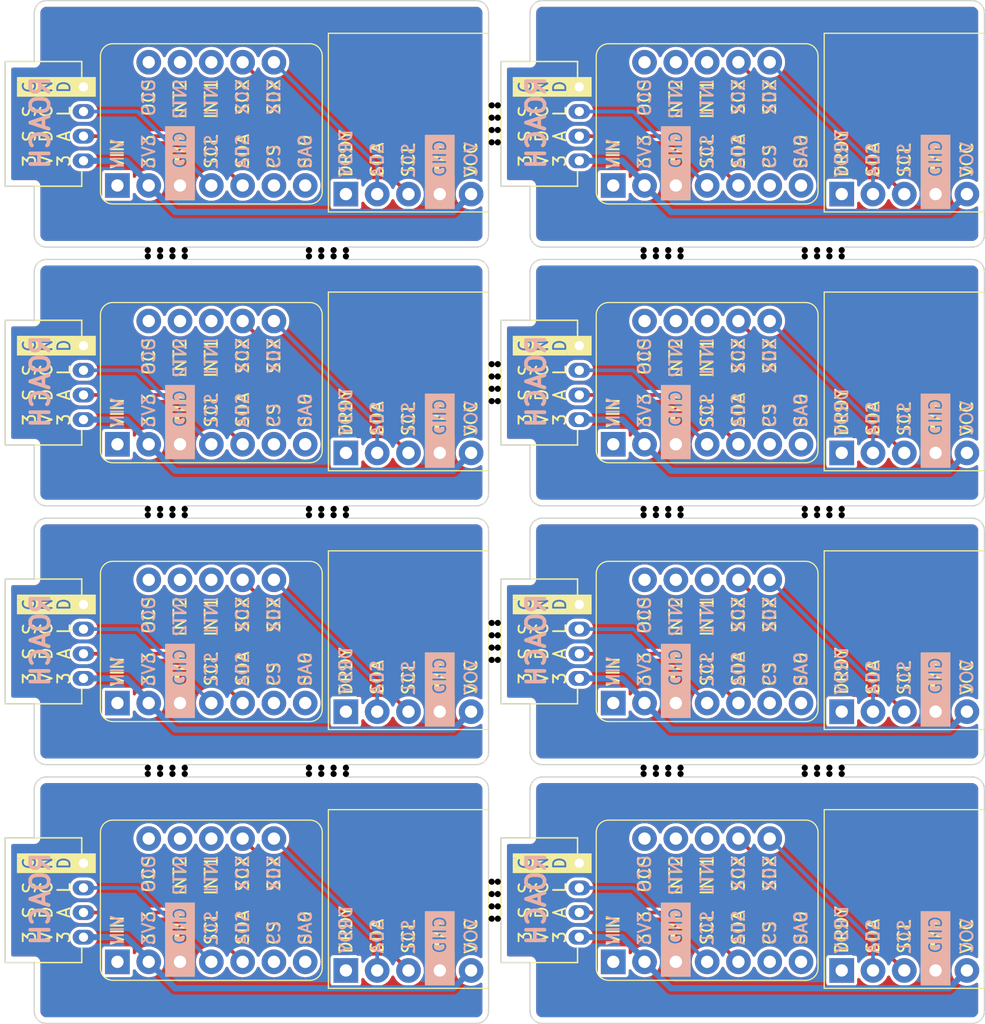
<source format=kicad_pcb>
(kicad_pcb (version 20240108) (generator "pcbnew") (generator_version "8.0")
  (layers (0 "F.Cu" signal) (31 "B.Cu" signal) (34 "B.Paste" user) (35 "F.Paste" user) (36 "B.SilkS" user "B.Silkscreen") (37 "F.SilkS" user "F.Silkscreen") (38 "B.Mask" user) (39 "F.Mask" user) (44 "Edge.Cuts" user))
  (net 0 "")
  (net 1 "Board_0-+3V3")
  (net 2 "Board_0-/SCL")
  (net 3 "Board_0-/SCX")
  (net 4 "Board_0-/SDA")
  (net 5 "Board_0-/SDX")
  (net 6 "Board_0-GND")
  (net 7 "Board_0-unconnected-(U1-CS-Pad6)")
  (net 8 "Board_0-unconnected-(U1-INT1-Pad10)")
  (net 9 "Board_0-unconnected-(U1-INT2-Pad9)")
  (net 10 "Board_0-unconnected-(U1-OCS-Pad8)")
  (net 11 "Board_0-unconnected-(U1-SAO-Pad7)")
  (net 12 "Board_0-unconnected-(U1-VIN-Pad1)")
  (net 13 "Board_0-unconnected-(U2-DRDY-Pad1)")
  (net 14 "Board_1-+3V3")
  (net 15 "Board_1-/SCL")
  (net 16 "Board_1-/SCX")
  (net 17 "Board_1-/SDA")
  (net 18 "Board_1-/SDX")
  (net 19 "Board_1-GND")
  (net 20 "Board_1-unconnected-(U1-CS-Pad6)")
  (net 21 "Board_1-unconnected-(U1-INT1-Pad10)")
  (net 22 "Board_1-unconnected-(U1-INT2-Pad9)")
  (net 23 "Board_1-unconnected-(U1-OCS-Pad8)")
  (net 24 "Board_1-unconnected-(U1-SAO-Pad7)")
  (net 25 "Board_1-unconnected-(U1-VIN-Pad1)")
  (net 26 "Board_1-unconnected-(U2-DRDY-Pad1)")
  (net 27 "Board_2-+3V3")
  (net 28 "Board_2-/SCL")
  (net 29 "Board_2-/SCX")
  (net 30 "Board_2-/SDA")
  (net 31 "Board_2-/SDX")
  (net 32 "Board_2-GND")
  (net 33 "Board_2-unconnected-(U1-CS-Pad6)")
  (net 34 "Board_2-unconnected-(U1-INT1-Pad10)")
  (net 35 "Board_2-unconnected-(U1-INT2-Pad9)")
  (net 36 "Board_2-unconnected-(U1-OCS-Pad8)")
  (net 37 "Board_2-unconnected-(U1-SAO-Pad7)")
  (net 38 "Board_2-unconnected-(U1-VIN-Pad1)")
  (net 39 "Board_2-unconnected-(U2-DRDY-Pad1)")
  (net 40 "Board_3-+3V3")
  (net 41 "Board_3-/SCL")
  (net 42 "Board_3-/SCX")
  (net 43 "Board_3-/SDA")
  (net 44 "Board_3-/SDX")
  (net 45 "Board_3-GND")
  (net 46 "Board_3-unconnected-(U1-CS-Pad6)")
  (net 47 "Board_3-unconnected-(U1-INT1-Pad10)")
  (net 48 "Board_3-unconnected-(U1-INT2-Pad9)")
  (net 49 "Board_3-unconnected-(U1-OCS-Pad8)")
  (net 50 "Board_3-unconnected-(U1-SAO-Pad7)")
  (net 51 "Board_3-unconnected-(U1-VIN-Pad1)")
  (net 52 "Board_3-unconnected-(U2-DRDY-Pad1)")
  (net 53 "Board_4-+3V3")
  (net 54 "Board_4-/SCL")
  (net 55 "Board_4-/SCX")
  (net 56 "Board_4-/SDA")
  (net 57 "Board_4-/SDX")
  (net 58 "Board_4-GND")
  (net 59 "Board_4-unconnected-(U1-CS-Pad6)")
  (net 60 "Board_4-unconnected-(U1-INT1-Pad10)")
  (net 61 "Board_4-unconnected-(U1-INT2-Pad9)")
  (net 62 "Board_4-unconnected-(U1-OCS-Pad8)")
  (net 63 "Board_4-unconnected-(U1-SAO-Pad7)")
  (net 64 "Board_4-unconnected-(U1-VIN-Pad1)")
  (net 65 "Board_4-unconnected-(U2-DRDY-Pad1)")
  (net 66 "Board_5-+3V3")
  (net 67 "Board_5-/SCL")
  (net 68 "Board_5-/SCX")
  (net 69 "Board_5-/SDA")
  (net 70 "Board_5-/SDX")
  (net 71 "Board_5-GND")
  (net 72 "Board_5-unconnected-(U1-CS-Pad6)")
  (net 73 "Board_5-unconnected-(U1-INT1-Pad10)")
  (net 74 "Board_5-unconnected-(U1-INT2-Pad9)")
  (net 75 "Board_5-unconnected-(U1-OCS-Pad8)")
  (net 76 "Board_5-unconnected-(U1-SAO-Pad7)")
  (net 77 "Board_5-unconnected-(U1-VIN-Pad1)")
  (net 78 "Board_5-unconnected-(U2-DRDY-Pad1)")
  (net 79 "Board_6-+3V3")
  (net 80 "Board_6-/SCL")
  (net 81 "Board_6-/SCX")
  (net 82 "Board_6-/SDA")
  (net 83 "Board_6-/SDX")
  (net 84 "Board_6-GND")
  (net 85 "Board_6-unconnected-(U1-CS-Pad6)")
  (net 86 "Board_6-unconnected-(U1-INT1-Pad10)")
  (net 87 "Board_6-unconnected-(U1-INT2-Pad9)")
  (net 88 "Board_6-unconnected-(U1-OCS-Pad8)")
  (net 89 "Board_6-unconnected-(U1-SAO-Pad7)")
  (net 90 "Board_6-unconnected-(U1-VIN-Pad1)")
  (net 91 "Board_6-unconnected-(U2-DRDY-Pad1)")
  (net 92 "Board_7-+3V3")
  (net 93 "Board_7-/SCL")
  (net 94 "Board_7-/SCX")
  (net 95 "Board_7-/SDA")
  (net 96 "Board_7-/SDX")
  (net 97 "Board_7-GND")
  (net 98 "Board_7-unconnected-(U1-CS-Pad6)")
  (net 99 "Board_7-unconnected-(U1-INT1-Pad10)")
  (net 100 "Board_7-unconnected-(U1-INT2-Pad9)")
  (net 101 "Board_7-unconnected-(U1-OCS-Pad8)")
  (net 102 "Board_7-unconnected-(U1-SAO-Pad7)")
  (net 103 "Board_7-unconnected-(U1-VIN-Pad1)")
  (net 104 "Board_7-unconnected-(U2-DRDY-Pad1)")
  (footprint "NPTH" (layer "F.Cu") (at 133.421666 40.75)
    (property "Reference" "KiKit_MB_9_1" (hide yes))
    (property "Value" "NPTH" (hide yes))
  )
  (footprint "NPTH" (layer "F.Cu") (at 160.578333 82.25)
    (property "Reference" "KiKit_MB_25_4" (hide yes))
    (property "Value" "NPTH" (hide yes))
  )
  (footprint "NPTH" (layer "F.Cu") (at 134.421666 40.75)
    (property "Reference" "KiKit_MB_9_2" (hide yes))
    (property "Value" "NPTH" (hide yes))
  )
  (footprint "NPTH" (layer "F.Cu") (at 162.578333 82.75)
    (property "Reference" "KiKit_MB_31_3" (hide yes))
    (property "Value" "NPTH" (hide yes))
  )
  (footprint "NPTH" (layer "F.Cu") (at 121.343334 40.75)
    (property "Reference" "KiKit_MB_8_2" (hide yes))
    (property "Value" "NPTH" (hide yes))
  )
  (footprint "NPTH" (layer "F.Cu") (at 148.75 73.5)
    (property "Reference" "KiKit_MB_22_1" (hide yes))
    (property "Value" "NPTH" (hide yes))
  )
  (footprint "custom:BMI160_Board_both_sides_1" (layer "F.Cu") (at 156.735 57.5 90)
    (property "Reference" "U1" (hide yes))
    (property "Value" "BMI160")
  )
  (footprint "NPTH" (layer "F.Cu") (at 176.656666 82.75)
    (property "Reference" "KiKit_MB_32_4" (hide yes))
    (property "Value" "NPTH" (hide yes))
  )
  (footprint "NPTH" (layer "F.Cu") (at 148.75 91.5)
    (property "Reference" "KiKit_MB_30_4" (hide yes))
    (property "Value" "NPTH" (hide yes))
  )
  (footprint "NPTH" (layer "F.Cu") (at 136.421666 82.75)
    (property "Reference" "KiKit_MB_29_4" (hide yes))
    (property "Value" "NPTH" (hide yes))
  )
  (footprint "custom:JST_PH_1x4_labelled" (layer "F.Cu") (at 115.125 69 -90)
    (property "Reference" "J1" (hide yes))
    (property "Value" "JST PH 4p")
  )
  (footprint "NPTH" (layer "F.Cu") (at 148.25 93.5)
    (property "Reference" "KiKit_MB_27_3" (hide yes))
    (property "Value" "NPTH" (hide yes))
  )
  (footprint "NPTH" (layer "F.Cu") (at 148.25 31.5)
    (property "Reference" "KiKit_MB_1_4" (hide yes))
    (property "Value" "NPTH" (hide yes))
  )
  (footprint "NPTH" (layer "F.Cu") (at 136.421666 61.25)
    (property "Reference" "KiKit_MB_11_1" (hide yes))
    (property "Value" "NPTH" (hide yes))
  )
  (footprint "NPTH" (layer "F.Cu") (at 176.656666 40.75)
    (property "Reference" "KiKit_MB_14_4" (hide yes))
    (property "Value" "NPTH" (hide yes))
  )
  (footprint "NPTH" (layer "F.Cu") (at 123.343334 40.25)
    (property "Reference" "KiKit_MB_2_1" (hide yes))
    (property "Value" "NPTH" (hide yes))
  )
  (footprint "NPTH" (layer "F.Cu") (at 134.421666 82.75)
    (property "Reference" "KiKit_MB_29_2" (hide yes))
    (property "Value" "NPTH" (hide yes))
  )
  (footprint "NPTH" (layer "F.Cu") (at 163.578333 82.75)
    (property "Reference" "KiKit_MB_31_4" (hide yes))
    (property "Value" "NPTH" (hide yes))
  )
  (footprint "NPTH" (layer "F.Cu") (at 148.25 73.5)
    (property "Reference" "KiKit_MB_17_4" (hide yes))
    (property "Value" "NPTH" (hide yes))
  )
  (footprint "custom:GY-271_both_sides_1" (layer "F.Cu") (at 175.235 37.15 90)
    (property "Reference" "U2" (hide yes))
    (property "Value" "GY-271")
  )
  (footprint "NPTH" (layer "F.Cu") (at 134.421666 82.25)
    (property "Reference" "KiKit_MB_21_3" (hide yes))
    (property "Value" "NPTH" (hide yes))
  )
  (footprint "NPTH" (layer "F.Cu") (at 135.421666 61.25)
    (property "Reference" "KiKit_MB_11_2" (hide yes))
    (property "Value" "NPTH" (hide yes))
  )
  (footprint "NPTH" (layer "F.Cu") (at 163.578333 61.75)
    (property "Reference" "KiKit_MB_23_4" (hide yes))
    (property "Value" "NPTH" (hide yes))
  )
  (footprint "NPTH" (layer "F.Cu") (at 148.75 50.5)
    (property "Reference" "KiKit_MB_12_3" (hide yes))
    (property "Value" "NPTH" (hide yes))
  )
  (footprint "custom:GY-271_both_sides_1" (layer "F.Cu") (at 135 100.15 90)
    (property "Reference" "U2" (hide yes))
    (property "Value" "GY-271")
  )
  (footprint "NPTH" (layer "F.Cu") (at 160.578333 61.25)
    (property "Reference" "KiKit_MB_15_4" (hide yes))
    (property "Value" "NPTH" (hide yes))
  )
  (footprint "NPTH" (layer "F.Cu") (at 161.578333 61.25)
    (property "Reference" "KiKit_MB_15_3" (hide yes))
    (property "Value" "NPTH" (hide yes))
  )
  (footprint "NPTH" (layer "F.Cu") (at 174.656666 40.75)
    (property "Reference" "KiKit_MB_14_2" (hide yes))
    (property "Value" "NPTH" (hide yes))
  )
  (footprint "NPTH" (layer "F.Cu") (at 122.343334 61.75)
    (property "Reference" "KiKit_MB_18_3" (hide yes))
    (property "Value" "NPTH" (hide yes))
  )
  (footprint "custom:JST_PH_1x4_labelled" (layer "F.Cu") (at 155.36 69 -90)
    (property "Reference" "J1" (hide yes))
    (property "Value" "JST PH 4p")
  )
  (footprint "NPTH" (layer "F.Cu") (at 174.656666 82.25)
    (property "Reference" "KiKit_MB_26_3" (hide yes))
    (property "Value" "NPTH" (hide yes))
  )
  (footprint "NPTH" (layer "F.Cu") (at 148.75 29.5)
    (property "Reference" "KiKit_MB_4_3" (hide yes))
    (property "Value" "NPTH" (hide yes))
  )
  (footprint "NPTH" (layer "F.Cu") (at 148.75 51.5)
    (property "Reference" "KiKit_MB_12_2" (hide yes))
    (property "Value" "NPTH" (hide yes))
  )
  (footprint "NPTH" (layer "F.Cu") (at 161.578333 61.75)
    (property "Reference" "KiKit_MB_23_2" (hide yes))
    (property "Value" "NPTH" (hide yes))
  )
  (footprint "NPTH" (layer "F.Cu") (at 133.421666 61.75)
    (property "Reference" "KiKit_MB_19_1" (hide yes))
    (property "Value" "NPTH" (hide yes))
  )
  (footprint "NPTH" (layer "F.Cu") (at 148.25 71.5)
    (property "Reference" "KiKit_MB_17_2" (hide yes))
    (property "Value" "NPTH" (hide yes))
  )
  (footprint "NPTH" (layer "F.Cu") (at 148.75 92.5)
    (property "Reference" "KiKit_MB_30_3" (hide yes))
    (property "Value" "NPTH" (hide yes))
  )
  (footprint "NPTH" (layer "F.Cu") (at 175.656666 82.75)
    (property "Reference" "KiKit_MB_32_3" (hide yes))
    (property "Value" "NPTH" (hide yes))
  )
  (footprint "NPTH" (layer "F.Cu") (at 162.578333 40.75)
    (property "Reference" "KiKit_MB_13_3" (hide yes))
    (property "Value" "NPTH" (hide yes))
  )
  (footprint "NPTH" (layer "F.Cu") (at 175.656666 82.25)
    (property "Reference" "KiKit_MB_26_2" (hide yes))
    (property "Value" "NPTH" (hide yes))
  )
  (footprint "NPTH" (layer "F.Cu") (at 176.656666 40.25)
    (property "Reference" "KiKit_MB_6_1" (hide yes))
    (property "Value" "NPTH" (hide yes))
  )
  (footprint "custom:BMI160_Board_both_sides_1" (layer "F.Cu") (at 116.5 99.5 90)
    (property "Reference" "U1" (hide yes))
    (property "Value" "BMI160")
  )
  (footprint "NPTH" (layer "F.Cu") (at 135.421666 40.75)
    (property "Reference" "KiKit_MB_9_3" (hide yes))
    (property "Value" "NPTH" (hide yes))
  )
  (footprint "NPTH" (layer "F.Cu") (at 148.75 93.5)
    (property "Reference" "KiKit_MB_30_2" (hide yes))
    (property "Value" "NPTH" (hide yes))
  )
  (footprint "custom:JST_PH_1x4_labelled" (layer "F.Cu") (at 155.36 48 -90)
    (property "Reference" "J1" (hide yes))
    (property "Value" "JST PH 4p")
  )
  (footprint "NPTH" (layer "F.Cu") (at 120.343334 40.25)
    (property "Reference" "KiKit_MB_2_4" (hide yes))
    (property "Value" "NPTH" (hide yes))
  )
  (footprint "NPTH" (layer "F.Cu") (at 123.343334 40.75)
    (property "Reference" "KiKit_MB_8_4" (hide yes))
    (property "Value" "NPTH" (hide yes))
  )
  (footprint "NPTH" (layer "F.Cu") (at 161.578333 40.75)
    (property "Reference" "KiKit_MB_13_2" (hide yes))
    (property "Value" "NPTH" (hide yes))
  )
  (footprint "NPTH" (layer "F.Cu") (at 123.343334 61.25)
    (property "Reference" "KiKit_MB_10_1" (hide yes))
    (property "Value" "NPTH" (hide yes))
  )
  (footprint "NPTH" (layer "F.Cu") (at 148.75 30.5)
    (property "Reference" "KiKit_MB_4_2" (hide yes))
    (property "Value" "NPTH" (hide yes))
  )
  (footprint "custom:JST_PH_1x4_labelled" (layer "F.Cu") (at 155.36 27 -90)
    (property "Reference" "J1" (hide yes))
    (property "Value" "JST PH 4p")
  )
  (footprint "NPTH" (layer "F.Cu") (at 148.75 31.5)
    (property "Reference" "KiKit_MB_4_1" (hide yes))
    (property "Value" "NPTH" (hide yes))
  )
  (footprint "NPTH" (layer "F.Cu") (at 133.421666 40.25)
    (property "Reference" "KiKit_MB_3_4" (hide yes))
    (property "Value" "NPTH" (hide yes))
  )
  (footprint "NPTH" (layer "F.Cu") (at 163.578333 82.25)
    (property "Reference" "KiKit_MB_25_1" (hide yes))
    (property "Value" "NPTH" (hide yes))
  )
  (footprint "custom:BMI160_Board_both_sides_1" (layer "F.Cu") (at 156.735 36.5 90)
    (property "Reference" "U1" (hide yes))
    (property "Value" "BMI160")
  )
  (footprint "NPTH" (layer "F.Cu") (at 148.25 94.5)
    (property "Reference" "KiKit_MB_27_4" (hide yes))
    (property "Value" "NPTH" (hide yes))
  )
  (footprint "NPTH" (layer "F.Cu") (at 173.656666 82.75)
    (property "Reference" "KiKit_MB_32_1" (hide yes))
    (property "Value" "NPTH" (hide yes))
  )
  (footprint "NPTH" (layer "F.Cu") (at 148.25 51.5)
    (property "Reference" "KiKit_MB_7_3" (hide yes))
    (property "Value" "NPTH" (hide yes))
  )
  (footprint "NPTH" (layer "F.Cu") (at 135.421666 82.75)
    (property "Reference" "KiKit_MB_29_3" (hide yes))
    (property "Value" "NPTH" (hide yes))
  )
  (footprint "NPTH" (layer "F.Cu") (at 120.343334 61.25)
    (property "Reference" "KiKit_MB_10_4" (hide yes))
    (property "Value" "NPTH" (hide yes))
  )
  (footprint "NPTH" (layer "F.Cu") (at 161.578333 82.25)
    (property "Reference" "KiKit_MB_25_3" (hide yes))
    (property "Value" "NPTH" (hide yes))
  )
  (footprint "custom:GY-271_both_sides_1" (layer "F.Cu") (at 175.235 79.15 90)
    (property "Reference" "U2" (hide yes))
    (property "Value" "GY-271")
  )
  (footprint "custom:GY-271_both_sides_1" (layer "F.Cu") (at 175.235 58.15 90)
    (property "Reference" "U2" (hide yes))
    (property "Value" "GY-271")
  )
  (footprint "custom:GY-271_both_sides_1" (layer "F.Cu") (at 175.235 100.15 90)
    (property "Reference" "U2" (hide yes))
    (property "Value" "GY-271")
  )
  (footprint "NPTH" (layer "F.Cu") (at 173.656666 40.75)
    (property "Reference" "KiKit_MB_14_1" (hide yes))
    (property "Value" "NPTH" (hide yes))
  )
  (footprint "NPTH" (layer "F.Cu") (at 120.343334 82.25)
    (property "Reference" "KiKit_MB_20_4" (hide yes))
    (property "Value" "NPTH" (hide yes))
  )
  (footprint "NPTH" (layer "F.Cu") (at 148.75 52.5)
    (property "Reference" "KiKit_MB_12_1" (hide yes))
    (property "Value" "NPTH" (hide yes))
  )
  (footprint "NPTH" (layer "F.Cu") (at 176.656666 82.25)
    (property "Reference" "KiKit_MB_26_1" (hide yes))
    (property "Value" "NPTH" (hide yes))
  )
  (footprint "NPTH" (layer "F.Cu") (at 162.578333 61.25)
    (property "Reference" "KiKit_MB_15_2" (hide yes))
    (property "Value" "NPTH" (hide yes))
  )
  (footprint "NPTH" (layer "F.Cu") (at 176.656666 61.25)
    (property "Reference" "KiKit_MB_16_1" (hide yes))
    (property "Value" "NPTH" (hide yes))
  )
  (footprint "NPTH" (layer "F.Cu") (at 160.578333 40.75)
    (property "Reference" "KiKit_MB_13_1" (hide yes))
    (property "Value" "NPTH" (hide yes))
  )
  (footprint "NPTH" (layer "F.Cu") (at 121.343334 61.75)
    (property "Reference" "KiKit_MB_18_2" (hide yes))
    (property "Value" "NPTH" (hide yes))
  )
  (footprint "custom:JST_PH_1x4_labelled" (layer "F.Cu") (at 115.125 27 -90)
    (property "Reference" "J1" (hide yes))
    (property "Value" "JST PH 4p")
  )
  (footprint "NPTH" (layer "F.Cu") (at 174.656666 61.25)
    (property "Reference" "KiKit_MB_16_3" (hide yes))
    (property "Value" "NPTH" (hide yes))
  )
  (footprint "NPTH" (layer "F.Cu") (at 162.578333 61.75)
    (property "Reference" "KiKit_MB_23_3" (hide yes))
    (property "Value" "NPTH" (hide yes))
  )
  (footprint "NPTH" (layer "F.Cu") (at 136.421666 40.25)
    (property "Reference" "KiKit_MB_3_1" (hide yes))
    (property "Value" "NPTH" (hide yes))
  )
  (footprint "NPTH" (layer "F.Cu") (at 162.578333 82.25)
    (property "Reference" "KiKit_MB_25_2" (hide yes))
    (property "Value" "NPTH" (hide yes))
  )
  (footprint "custom:JST_PH_1x4_labelled" (layer "F.Cu") (at 155.36 90 -90)
    (property "Reference" "J1" (hide yes))
    (property "Value" "JST PH 4p")
  )
  (footprint "NPTH" (layer "F.Cu") (at 163.578333 40.75)
    (property "Reference" "KiKit_MB_13_4" (hide yes))
    (property "Value" "NPTH" (hide yes))
  )
  (footprint "NPTH" (layer "F.Cu") (at 173.656666 61.75)
    (property "Reference" "KiKit_MB_24_1" (hide yes))
    (property "Value" "NPTH" (hide yes))
  )
  (footprint "custom:JST_PH_1x4_labelled" (layer "F.Cu") (at 115.125 48 -90)
    (property "Reference" "J1" (hide yes))
    (property "Value" "JST PH 4p")
  )
  (footprint "NPTH" (layer "F.Cu") (at 133.421666 82.75)
    (property "Reference" "KiKit_MB_29_1" (hide yes))
    (property "Value" "NPTH" (hide yes))
  )
  (footprint "NPTH" (layer "F.Cu") (at 175.656666 40.75)
    (property "Reference" "KiKit_MB_14_3" (hide yes))
    (property "Value" "NPTH" (hide yes))
  )
  (footprint "NPTH" (layer "F.Cu") (at 134.421666 61.25)
    (property "Reference" "KiKit_MB_11_3" (hide yes))
    (property "Value" "NPTH" (hide yes))
  )
  (footprint "NPTH" (layer "F.Cu") (at 148.25 91.5)
    (property "Reference" "KiKit_MB_27_1" (hide yes))
    (property "Value" "NPTH" (hide yes))
  )
  (footprint "NPTH" (layer "F.Cu") (at 174.656666 61.75)
    (property "Reference" "KiKit_MB_24_2" (hide yes))
    (property "Value" "NPTH" (hide yes))
  )
  (footprint "NPTH" (layer "F.Cu") (at 133.421666 61.25)
    (property "Reference" "KiKit_MB_11_4" (hide yes))
    (property "Value" "NPTH" (hide yes))
  )
  (footprint "NPTH" (layer "F.Cu") (at 148.75 70.5)
    (property "Reference" "KiKit_MB_22_4" (hide yes))
    (property "Value" "NPTH" (hide yes))
  )
  (footprint "NPTH" (layer "F.Cu") (at 133.421666 82.25)
    (property "Reference" "KiKit_MB_21_4" (hide yes))
    (property "Value" "NPTH" (hide yes))
  )
  (footprint "NPTH" (layer "F.Cu") (at 121.343334 40.25)
    (property "Reference" "KiKit_MB_2_3" (hide yes))
    (property "Value" "NPTH" (hide yes))
  )
  (footprint "NPTH" (layer "F.Cu") (at 135.421666 82.25)
    (property "Reference" "KiKit_MB_21_2" (hide yes))
    (property "Value" "NPTH" (hide yes))
  )
  (footprint "custom:BMI160_Board_both_sides_1" (layer "F.Cu") (at 156.735 78.5 90)
    (property "Reference" "U1" (hide yes))
    (property "Value" "BMI160")
  )
  (footprint "custom:GY-271_both_sides_1" (layer "F.Cu") (at 135 79.15 90)
    (property "Reference" "U2" (hide yes))
    (property "Value" "GY-271")
  )
  (footprint "custom:GY-271_both_sides_1" (layer "F.Cu") (at 135 37.15 90)
    (property "Reference" "U2" (hide yes))
    (property "Value" "GY-271")
  )
  (footprint "NPTH" (layer "F.Cu") (at 123.343334 82.75)
    (property "Reference" "KiKit_MB_28_4" (hide yes))
    (property "Value" "NPTH" (hide yes))
  )
  (footprint "NPTH" (layer "F.Cu") (at 148.75 49.5)
    (property "Reference" "KiKit_MB_12_4" (hide yes))
    (property "Value" "NPTH" (hide yes))
  )
  (footprint "NPTH" (layer "F.Cu") (at 136.421666 40.75)
    (property "Reference" "KiKit_MB_9_4" (hide yes))
    (property "Value" "NPTH" (hide yes))
  )
  (footprint "NPTH" (layer "F.Cu") (at 121.343334 82.75)
    (property "Reference" "KiKit_MB_28_2" (hide yes))
    (property "Value" "NPTH" (hide yes))
  )
  (footprint "NPTH" (layer "F.Cu") (at 136.421666 82.25)
    (property "Reference" "KiKit_MB_21_1" (hide yes))
    (property "Value" "NPTH" (hide yes))
  )
  (footprint "NPTH" (layer "F.Cu") (at 176.656666 61.75)
    (property "Reference" "KiKit_MB_24_4" (hide yes))
    (property "Value" "NPTH" (hide yes))
  )
  (footprint "NPTH" (layer "F.Cu") (at 148.25 70.5)
    (property "Reference" "KiKit_MB_17_1" (hide yes))
    (property "Value" "NPTH" (hide yes))
  )
  (footprint "custom:JST_PH_1x4_labelled" (layer "F.Cu") (at 115.125 90 -90)
    (property "Reference" "J1" (hide yes))
    (property "Value" "JST PH 4p")
  )
  (footprint "NPTH" (layer "F.Cu") (at 122.343334 82.75)
    (property "Reference" "KiKit_MB_28_3" (hide yes))
    (property "Value" "NPTH" (hide yes))
  )
  (footprint "custom:BMI160_Board_both_sides_1" (layer "F.Cu") (at 116.5 78.5 90)
    (property "Reference" "U1" (hide yes))
    (property "Value" "BMI160")
  )
  (footprint "NPTH" (layer "F.Cu") (at 173.656666 61.25)
    (property "Reference" "KiKit_MB_16_4" (hide yes))
    (property "Value" "NPTH" (hide yes))
  )
  (footprint "NPTH" (layer "F.Cu") (at 160.578333 61.75)
    (property "Reference" "KiKit_MB_23_1" (hide yes))
    (property "Value" "NPTH" (hide yes))
  )
  (footprint "NPTH" (layer "F.Cu") (at 122.343334 82.25)
    (property "Reference" "KiKit_MB_20_2" (hide yes))
    (property "Value" "NPTH" (hide yes))
  )
  (footprint "NPTH" (layer "F.Cu") (at 136.421666 61.75)
    (property "Reference" "KiKit_MB_19_4" (hide yes))
    (property "Value" "NPTH" (hide yes))
  )
  (footprint "NPTH" (layer "F.Cu") (at 134.421666 40.25)
    (property "Reference" "KiKit_MB_3_3" (hide yes))
    (property "Value" "NPTH" (hide yes))
  )
  (footprint "NPTH" (layer "F.Cu") (at 173.656666 40.25)
    (property "Reference" "KiKit_MB_6_4" (hide yes))
    (property "Value" "NPTH" (hide yes))
  )
  (footprint "NPTH" (layer "F.Cu") (at 148.25 50.5)
    (property "Reference" "KiKit_MB_7_2" (hide yes))
    (property "Value" "NPTH" (hide yes))
  )
  (footprint "NPTH" (layer "F.Cu") (at 148.25 30.5)
    (property "Reference" "KiKit_MB_1_3" (hide yes))
    (property "Value" "NPTH" (hide yes))
  )
  (footprint "NPTH" (layer "F.Cu") (at 174.656666 40.25)
    (property "Reference" "KiKit_MB_6_3" (hide yes))
    (property "Value" "NPTH" (hide yes))
  )
  (footprint "NPTH" (layer "F.Cu") (at 148.25 29.5)
    (property "Reference" "KiKit_MB_1_2" (hide yes))
    (property "Value" "NPTH" (hide yes))
  )
  (footprint "NPTH" (layer "F.Cu") (at 148.25 49.5)
    (property "Reference" "KiKit_MB_7_1" (hide yes))
    (property "Value" "NPTH" (hide yes))
  )
  (footprint "NPTH" (layer "F.Cu") (at 122.343334 40.75)
    (property "Reference" "KiKit_MB_8_3" (hide yes))
    (property "Value" "NPTH" (hide yes))
  )
  (footprint "NPTH" (layer "F.Cu") (at 148.75 94.5)
    (property "Reference" "KiKit_MB_30_1" (hide yes))
    (property "Value" "NPTH" (hide yes))
  )
  (footprint "NPTH" (layer "F.Cu") (at 148.25 92.5)
    (property "Reference" "KiKit_MB_27_2" (hide yes))
    (property "Value" "NPTH" (hide yes))
  )
  (footprint "custom:BMI160_Board_both_sides_1" (layer "F.Cu") (at 116.5 57.5 90)
    (property "Reference" "U1" (hide yes))
    (property "Value" "BMI160")
  )
  (footprint "NPTH" (layer "F.Cu") (at 173.656666 82.25)
    (property "Reference" "KiKit_MB_26_4" (hide yes))
    (property "Value" "NPTH" (hide yes))
  )
  (footprint "NPTH" (layer "F.Cu") (at 162.578333 40.25)
    (property "Reference" "KiKit_MB_5_2" (hide yes))
    (property "Value" "NPTH" (hide yes))
  )
  (footprint "custom:BMI160_Board_both_sides_1" (layer "F.Cu") (at 116.5 36.5 90)
    (property "Reference" "U1" (hide yes))
    (property "Value" "BMI160")
  )
  (footprint "NPTH" (layer "F.Cu") (at 163.578333 61.25)
    (property "Reference" "KiKit_MB_15_1" (hide yes))
    (property "Value" "NPTH" (hide yes))
  )
  (footprint "NPTH" (layer "F.Cu") (at 148.25 72.5)
    (property "Reference" "KiKit_MB_17_3" (hide yes))
    (property "Value" "NPTH" (hide yes))
  )
  (footprint "NPTH" (layer "F.Cu") (at 123.343334 82.25)
    (property "Reference" "KiKit_MB_20_1" (hide yes))
    (property "Value" "NPTH" (hide yes))
  )
  (footprint "NPTH" (layer "F.Cu") (at 134.421666 61.75)
    (property "Reference" "KiKit_MB_19_2" (hide yes))
    (property "Value" "NPTH" (hide yes))
  )
  (footprint "NPTH" (layer "F.Cu") (at 174.656666 82.75)
    (property "Reference" "KiKit_MB_32_2" (hide yes))
    (property "Value" "NPTH" (hide yes))
  )
  (footprint "NPTH" (layer "F.Cu") (at 135.421666 61.75)
    (property "Reference" "KiKit_MB_19_3" (hide yes))
    (property "Value" "NPTH" (hide yes))
  )
  (footprint "NPTH" (layer "F.Cu") (at 163.578333 40.25)
    (property "Reference" "KiKit_MB_5_1" (hide yes))
    (property "Value" "NPTH" (hide yes))
  )
  (footprint "NPTH" (layer "F.Cu") (at 175.656666 61.25)
    (property "Reference" "KiKit_MB_16_2" (hide yes))
    (property "Value" "NPTH" (hide yes))
  )
  (footprint "NPTH" (layer "F.Cu") (at 120.343334 61.75)
    (property "Reference" "KiKit_MB_18_1" (hide yes))
    (property "Value" "NPTH" (hide yes))
  )
  (footprint "custom:GY-271_both_sides_1" (layer "F.Cu") (at 135 58.15 90)
    (property "Reference" "U2" (hide yes))
    (property "Value" "GY-271")
  )
  (footprint "NPTH" (layer "F.Cu") (at 122.343334 61.25)
    (property "Reference" "KiKit_MB_10_2" (hide yes))
    (property "Value" "NPTH" (hide yes))
  )
  (footprint "NPTH" (layer "F.Cu") (at 160.578333 40.25)
    (property "Reference" "KiKit_MB_5_4" (hide yes))
    (property "Value" "NPTH" (hide yes))
  )
  (footprint "NPTH" (layer "F.Cu") (at 148.75 28.5)
    (property "Reference" "KiKit_MB_4_4" (hide yes))
    (property "Value" "NPTH" (hide yes))
  )
  (footprint "NPTH" (layer "F.Cu") (at 135.421666 40.25)
    (property "Reference" "KiKit_MB_3_2" (hide yes))
    (property "Value" "NPTH" (hide yes))
  )
  (footprint "NPTH" (layer "F.Cu") (at 161.578333 40.25)
    (property "Reference" "KiKit_MB_5_3" (hide yes))
    (property "Value" "NPTH" (hide yes))
  )
  (footprint "NPTH" (layer "F.Cu") (at 120.343334 82.75)
    (property "Reference" "KiKit_MB_28_1" (hide yes))
    (property "Value" "NPTH" (hide yes))
  )
  (footprint "NPTH" (layer "F.Cu") (at 160.578333 82.75)
    (property "Reference" "KiKit_MB_31_1" (hide yes))
    (property "Value" "NPTH" (hide yes))
  )
  (footprint "NPTH" (layer "F.Cu") (at 148.25 52.5)
    (property "Reference" "KiKit_MB_7_4" (hide yes))
    (property "Value" "NPTH" (hide yes))
  )
  (footprint "NPTH" (layer "F.Cu") (at 121.343334 61.25)
    (property "Reference" "KiKit_MB_10_3" (hide yes))
    (property "Value" "NPTH" (hide yes))
  )
  (footprint "NPTH" (layer "F.Cu") (at 148.25 28.5)
    (property "Reference" "KiKit_MB_1_1" (hide yes))
    (property "Value" "NPTH" (hide yes))
  )
  (footprint "NPTH" (layer "F.Cu") (at 175.656666 61.75)
    (property "Reference" "KiKit_MB_24_3" (hide yes))
    (property "Value" "NPTH" (hide yes))
  )
  (footprint "NPTH" (layer "F.Cu") (at 161.578333 82.75)
    (property "Reference" "KiKit_MB_31_2" (hide yes))
    (property "Value" "NPTH" (hide yes))
  )
  (footprint "NPTH" (layer "F.Cu") (at 123.343334 61.75)
    (property "Reference" "KiKit_MB_18_4" (hide yes))
    (property "Value" "NPTH" (hide yes))
  )
  (footprint "NPTH" (layer "F.Cu") (at 120.343334 40.75)
    (property "Reference" "KiKit_MB_8_1" (hide yes))
    (property "Value" "NPTH" (hide yes))
  )
  (footprint "NPTH" (layer "F.Cu") (at 148.75 72.5)
    (property "Reference" "KiKit_MB_22_2" (hide yes))
    (property "Value" "NPTH" (hide yes))
  )
  (footprint "custom:BMI160_Board_both_sides_1" (layer "F.Cu") (at 156.735 99.5 90)
    (property "Reference" "U1" (hide yes))
    (property "Value" "BMI160")
  )
  (footprint "NPTH" (layer "F.Cu") (at 175.656666 40.25)
    (property "Reference" "KiKit_MB_6_2" (hide yes))
    (property "Value" "NPTH" (hide yes))
  )
  (footprint "NPTH" (layer "F.Cu") (at 121.343334 82.25)
    (property "Reference" "KiKit_MB_20_3" (hide yes))
    (property "Value" "NPTH" (hide yes))
  )
  (footprint "NPTH" (layer "F.Cu") (at 122.343334 40.25)
    (property "Reference" "KiKit_MB_2_2" (hide yes))
    (property "Value" "NPTH" (hide yes))
  )
  (footprint "NPTH" (layer "F.Cu") (at 148.75 71.5)
    (property "Reference" "KiKit_MB_22_3" (hide yes))
    (property "Value" "NPTH" (hide yes))
  )
  (gr_line (start 111.596035 41.151355) (end 111.553731 41.179236) (stroke (width 0.1)) (layer "Edge.Cuts"))
  (gr_line (start 147.724792 62.311033) (end 147.688966 62.275207) (stroke (width 0.1)) (layer "Edge.Cuts"))
  (gr_line (start 147.848644 60.528964) (end 147.874346 60.485301) (stroke (width 0.1)) (layer "Edge.Cuts"))
  (gr_line (start 151.831035 83.151355) (end 151.788731 83.179236) (stroke (width 0.1)) (layer "Edge.Cuts"))
  (gr_line (start 111.825636 20.04586) (end 111.777694 20.062247) (stroke (width 0.1)) (layer "Edge.Cuts"))
  (gr_line (start 187.993758 39.651372) (end 188.025775 39.612105) (stroke (width 0.1)) (layer "Edge.Cuts"))
  (gr_line (start 147.485301 83.125653) (end 147.440394 83.102195) (stroke (width 0.1)) (layer "Edge.Cuts"))
  (gr_line (start 187.847105 81.790775) (end 187.886372 81.758758) (stroke (width 0.1)) (layer "Edge.Cuts"))
  (gr_line (start 147.937752 39.347305) (end 147.954139 39.299363) (stroke (width 0.1)) (layer "Edge.Cuts"))
  (gr_line (start 188.109346 81.485301) (end 188.132804 81.440394) (stroke (width 0.1)) (layer "Edge.Cuts"))
  (gr_line (start 147.571268 102.820763) (end 147.612105 102.790775) (stroke (width 0.1)) (layer "Edge.Cuts"))
  (gr_line (start 147.101168 62.00513) (end 147.050649 62.001283) (stroke (width 0.1)) (layer "Edge.Cuts"))
  (gr_line (start 147.874346 83.514698) (end 147.848644 83.471035) (stroke (width 0.1)) (layer "Edge.Cuts"))
  (gr_line (start 111.156922 81.250652) (end 111.17086 81.299363) (stroke (width 0.1)) (layer "Edge.Cuts"))
  (gr_line (start 152.208572 20.011531) (end 152.158701 20.02047) (stroke (width 0.1)) (layer "Edge.Cuts"))
  (gr_line (start 187.886372 20.241241) (end 187.847105 20.209224) (stroke (width 0.1)) (layer "Edge.Cuts"))
  (gr_line (start 188.223468 60.151427) (end 188.229869 60.101168) (stroke (width 0.1)) (layer "Edge.Cuts"))
  (gr_line (start 187.886372 102.758758) (end 187.923966 102.724792) (stroke (width 0.1)) (layer "Edge.Cuts"))
  (gr_line (start 111.187247 81.347305) (end 111.206042 81.394355) (stroke (width 0.1)) (layer "Edge.Cuts"))
  (gr_line (start 151.708627 39.758758) (end 151.747894 39.790775) (stroke (width 0.1)) (layer "Edge.Cuts"))
  (gr_line (start 152.158701 83.02047) (end 152.109347 83.031922) (stroke (width 0.1)) (layer "Edge.Cuts"))
  (gr_line (start 187.582305 83.062247) (end 187.534363 83.04586) (stroke (width 0.1)) (layer "Edge.Cuts"))
  (gr_line (start 151.462195 20.559605) (end 151.441042 20.605644) (stroke (width 0.1)) (layer "Edge.Cuts"))
  (gr_line (start 111.973572 60.988468) (end 112.023831 60.994869) (stroke (width 0.1)) (layer "Edge.Cuts"))
  (gr_line (start 151.539236 20.428731) (end 151.511355 20.471035) (stroke (width 0.1)) (layer "Edge.Cuts"))
  (gr_line (start 187.675394 60.897804) (end 187.720301 60.874346) (stroke (width 0.1)) (layer "Edge.Cuts"))
  (gr_line (start 111.973572 81.988468) (end 112.023831 81.994869) (stroke (width 0.1)) (layer "Edge.Cuts"))
  (gr_line (start 151.788731 81.820763) (end 151.831035 81.848644) (stroke (width 0.1)) (layer "Edge.Cuts"))
  (gr_line (start 151.371531 62.848572) (end 151.36513 62.898831) (stroke (width 0.1)) (layer "Edge.Cuts"))
  (gr_line (start 147.954139 60.299363) (end 147.968077 60.250652) (stroke (width 0.1)) (layer "Edge.Cuts"))
  (gr_line (start 147.968077 102.250652) (end 147.979529 102.201298) (stroke (width 0.1)) (layer "Edge.Cuts"))
  (gr_line (start 111.639698 102.874346) (end 111.684605 102.897804) (stroke (width 0.1)) (layer "Edge.Cuts"))
  (gr_line (start 147.897804 39.440394) (end 147.918957 39.394355) (stroke (width 0.1)) (layer "Edge.Cuts"))
  (gr_line (start 111.334224 81.612105) (end 111.366241 81.651372) (stroke (width 0.1)) (layer "Edge.Cuts"))
  (gr_line (start 151.569224 41.387894) (end 151.539236 41.428731) (stroke (width 0.1)) (layer "Edge.Cuts"))
  (gr_line (start 188.203077 60.250652) (end 188.214529 60.201298) (stroke (width 0.1)) (layer "Edge.Cuts"))
  (gr_line (start 111.126283 60.050649) (end 111.13013 60.101168) (stroke (width 0.1)) (layer "Edge.Cuts"))
  (gr_line (start 151.539236 83.428731) (end 151.511355 83.471035) (stroke (width 0.1)) (layer "Edge.Cuts"))
  (gr_line (start 147.994869 83.898831) (end 147.988468 83.848572) (stroke (width 0.1)) (layer "Edge.Cuts"))
  (gr_line (start 147.347305 62.062247) (end 147.299363 62.04586) (stroke (width 0.1)) (layer "Edge.Cuts"))
  (gr_line (start 151.708627 60.758758) (end 151.747894 60.790775) (stroke (width 0.1)) (layer "Edge.Cuts"))
  (gr_line (start 151.36 102) (end 151.361283 102.050649) (stroke (width 0.1)) (layer "Edge.Cuts"))
  (gr_line (start 111.125 56.06) (end 111.125 60) (stroke (width 0.1)) (layer "Edge.Cuts"))
  (gr_line (start 147.994869 81.101168) (end 147.998716 81.050649) (stroke (width 0.1)) (layer "Edge.Cuts"))
  (gr_line (start 187.582305 81.937752) (end 187.629355 81.918957) (stroke (width 0.1)) (layer "Edge.Cuts"))
  (gr_line (start 188.214529 62.798701) (end 188.203077 62.749347) (stroke (width 0.1)) (layer "Edge.Cuts"))
  (gr_line (start 151.371531 20.848572) (end 151.36513 20.898831) (stroke (width 0.1)) (layer "Edge.Cuts"))
  (gr_line (start 151.965644 41.081042) (end 151.919605 41.102195) (stroke (width 0.1)) (layer "Edge.Cuts"))
  (gr_line (start 187.534363 41.04586) (end 187.485652 41.031922) (stroke (width 0.1)) (layer "Edge.Cuts"))
  (gr_line (start 151.441042 39.394355) (end 151.462195 39.440394) (stroke (width 0.1)) (layer "Edge.Cuts"))
  (gr_line (start 152.30935 62.001283) (end 152.258831 62.00513) (stroke (width 0.1)) (layer "Edge.Cuts"))
  (gr_line (start 147.954139 39.299363) (end 147.968077 39.250652) (stroke (width 0.1)) (layer "Edge.Cuts"))
  (gr_line (start 111.156922 102.250652) (end 111.17086 102.299363) (stroke (width 0.1)) (layer "Edge.Cuts"))
  (gr_line (start 111.512894 41.209224) (end 111.473627 41.241241) (stroke (width 0.1)) (layer "Edge.Cuts"))
  (gr_line (start 111.304236 62.428731) (end 111.276355 62.471035) (stroke (width 0.1)) (layer "Edge.Cuts"))
  (gr_line (start 111.250653 62.514698) (end 111.227195 62.559605) (stroke (width 0.1)) (layer "Edge.Cuts"))
  (gr_line (start 151.36 21) (end 151.36 24.94) (stroke (width 0.1)) (layer "Edge.Cuts"))
  (gr_line (start 111.125 45.94) (end 108.765 45.94) (stroke (width 0.1)) (layer "Edge.Cuts"))
  (gr_line (start 147.299363 60.954139) (end 147.347305 60.937752) (stroke (width 0.1)) (layer "Edge.Cuts"))
  (gr_line (start 133.421666 82.499) (end 133.421666 82.501) (stroke (width 0.1)) (layer "Edge.Cuts"))
  (gr_line (start 111.304236 83.428731) (end 111.276355 83.471035) (stroke (width 0.1)) (layer "Edge.Cuts"))
  (gr_line (start 112.07435 60.998716) (end 112.125 61) (stroke (width 0.1)) (layer "Edge.Cuts"))
  (gr_line (start 147.485301 39.874346) (end 147.528964 39.848644) (stroke (width 0.1)) (layer "Edge.Cuts"))
  (gr_line (start 147.994869 60.101168) (end 147.998716 60.050649) (stroke (width 0.1)) (layer "Edge.Cuts"))
  (gr_line (start 148 94.5) (end 148.499 94.5) (stroke (width 0.1)) (layer "Edge.Cuts"))
  (gr_line (start 111.206042 20.605644) (end 111.187247 20.652694) (stroke (width 0.1)) (layer "Edge.Cuts"))
  (gr_line (start 111.156922 83.749347) (end 111.14547 83.798701) (stroke (width 0.1)) (layer "Edge.Cuts"))
  (gr_line (start 147.820763 41.428731) (end 147.790775 41.387894) (stroke (width 0.1)) (layer "Edge.Cuts"))
  (gr_line (start 148 49.5) (end 148 42) (stroke (width 0.1)) (layer "Edge.Cuts"))
  (gr_line (start 151.831035 41.151355) (end 151.788731 41.179236) (stroke (width 0.1)) (layer "Edge.Cuts"))
  (gr_line (start 133.421666 82.501) (end 133.421666 83) (stroke (width 0.1)) (layer "Edge.Cuts"))
  (gr_line (start 133.421666 61) (end 133.421666 61.499) (stroke (width 0.1)) (layer "Edge.Cuts"))
  (gr_line (start 151.40586 39.299363) (end 151.422247 39.347305) (stroke (width 0.1)) (layer "Edge.Cuts"))
  (gr_line (start 111.334224 62.387894) (end 111.304236 62.428731) (stroke (width 0.1)) (layer "Edge.Cuts"))
  (gr_line (start 151.36 45.94) (end 149 45.94) (stroke (width 0.1)) (layer "Edge.Cuts"))
  (gr_line (start 147.758758 81.651372) (end 147.790775 81.612105) (stroke (width 0.1)) (layer "Edge.Cuts"))
  (gr_line (start 188.229869 81.101168) (end 188.233716 81.050649) (stroke (width 0.1)) (layer "Edge.Cuts"))
  (gr_line (start 123.343333 82.499) (end 123.343333 82) (stroke (width 0.1)) (layer "Edge.Cuts"))
  (gr_line (start 176.656666 61.501) (end 176.656666 61.499) (stroke (width 0.1)) (layer "Edge.Cuts"))
  (gr_line (start 188.055763 81.571268) (end 188.083644 81.528964) (stroke (width 0.1)) (layer "Edge.Cuts"))
  (gr_line (start 111.206042 60.394355) (end 111.227195 60.440394) (stroke (width 0.1)) (layer "Edge.Cuts"))
  (gr_line (start 147.571268 62.179236) (end 147.528964 62.151355) (stroke (width 0.1)) (layer "Edge.Cuts"))
  (gr_line (start 111.684605 102.897804) (end 111.730644 102.918957) (stroke (width 0.1)) (layer "Edge.Cuts"))
  (gr_line (start 187.629355 20.081042) (end 187.582305 20.062247) (stroke (width 0.1)) (layer "Edge.Cuts"))
  (gr_line (start 111.777694 83.062247) (end 111.730644 83.081042) (stroke (width 0.1)) (layer "Edge.Cuts"))
  (gr_line (start 151.36 66.94) (end 149 66.94) (stroke (width 0.1)) (layer "Edge.Cuts"))
  (gr_line (start 163.578333 61) (end 173.656666 61) (stroke (width 0.1)) (layer "Edge.Cuts"))
  (gr_line (start 147.151427 62.011531) (end 147.101168 62.00513) (stroke (width 0.1)) (layer "Edge.Cuts"))
  (gr_line (start 187.720301 102.874346) (end 187.763964 102.848644) (stroke (width 0.1)) (layer "Edge.Cuts"))
  (gr_line (start 151.462195 81.440394) (end 151.485653 81.485301) (stroke (width 0.1)) (layer "Edge.Cuts"))
  (gr_line (start 147.998716 60.050649) (end 148 60) (stroke (width 0.1)) (layer "Edge.Cuts"))
  (gr_line (start 151.874698 41.125653) (end 151.831035 41.151355) (stroke (width 0.1)) (layer "Edge.Cuts"))
  (gr_line (start 152.208572 81.988468) (end 152.258831 81.994869) (stroke (width 0.1)) (layer "Edge.Cuts"))
  (gr_line (start 111.125 21) (end 111.125 24.94) (stroke (width 0.1)) (layer "Edge.Cuts"))
  (gr_line (start 120.343333 82.501) (end 120.343333 83) (stroke (width 0.1)) (layer "Edge.Cuts"))
  (gr_line (start 151.38047 41.798701) (end 151.371531 41.848572) (stroke (width 0.1)) (layer "Edge.Cuts"))
  (gr_line (start 152.208572 39.988468) (end 152.258831 39.994869) (stroke (width 0.1)) (layer "Edge.Cuts"))
  (gr_line (start 151.671033 102.724792) (end 151.708627 102.758758) (stroke (width 0.1)) (layer "Edge.Cuts"))
  (gr_line (start 188.235 60) (end 188.235 42) (stroke (width 0.1)) (layer "Edge.Cuts"))
  (gr_line (start 151.36513 60.101168) (end 151.371531 60.151427) (stroke (width 0.1)) (layer "Edge.Cuts"))
  (gr_line (start 151.361283 41.94935) (end 151.36 42) (stroke (width 0.1)) (layer "Edge.Cuts"))
  (gr_line (start 151.601241 41.348627) (end 151.569224 41.387894) (stroke (width 0.1)) (layer "Edge.Cuts"))
  (gr_line (start 188.233716 62.94935) (end 188.229869 62.898831) (stroke (width 0.1)) (layer "Edge.Cuts"))
  (gr_line (start 147.151427 83.011531) (end 147.101168 83.00513) (stroke (width 0.1)) (layer "Edge.Cuts"))
  (gr_line (start 163.578333 62) (end 163.578333 61.501) (stroke (width 0.1)) (layer "Edge.Cuts"))
  (gr_line (start 111.126283 20.94935) (end 111.125 21) (stroke (width 0.1)) (layer "Edge.Cuts"))
  (gr_line (start 111.276355 60.528964) (end 111.304236 60.571268) (stroke (width 0.1)) (layer "Edge.Cuts"))
  (gr_line (start 147.979529 20.798701) (end 147.968077 20.749347) (stroke (width 0.1)) (layer "Edge.Cuts"))
  (gr_line (start 111.825636 62.04586) (end 111.777694 62.062247) (stroke (width 0.1)) (layer "Edge.Cuts"))
  (gr_line (start 151.485653 60.485301) (end 151.511355 60.528964) (stroke (width 0.1)) (layer "Edge.Cuts"))
  (gr_line (start 147.688966 81.724792) (end 147.724792 81.688966) (stroke (width 0.1)) (layer "Edge.Cuts"))
  (gr_line (start 112.125 41) (end 112.07435 41.001283) (stroke (width 0.1)) (layer "Edge.Cuts"))
  (gr_line (start 111.14547 102.201298) (end 111.156922 102.250652) (stroke (width 0.1)) (layer "Edge.Cuts"))
  (gr_line (start 111.126283 41.94935) (end 111.125 42) (stroke (width 0.1)) (layer "Edge.Cuts"))
  (gr_line (start 151.601241 102.651372) (end 151.635207 102.688966) (stroke (width 0.1)) (layer "Edge.Cuts"))
  (gr_line (start 188.203077 39.250652) (end 188.214529 39.201298) (stroke (width 0.1)) (layer "Edge.Cuts"))
  (gr_line (start 147.937752 81.347305) (end 147.954139 81.299363) (stroke (width 0.1)) (layer "Edge.Cuts"))
  (gr_line (start 148.499 28.5) (end 148 28.5) (stroke (width 0.1)) (layer "Edge.Cuts"))
  (gr_line (start 151.485653 41.514698) (end 151.462195 41.559605) (stroke (width 0.1)) (layer "Edge.Cuts"))
  (gr_line (start 188.203077 20.749347) (end 188.189139 20.700636) (stroke (width 0.1)) (layer "Edge.Cuts"))
  (gr_line (start 111.825636 39.954139) (end 111.874347 39.968077) (stroke (width 0.1)) (layer "Edge.Cuts"))
  (gr_line (start 151.36513 41.898831) (end 151.361283 41.94935) (stroke (width 0.1)) (layer "Edge.Cuts"))
  (gr_line (start 147.201298 41.02047) (end 147.151427 41.011531) (stroke (width 0.1)) (layer "Edge.Cuts"))
  (gr_line (start 111.923701 81.979529) (end 111.973572 81.988468) (stroke (width 0.1)) (layer "Edge.Cuts"))
  (gr_line (start 111.553731 20.179236) (end 111.512894 20.209224) (stroke (width 0.1)) (layer "Edge.Cuts"))
  (gr_line (start 111.777694 60.937752) (end 111.825636 60.954139) (stroke (width 0.1)) (layer "Edge.Cuts"))
  (gr_line (start 111.187247 60.347305) (end 111.206042 60.394355) (stroke (width 0.1)) (layer "Edge.Cuts"))
  (gr_line (start 151.36 35.06) (end 151.36 39) (stroke (width 0.1)) (layer "Edge.Cuts"))
  (gr_line (start 148.499 70.5) (end 148 70.5) (stroke (width 0.1)) (layer "Edge.Cuts"))
  (gr_line (start 151.601241 62.348627) (end 151.569224 62.387894) (stroke (width 0.1)) (layer "Edge.Cuts"))
  (gr_line (start 147.937752 102.347305) (end 147.954139 102.299363) (stroke (width 0.1)) (layer "Edge.Cuts"))
  (gr_line (start 187.336168 62.00513) (end 187.285649 62.001283) (stroke (width 0.1)) (layer "Edge.Cuts"))
  (gr_line (start 111.639698 83.125653) (end 111.596035 83.151355) (stroke (width 0.1)) (layer "Edge.Cuts"))
  (gr_line (start 147.918957 102.394355) (end 147.937752 102.347305) (stroke (width 0.1)) (layer "Edge.Cuts"))
  (gr_line (start 187.336168 81.994869) (end 187.386427 81.988468) (stroke (width 0.1)) (layer "Edge.Cuts"))
  (gr_line (start 133.421666 41) (end 123.343333 41) (stroke (width 0.1)) (layer "Edge.Cuts"))
  (gr_line (start 147.954139 83.700636) (end 147.937752 83.652694) (stroke (width 0.1)) (layer "Edge.Cuts"))
  (gr_line (start 147.440394 41.102195) (end 147.394355 41.081042) (stroke (width 0.1)) (layer "Edge.Cuts"))
  (gr_line (start 187.582305 102.937752) (end 187.629355 102.918957) (stroke (width 0.1)) (layer "Edge.Cuts"))
  (gr_line (start 111.125 24.94) (end 108.765 24.94) (stroke (width 0.1)) (layer "Edge.Cuts"))
  (gr_line (start 147.688966 41.275207) (end 147.651372 41.241241) (stroke (width 0.1)) (layer "Edge.Cuts"))
  (gr_line (start 111.334224 102.612105) (end 111.366241 102.651372) (stroke (width 0.1)) (layer "Edge.Cuts"))
  (gr_line (start 152.36 83) (end 152.30935 83.001283) (stroke (width 0.1)) (layer "Edge.Cuts"))
  (gr_line (start 187.235 40) (end 187.285649 39.998716) (stroke (width 0.1)) (layer "Edge.Cuts"))
  (gr_line (start 151.708627 83.241241) (end 151.671033 83.275207) (stroke (width 0.1)) (layer "Edge.Cuts"))
  (gr_line (start 188.172752 20.652694) (end 188.153957 20.605644) (stroke (width 0.1)) (layer "Edge.Cuts"))
  (gr_line (start 187.629355 81.918957) (end 187.675394 81.897804) (stroke (width 0.1)) (layer "Edge.Cuts"))
  (gr_line (start 151.36 42) (end 151.36 45.94) (stroke (width 0.1)) (layer "Edge.Cuts"))
  (gr_line (start 111.366241 39.651372) (end 111.400207 39.688966) (stroke (width 0.1)) (layer "Edge.Cuts"))
  (gr_line (start 111.874347 41.031922) (end 111.825636 41.04586) (stroke (width 0.1)) (layer "Edge.Cuts"))
  (gr_line (start 188.229869 20.898831) (end 188.223468 20.848572) (stroke (width 0.1)) (layer "Edge.Cuts"))
  (gr_line (start 123.343333 41) (end 123.343333 40.5015) (stroke (width 0.1)) (layer "Edge.Cuts"))
  (gr_line (start 111.973572 39.988468) (end 112.023831 39.994869) (stroke (width 0.1)) (layer "Edge.Cuts"))
  (gr_line (start 151.462195 41.559605) (end 151.441042 41.605644) (stroke (width 0.1)) (layer "Edge.Cuts"))
  (gr_line (start 187.720301 81.874346) (end 187.763964 81.848644) (stroke (width 0.1)) (layer "Edge.Cuts"))
  (gr_line (start 111.777694 62.062247) (end 111.730644 62.081042) (stroke (width 0.1)) (layer "Edge.Cuts"))
  (gr_line (start 111.436033 39.724792) (end 111.473627 39.758758) (stroke (width 0.1)) (layer "Edge.Cuts"))
  (gr_line (start 173.656666 40) (end 173.656666 40.4995) (stroke (width 0.1)) (layer "Edge.Cuts"))
  (gr_line (start 111.730644 102.918957) (end 111.777694 102.937752) (stroke (width 0.1)) (layer "Edge.Cuts"))
  (gr_line (start 151.635207 102.688966) (end 151.671033 102.724792) (stroke (width 0.1)) (layer "Edge.Cuts"))
  (gr_line (start 188.223468 62.848572) (end 188.214529 62.798701) (stroke (width 0.1)) (layer "Edge.Cuts"))
  (gr_line (start 147.688966 62.275207) (end 147.651372 62.241241) (stroke (width 0.1)) (layer "Edge.Cuts"))
  (gr_line (start 151.38047 60.201298) (end 151.391922 60.250652) (stroke (width 0.1)) (layer "Edge.Cuts"))
  (gr_line (start 111.156922 41.749347) (end 111.14547 41.798701) (stroke (width 0.1)) (layer "Edge.Cuts"))
  (gr_line (start 111.436033 20.275207) (end 111.400207 20.311033) (stroke (width 0.1)) (layer "Edge.Cuts"))
  (gr_line (start 160.578333 40.4995) (end 160.578333 40.5015) (stroke (width 0.1)) (layer "Edge.Cuts"))
  (gr_line (start 147.299363 39.954139) (end 147.347305 39.937752) (stroke (width 0.1)) (layer "Edge.Cuts"))
  (gr_line (start 147.790775 62.387894) (end 147.758758 62.348627) (stroke (width 0.1)) (layer "Edge.Cuts"))
  (gr_line (start 152.012694 20.062247) (end 151.965644 20.081042) (stroke (width 0.1)) (layer "Edge.Cuts"))
  (gr_line (start 152.012694 60.937752) (end 152.060636 60.954139) (stroke (width 0.1)) (layer "Edge.Cuts"))
  (gr_line (start 187.629355 60.918957) (end 187.675394 60.897804) (stroke (width 0.1)) (layer "Edge.Cuts"))
  (gr_line (start 163.578333 61.501) (end 163.578333 61.499) (stroke (width 0.1)) (layer "Edge.Cuts"))
  (gr_line (start 147.954139 20.700636) (end 147.937752 20.652694) (stroke (width 0.1)) (layer "Edge.Cuts"))
  (gr_line (start 151.747894 20.209224) (end 151.708627 20.241241) (stroke (width 0.1)) (layer "Edge.Cuts"))
  (gr_line (start 111.13013 41.898831) (end 111.126283 41.94935) (stroke (width 0.1)) (layer "Edge.Cuts"))
  (gr_line (start 187.285649 62.001283) (end 187.235 62) (stroke (width 0.1)) (layer "Edge.Cuts"))
  (gr_line (start 163.578333 40) (end 173.656666 40) (stroke (width 0.1)) (layer "Edge.Cuts"))
  (gr_line (start 147.937752 20.652694) (end 147.918957 20.605644) (stroke (width 0.1)) (layer "Edge.Cuts"))
  (gr_line (start 111.730644 62.081042) (end 111.684605 62.102195) (stroke (width 0.1)) (layer "Edge.Cuts"))
  (gr_line (start 147.724792 20.311033) (end 147.688966 20.275207) (stroke (width 0.1)) (layer "Edge.Cuts"))
  (gr_line (start 187.763964 102.848644) (end 187.806268 102.820763) (stroke (width 0.1)) (layer "Edge.Cuts"))
  (gr_line (start 147.440394 60.897804) (end 147.485301 60.874346) (stroke (width 0.1)) (layer "Edge.Cuts"))
  (gr_line (start 188.229869 83.898831) (end 188.223468 83.848572) (stroke (width 0.1)) (layer "Edge.Cuts"))
  (gr_line (start 112.125 82) (end 120.343333 82) (stroke (width 0.1)) (layer "Edge.Cuts"))
  (gr_line (start 187.285649 83.001283) (end 187.235 83) (stroke (width 0.1)) (layer "Edge.Cuts"))
  (gr_line (start 147.988468 41.848572) (end 147.979529 41.798701) (stroke (width 0.1)) (layer "Edge.Cuts"))
  (gr_line (start 147.954139 41.700636) (end 147.937752 41.652694) (stroke (width 0.1)) (layer "Edge.Cuts"))
  (gr_line (start 111.923701 20.02047) (end 111.874347 20.031922) (stroke (width 0.1)) (layer "Edge.Cuts"))
  (gr_line (start 112.125 62) (end 112.07435 62.001283) (stroke (width 0.1)) (layer "Edge.Cuts"))
  (gr_line (start 187.886372 62.241241) (end 187.847105 62.209224) (stroke (width 0.1)) (layer "Edge.Cuts"))
  (gr_line (start 176.656666 40.5015) (end 176.656666 40.4995) (stroke (width 0.1)) (layer "Edge.Cuts"))
  (gr_line (start 147.101168 41.00513) (end 147.050649 41.001283) (stroke (width 0.1)) (layer "Edge.Cuts"))
  (gr_line (start 151.831035 62.151355) (end 151.788731 62.179236) (stroke (width 0.1)) (layer "Edge.Cuts"))
  (gr_line (start 151.371531 41.848572) (end 151.36513 41.898831) (stroke (width 0.1)) (layer "Edge.Cuts"))
  (gr_line (start 151.391922 102.250652) (end 151.40586 102.299363) (stroke (width 0.1)) (layer "Edge.Cuts"))
  (gr_line (start 148 31.5) (end 148.499 31.5) (stroke (width 0.1)) (layer "Edge.Cuts"))
  (gr_line (start 187.886372 81.758758) (end 187.923966 81.724792) (stroke (width 0.1)) (layer "Edge.Cuts"))
  (gr_line (start 151.874698 83.125653) (end 151.831035 83.151355) (stroke (width 0.1)) (layer "Edge.Cuts"))
  (gr_line (start 147.820763 81.571268) (end 147.848644 81.528964) (stroke (width 0.1)) (layer "Edge.Cuts"))
  (gr_line (start 111.227195 62.559605) (end 111.206042 62.605644) (stroke (width 0.1)) (layer "Edge.Cuts"))
  (gr_line (start 147.758758 20.348627) (end 147.724792 20.311033) (stroke (width 0.1)) (layer "Edge.Cuts"))
  (gr_line (start 111.187247 39.347305) (end 111.206042 39.394355) (stroke (width 0.1)) (layer "Edge.Cuts"))
  (gr_line (start 111.923701 60.979529) (end 111.973572 60.988468) (stroke (width 0.1)) (layer "Edge.Cuts"))
  (gr_line (start 152.208572 41.011531) (end 152.158701 41.02047) (stroke (width 0.1)) (layer "Edge.Cuts"))
  (gr_line (start 111.250653 41.514698) (end 111.227195 41.559605) (stroke (width 0.1)) (layer "Edge.Cuts"))
  (gr_line (start 112.07435 83.001283) (end 112.023831 83.00513) (stroke (width 0.1)) (layer "Edge.Cuts"))
  (gr_line (start 147.874346 39.485301) (end 147.897804 39.440394) (stroke (width 0.1)) (layer "Edge.Cuts"))
  (gr_line (start 148 60) (end 148 52.5) (stroke (width 0.1)) (layer "Edge.Cuts"))
  (gr_line (start 187.629355 41.081042) (end 187.582305 41.062247) (stroke (width 0.1)) (layer "Edge.Cuts"))
  (gr_line (start 147.968077 81.250652) (end 147.979529 81.201298) (stroke (width 0.1)) (layer "Edge.Cuts"))
  (gr_line (start 151.747894 81.790775) (end 151.788731 81.820763) (stroke (width 0.1)) (layer "Edge.Cuts"))
  (gr_line (start 147.347305 41.062247) (end 147.299363 41.04586) (stroke (width 0.1)) (layer "Edge.Cuts"))
  (gr_line (start 147.612105 60.790775) (end 147.651372 60.758758) (stroke (width 0.1)) (layer "Edge.Cuts"))
  (gr_line (start 187.336168 39.994869) (end 187.386427 39.988468) (stroke (width 0.1)) (layer "Edge.Cuts"))
  (gr_line (start 112.023831 83.00513) (end 111.973572 83.011531) (stroke (width 0.1)) (layer "Edge.Cuts"))
  (gr_line (start 148 63) (end 147.998716 62.94935) (stroke (width 0.1)) (layer "Edge.Cuts"))
  (gr_line (start 147.299363 83.04586) (end 147.250652 83.031922) (stroke (width 0.1)) (layer "Edge.Cuts"))
  (gr_line (start 152.158701 39.979529) (end 152.208572 39.988468) (stroke (width 0.1)) (layer "Edge.Cuts"))
  (gr_line (start 151.38047 81.201298) (end 151.391922 81.250652) (stroke (width 0.1)) (layer "Edge.Cuts"))
  (gr_line (start 151.38047 62.798701) (end 151.371531 62.848572) (stroke (width 0.1)) (layer "Edge.Cuts"))
  (gr_line (start 188.233716 39.050649) (end 188.235 39) (stroke (width 0.1)) (layer "Edge.Cuts"))
  (gr_line (start 187.386427 102.988468) (end 187.436298 102.979529) (stroke (width 0.1)) (layer "Edge.Cuts"))
  (gr_line (start 147.790775 39.612105) (end 147.820763 39.571268) (stroke (width 0.1)) (layer "Edge.Cuts"))
  (gr_line (start 136.421666 82) (end 147 82) (stroke (width 0.1)) (layer "Edge.Cuts"))
  (gr_line (start 147.394355 83.081042) (end 147.347305 83.062247) (stroke (width 0.1)) (layer "Edge.Cuts"))
  (gr_line (start 152.258831 81.994869) (end 152.30935 81.998716) (stroke (width 0.1)) (layer "Edge.Cuts"))
  (gr_line (start 147.790775 83.387894) (end 147.758758 83.348627) (stroke (width 0.1)) (layer "Edge.Cuts"))
  (gr_line (start 152.258831 102.994869) (end 152.30935 102.998716) (stroke (width 0.1)) (layer "Edge.Cuts"))
  (gr_line (start 187.436298 60.979529) (end 187.485652 60.968077) (stroke (width 0.1)) (layer "Edge.Cuts"))
  (gr_line (start 111.512894 102.790775) (end 111.553731 102.820763) (stroke (width 0.1)) (layer "Edge.Cuts"))
  (gr_line (start 111.777694 81.937752) (end 111.825636 81.954139) (stroke (width 0.1)) (layer "Edge.Cuts"))
  (gr_line (start 152.258831 83.00513) (end 152.208572 83.011531) (stroke (width 0.1)) (layer "Edge.Cuts"))
  (gr_line (start 187.806268 60.820763) (end 187.847105 60.790775) (stroke (width 0.1)) (layer "Edge.Cuts"))
  (gr_line (start 151.511355 62.471035) (end 151.485653 62.514698) (stroke (width 0.1)) (layer "Edge.Cuts"))
  (gr_line (start 111.366241 62.348627) (end 111.334224 62.387894) (stroke (width 0.1)) (layer "Edge.Cuts"))
  (gr_line (start 111.473627 62.241241) (end 111.436033 62.275207) (stroke (width 0.1)) (layer "Edge.Cuts"))
  (gr_line (start 147.724792 83.311033) (end 147.688966 83.275207) (stroke (width 0.1)) (layer "Edge.Cuts"))
  (gr_line (start 111.187247 41.652694) (end 111.17086 41.700636) (stroke (width 0.1)) (layer "Edge.Cuts"))
  (gr_line (start 111.206042 62.605644) (end 111.187247 62.652694) (stroke (width 0.1)) (layer "Edge.Cuts"))
  (gr_line (start 151.788731 60.820763) (end 151.831035 60.848644) (stroke (width 0.1)) (layer "Edge.Cuts"))
  (gr_line (start 111.553731 102.820763) (end 111.596035 102.848644) (stroke (width 0.1)) (layer "Edge.Cuts"))
  (gr_line (start 160.578333 82.501) (end 160.578333 83) (stroke (width 0.1)) (layer "Edge.Cuts"))
  (gr_line (start 111.13013 20.898831) (end 111.126283 20.94935) (stroke (width 0.1)) (layer "Edge.Cuts"))
  (gr_line (start 152.208572 62.011531) (end 152.158701 62.02047) (stroke (width 0.1)) (layer "Edge.Cuts"))
  (gr_line (start 187.386427 62.011531) (end 187.336168 62.00513) (stroke (width 0.1)) (layer "Edge.Cuts"))
  (gr_line (start 111.639698 41.125653) (end 111.596035 41.151355) (stroke (width 0.1)) (layer "Edge.Cuts"))
  (gr_line (start 151.40586 41.700636) (end 151.391922 41.749347) (stroke (width 0.1)) (layer "Edge.Cuts"))
  (gr_line (start 147.201298 81.979529) (end 147.250652 81.968077) (stroke (width 0.1)) (layer "Edge.Cuts"))
  (gr_line (start 120.343333 61) (end 120.343333 61.499) (stroke (width 0.1)) (layer "Edge.Cuts"))
  (gr_line (start 147 41) (end 136.421666 41) (stroke (width 0.1)) (layer "Edge.Cuts"))
  (gr_line (start 152.109347 102.968077) (end 152.158701 102.979529) (stroke (width 0.1)) (layer "Edge.Cuts"))
  (gr_line (start 151.671033 60.724792) (end 151.708627 60.758758) (stroke (width 0.1)) (layer "Edge.Cuts"))
  (gr_line (start 147.988468 102.151427) (end 147.994869 102.101168) (stroke (width 0.1)) (layer "Edge.Cuts"))
  (gr_line (start 160.578333 62) (end 152.36 62) (stroke (width 0.1)) (layer "Edge.Cuts"))
  (gr_line (start 151.831035 81.848644) (end 151.874698 81.874346) (stroke (width 0.1)) (layer "Edge.Cuts"))
  (gr_line (start 151.569224 39.612105) (end 151.601241 39.651372) (stroke (width 0.1)) (layer "Edge.Cuts"))
  (gr_line (start 187.629355 83.081042) (end 187.582305 83.062247) (stroke (width 0.1)) (layer "Edge.Cuts"))
  (gr_line (start 188.229869 39.101168) (end 188.233716 39.050649) (stroke (width 0.1)) (layer "Edge.Cuts"))
  (gr_line (start 188.203077 81.250652) (end 188.214529 81.201298) (stroke (width 0.1)) (layer "Edge.Cuts"))
  (gr_line (start 111.227195 20.559605) (end 111.206042 20.605644) (stroke (width 0.1)) (layer "Edge.Cuts"))
  (gr_line (start 151.485653 83.514698) (end 151.462195 83.559605) (stroke (width 0.1)) (layer "Edge.Cuts"))
  (gr_line (start 188.055763 20.428731) (end 188.025775 20.387894) (stroke (width 0.1)) (layer "Edge.Cuts"))
  (gr_line (start 111.777694 39.937752) (end 111.825636 39.954139) (stroke (width 0.1)) (layer "Edge.Cuts"))
  (gr_line (start 188.172752 81.347305) (end 188.189139 81.299363) (stroke (width 0.1)) (layer "Edge.Cuts"))
  (gr_line (start 187.285649 39.998716) (end 187.336168 39.994869) (stroke (width 0.1)) (layer "Edge.Cuts"))
  (gr_line (start 188.189139 39.299363) (end 188.203077 39.250652) (stroke (width 0.1)) (layer "Edge.Cuts"))
  (gr_line (start 163.578333 41) (end 163.578333 40.5015) (stroke (width 0.1)) (layer "Edge.Cuts"))
  (gr_line (start 149 45.94) (end 149 49.5) (stroke (width 0.1)) (layer "Edge.Cuts"))
  (gr_line (start 112.07435 102.998716) (end 112.125 103) (stroke (width 0.1)) (layer "Edge.Cuts"))
  (gr_line (start 152.109347 81.968077) (end 152.158701 81.979529) (stroke (width 0.1)) (layer "Edge.Cuts"))
  (gr_line (start 147.050649 20.001283) (end 147 20) (stroke (width 0.1)) (layer "Edge.Cuts"))
  (gr_line (start 111.206042 102.394355) (end 111.227195 102.440394) (stroke (width 0.1)) (layer "Edge.Cuts"))
  (gr_line (start 133.421666 40) (end 133.421666 40.4995) (stroke (width 0.1)) (layer "Edge.Cuts"))
  (gr_line (start 188.109346 41.514698) (end 188.083644 41.471035) (stroke (width 0.1)) (layer "Edge.Cuts"))
  (gr_line (start 147.954139 81.299363) (end 147.968077 81.250652) (stroke (width 0.1)) (layer "Edge.Cuts"))
  (gr_line (start 151.747894 102.790775) (end 151.788731 102.820763) (stroke (width 0.1)) (layer "Edge.Cuts"))
  (gr_line (start 187.436298 81.979529) (end 187.485652 81.968077) (stroke (width 0.1)) (layer "Edge.Cuts"))
  (gr_line (start 147.612105 62.209224) (end 147.571268 62.179236) (stroke (width 0.1)) (layer "Edge.Cuts"))
  (gr_line (start 151.788731 62.179236) (end 151.747894 62.209224) (stroke (width 0.1)) (layer "Edge.Cuts"))
  (gr_line (start 149 24.94) (end 149 28.5) (stroke (width 0.1)) (layer "Edge.Cuts"))
  (gr_line (start 147.918957 62.605644) (end 147.897804 62.559605) (stroke (width 0.1)) (layer "Edge.Cuts"))
  (gr_line (start 187.336168 83.00513) (end 187.285649 83.001283) (stroke (width 0.1)) (layer "Edge.Cuts"))
  (gr_line (start 147.897804 83.559605) (end 147.874346 83.514698) (stroke (width 0.1)) (layer "Edge.Cuts"))
  (gr_line (start 176.656666 40) (end 187.235 40) (stroke (width 0.1)) (layer "Edge.Cuts"))
  (gr_line (start 147.528964 39.848644) (end 147.571268 39.820763) (stroke (width 0.1)) (layer "Edge.Cuts"))
  (gr_line (start 111.187247 20.652694) (end 111.17086 20.700636) (stroke (width 0.1)) (layer "Edge.Cuts"))
  (gr_line (start 111.334224 20.387894) (end 111.304236 20.428731) (stroke (width 0.1)) (layer "Edge.Cuts"))
  (gr_line (start 147.299363 20.04586) (end 147.250652 20.031922) (stroke (width 0.1)) (layer "Edge.Cuts"))
  (gr_line (start 151.36 56.06) (end 151.36 60) (stroke (width 0.1)) (layer "Edge.Cuts"))
  (gr_line (start 111.14547 62.798701) (end 111.136531 62.848572) (stroke (width 0.1)) (layer "Edge.Cuts"))
  (gr_line (start 147.968077 62.749347) (end 147.954139 62.700636) (stroke (width 0.1)) (layer "Edge.Cuts"))
  (gr_line (start 188.189139 81.299363) (end 188.203077 81.250652) (stroke (width 0.1)) (layer "Edge.Cuts"))
  (gr_line (start 188.025775 60.612105) (end 188.055763 60.571268) (stroke (width 0.1)) (layer "Edge.Cuts"))
  (gr_line (start 111.639698 62.125653) (end 111.596035 62.151355) (stroke (width 0.1)) (layer "Edge.Cuts"))
  (gr_line (start 111.206042 41.605644) (end 111.187247 41.652694) (stroke (width 0.1)) (layer "Edge.Cuts"))
  (gr_line (start 187.847105 62.209224) (end 187.806268 62.179236) (stroke (width 0.1)) (layer "Edge.Cuts"))
  (gr_line (start 151.441042 83.605644) (end 151.422247 83.652694) (stroke (width 0.1)) (layer "Edge.Cuts"))
  (gr_line (start 163.578333 61.499) (end 163.578333 61) (stroke (width 0.1)) (layer "Edge.Cuts"))
  (gr_line (start 151.38047 83.798701) (end 151.371531 83.848572) (stroke (width 0.1)) (layer "Edge.Cuts"))
  (gr_line (start 120.343333 61.499) (end 120.343333 61.501) (stroke (width 0.1)) (layer "Edge.Cuts"))
  (gr_line (start 123.343333 40.5015) (end 123.343333 40.4995) (stroke (width 0.1)) (layer "Edge.Cuts"))
  (gr_line (start 187.386427 60.988468) (end 187.436298 60.979529) (stroke (width 0.1)) (layer "Edge.Cuts"))
  (gr_line (start 187.720301 62.125653) (end 187.675394 62.102195) (stroke (width 0.1)) (layer "Edge.Cuts"))
  (gr_line (start 111.125 63) (end 111.125 66.94) (stroke (width 0.1)) (layer "Edge.Cuts"))
  (gr_line (start 111.14547 41.798701) (end 111.136531 41.848572) (stroke (width 0.1)) (layer "Edge.Cuts"))
  (gr_line (start 111.684605 81.897804) (end 111.730644 81.918957) (stroke (width 0.1)) (layer "Edge.Cuts"))
  (gr_line (start 188.025775 39.612105) (end 188.055763 39.571268) (stroke (width 0.1)) (layer "Edge.Cuts"))
  (gr_line (start 151.671033 62.275207) (end 151.635207 62.311033) (stroke (width 0.1)) (layer "Edge.Cuts"))
  (gr_line (start 147.848644 41.471035) (end 147.820763 41.428731) (stroke (width 0.1)) (layer "Edge.Cuts"))
  (gr_line (start 151.831035 60.848644) (end 151.874698 60.874346) (stroke (width 0.1)) (layer "Edge.Cuts"))
  (gr_line (start 187.436298 83.02047) (end 187.386427 83.011531) (stroke (width 0.1)) (layer "Edge.Cuts"))
  (gr_line (start 147.651372 81.758758) (end 147.688966 81.724792) (stroke (width 0.1)) (layer "Edge.Cuts"))
  (gr_line (start 188.083644 60.528964) (end 188.109346 60.485301) (stroke (width 0.1)) (layer "Edge.Cuts"))
  (gr_line (start 151.671033 20.275207) (end 151.635207 20.311033) (stroke (width 0.1)) (layer "Edge.Cuts"))
  (gr_line (start 188.235 102) (end 188.235 84) (stroke (width 0.1)) (layer "Edge.Cuts"))
  (gr_line (start 147.979529 41.798701) (end 147.968077 41.749347) (stroke (width 0.1)) (layer "Edge.Cuts"))
  (gr_line (start 147.820763 83.428731) (end 147.790775 83.387894) (stroke (width 0.1)) (layer "Edge.Cuts"))
  (gr_line (start 188.203077 102.250652) (end 188.214529 102.201298) (stroke (width 0.1)) (layer "Edge.Cuts"))
  (gr_line (start 136.421666 83) (end 136.421666 82.501) (stroke (width 0.1)) (layer "Edge.Cuts"))
  (gr_line (start 111.227195 60.440394) (end 111.250653 60.485301) (stroke (width 0.1)) (layer "Edge.Cuts"))
  (gr_line (start 188.233716 83.94935) (end 188.229869 83.898831) (stroke (width 0.1)) (layer "Edge.Cuts"))
  (gr_line (start 148.501 31.5) (end 149 31.5) (stroke (width 0.1)) (layer "Edge.Cuts"))
  (gr_line (start 133.421666 62) (end 123.343333 62) (stroke (width 0.1)) (layer "Edge.Cuts"))
  (gr_line (start 188.055763 62.428731) (end 188.025775 62.387894) (stroke (width 0.1)) (layer "Edge.Cuts"))
  (gr_line (start 152.36 62) (end 152.30935 62.001283) (stroke (width 0.1)) (layer "Edge.Cuts"))
  (gr_line (start 187.763964 41.151355) (end 187.720301 41.125653) (stroke (width 0.1)) (layer "Edge.Cuts"))
  (gr_line (start 188.055763 83.428731) (end 188.025775 83.387894) (stroke (width 0.1)) (layer "Edge.Cuts"))
  (gr_line (start 151.361283 62.94935) (end 151.36 63) (stroke (width 0.1)) (layer "Edge.Cuts"))
  (gr_line (start 151.601241 20.348627) (end 151.569224 20.387894) (stroke (width 0.1)) (layer "Edge.Cuts"))
  (gr_line (start 151.831035 39.848644) (end 151.874698 39.874346) (stroke (width 0.1)) (layer "Edge.Cuts"))
  (gr_line (start 147.050649 60.998716) (end 147.101168 60.994869) (stroke (width 0.1)) (layer "Edge.Cuts"))
  (gr_line (start 151.391922 83.749347) (end 151.38047 83.798701) (stroke (width 0.1)) (layer "Edge.Cuts"))
  (gr_line (start 111.125 42) (end 111.125 45.94) (stroke (width 0.1)) (layer "Edge.Cuts"))
  (gr_line (start 111.13013 62.898831) (end 111.126283 62.94935) (stroke (width 0.1)) (layer "Edge.Cuts"))
  (gr_line (start 111.684605 39.897804) (end 111.730644 39.918957) (stroke (width 0.1)) (layer "Edge.Cuts"))
  (gr_line (start 111.553731 60.820763) (end 111.596035 60.848644) (stroke (width 0.1)) (layer "Edge.Cuts"))
  (gr_line (start 147.998716 41.94935) (end 147.994869 41.898831) (stroke (width 0.1)) (layer "Edge.Cuts"))
  (gr_line (start 187.485652 39.968077) (end 187.534363 39.954139) (stroke (width 0.1)) (layer "Edge.Cuts"))
  (gr_line (start 111.136531 62.848572) (end 111.13013 62.898831) (stroke (width 0.1)) (layer "Edge.Cuts"))
  (gr_line (start 149 94.5) (end 149 98.06) (stroke (width 0.1)) (layer "Edge.Cuts"))
  (gr_line (start 151.919605 39.897804) (end 151.965644 39.918957) (stroke (width 0.1)) (layer "Edge.Cuts"))
  (gr_line (start 111.730644 81.918957) (end 111.777694 81.937752) (stroke (width 0.1)) (layer "Edge.Cuts"))
  (gr_line (start 151.788731 83.179236) (end 151.747894 83.209224) (stroke (width 0.1)) (layer "Edge.Cuts"))
  (gr_line (start 133.421666 40.5015) (end 133.421666 41) (stroke (width 0.1)) (layer "Edge.Cuts"))
  (gr_line (start 133.421666 61.499) (end 133.421666 61.501) (stroke (width 0.1)) (layer "Edge.Cuts"))
  (gr_line (start 111.125 98.06) (end 111.125 102) (stroke (width 0.1)) (layer "Edge.Cuts"))
  (gr_line (start 147.485301 20.125653) (end 147.440394 20.102195) (stroke (width 0.1)) (layer "Edge.Cuts"))
  (gr_line (start 111.366241 60.651372) (end 111.400207 60.688966) (stroke (width 0.1)) (layer "Edge.Cuts"))
  (gr_line (start 147.250652 39.968077) (end 147.299363 39.954139) (stroke (width 0.1)) (layer "Edge.Cuts"))
  (gr_line (start 111.136531 41.848572) (end 111.13013 41.898831) (stroke (width 0.1)) (layer "Edge.Cuts"))
  (gr_line (start 112.07435 20.001283) (end 112.023831 20.00513) (stroke (width 0.1)) (layer "Edge.Cuts"))
  (gr_line (start 111.187247 62.652694) (end 111.17086 62.700636) (stroke (width 0.1)) (layer "Edge.Cuts"))
  (gr_line (start 160.578333 61.499) (end 160.578333 61.501) (stroke (width 0.1)) (layer "Edge.Cuts"))
  (gr_line (start 147.998716 81.050649) (end 148 81) (stroke (width 0.1)) (layer "Edge.Cuts"))
  (gr_line (start 188.214529 81.201298) (end 188.223468 81.151427) (stroke (width 0.1)) (layer "Edge.Cuts"))
  (gr_line (start 187.959792 102.688966) (end 187.993758 102.651372) (stroke (width 0.1)) (layer "Edge.Cuts"))
  (gr_line (start 148 81) (end 148 73.5) (stroke (width 0.1)) (layer "Edge.Cuts"))
  (gr_line (start 111.400207 81.688966) (end 111.436033 81.724792) (stroke (width 0.1)) (layer "Edge.Cuts"))
  (gr_line (start 151.511355 102.528964) (end 151.539236 102.571268) (stroke (width 0.1)) (layer "Edge.Cuts"))
  (gr_line (start 136.421666 40.4995) (end 136.421666 40) (stroke (width 0.1)) (layer "Edge.Cuts"))
  (gr_line (start 148 73.5) (end 148.499 73.5) (stroke (width 0.1)) (layer "Edge.Cuts"))
  (gr_line (start 120.343333 40.5015) (end 120.343333 41) (stroke (width 0.1)) (layer "Edge.Cuts"))
  (gr_line (start 187.235 62) (end 176.656666 62) (stroke (width 0.1)) (layer "Edge.Cuts"))
  (gr_line (start 111.13013 81.101168) (end 111.136531 81.151427) (stroke (width 0.1)) (layer "Edge.Cuts"))
  (gr_line (start 151.361283 102.050649) (end 151.36513 102.101168) (stroke (width 0.1)) (layer "Edge.Cuts"))
  (gr_line (start 147.724792 102.688966) (end 147.758758 102.651372) (stroke (width 0.1)) (layer "Edge.Cuts"))
  (gr_line (start 147 61) (end 147.050649 60.998716) (stroke (width 0.1)) (layer "Edge.Cuts"))
  (gr_line (start 112.023831 102.994869) (end 112.07435 102.998716) (stroke (width 0.1)) (layer "Edge.Cuts"))
  (gr_line (start 151.511355 20.471035) (end 151.485653 20.514698) (stroke (width 0.1)) (layer "Edge.Cuts"))
  (gr_line (start 151.788731 102.820763) (end 151.831035 102.848644) (stroke (width 0.1)) (layer "Edge.Cuts"))
  (gr_line (start 152.208572 102.988468) (end 152.258831 102.994869) (stroke (width 0.1)) (layer "Edge.Cuts"))
  (gr_line (start 147.394355 60.918957) (end 147.440394 60.897804) (stroke (width 0.1)) (layer "Edge.Cuts"))
  (gr_line (start 187.806268 102.820763) (end 187.847105 102.790775) (stroke (width 0.1)) (layer "Edge.Cuts"))
  (gr_line (start 147.394355 81.918957) (end 147.440394 81.897804) (stroke (width 0.1)) (layer "Edge.Cuts"))
  (gr_line (start 147.897804 41.559605) (end 147.874346 41.514698) (stroke (width 0.1)) (layer "Edge.Cuts"))
  (gr_line (start 147.724792 41.311033) (end 147.688966 41.275207) (stroke (width 0.1)) (layer "Edge.Cuts"))
  (gr_line (start 187.847105 102.790775) (end 187.886372 102.758758) (stroke (width 0.1)) (layer "Edge.Cuts"))
  (gr_line (start 147.528964 62.151355) (end 147.485301 62.125653) (stroke (width 0.1)) (layer "Edge.Cuts"))
  (gr_line (start 187.675394 62.102195) (end 187.629355 62.081042) (stroke (width 0.1)) (layer "Edge.Cuts"))
  (gr_line (start 111.684605 60.897804) (end 111.730644 60.918957) (stroke (width 0.1)) (layer "Edge.Cuts"))
  (gr_line (start 188.235 39) (end 188.235 21) (stroke (width 0.1)) (layer "Edge.Cuts"))
  (gr_line (start 188.025775 102.612105) (end 188.055763 102.571268) (stroke (width 0.1)) (layer "Edge.Cuts"))
  (gr_line (start 147.998716 20.94935) (end 147.994869 20.898831) (stroke (width 0.1)) (layer "Edge.Cuts"))
  (gr_line (start 151.441042 102.394355) (end 151.462195 102.440394) (stroke (width 0.1)) (layer "Edge.Cuts"))
  (gr_line (start 148.501 70.5) (end 148.499 70.5) (stroke (width 0.1)) (layer "Edge.Cuts"))
  (gr_line (start 147 20) (end 112.125 20) (stroke (width 0.1)) (layer "Edge.Cuts"))
  (gr_line (start 151.36513 39.101168) (end 151.371531 39.151427) (stroke (width 0.1)) (layer "Edge.Cuts"))
  (gr_line (start 151.36 98.06) (end 151.36 102) (stroke (width 0.1)) (layer "Edge.Cuts"))
  (gr_line (start 151.539236 39.571268) (end 151.569224 39.612105) (stroke (width 0.1)) (layer "Edge.Cuts"))
  (gr_line (start 151.671033 41.275207) (end 151.635207 41.311033) (stroke (width 0.1)) (layer "Edge.Cuts"))
  (gr_line (start 147.988468 62.848572) (end 147.979529 62.798701) (stroke (width 0.1)) (layer "Edge.Cuts"))
  (gr_line (start 111.400207 62.311033) (end 111.366241 62.348627) (stroke (width 0.1)) (layer "Edge.Cuts"))
  (gr_line (start 188.153957 39.394355) (end 188.172752 39.347305) (stroke (width 0.1)) (layer "Edge.Cuts"))
  (gr_line (start 111.366241 20.348627) (end 111.334224 20.387894) (stroke (width 0.1)) (layer "Edge.Cuts"))
  (gr_line (start 151.708627 41.241241) (end 151.671033 41.275207) (stroke (width 0.1)) (layer "Edge.Cuts"))
  (gr_line (start 148.501 91.5) (end 148.499 91.5) (stroke (width 0.1)) (layer "Edge.Cuts"))
  (gr_line (start 111.126283 83.94935) (end 111.125 84) (stroke (width 0.1)) (layer "Edge.Cuts"))
  (gr_line (start 111.684605 41.102195) (end 111.639698 41.125653) (stroke (width 0.1)) (layer "Edge.Cuts"))
  (gr_line (start 147.485301 60.874346) (end 147.528964 60.848644) (stroke (width 0.1)) (layer "Edge.Cuts"))
  (gr_line (start 111.684605 83.102195) (end 111.639698 83.125653) (stroke (width 0.1)) (layer "Edge.Cuts"))
  (gr_line (start 111.156922 62.749347) (end 111.14547 62.798701) (stroke (width 0.1)) (layer "Edge.Cuts"))
  (gr_line (start 151.919605 41.102195) (end 151.874698 41.125653) (stroke (width 0.1)) (layer "Edge.Cuts"))
  (gr_line (start 152.36 41) (end 152.30935 41.001283) (stroke (width 0.1)) (layer "Edge.Cuts"))
  (gr_line (start 152.208572 83.011531) (end 152.158701 83.02047) (stroke (width 0.1)) (layer "Edge.Cuts"))
  (gr_line (start 151.747894 83.209224) (end 151.708627 83.241241) (stroke (width 0.1)) (layer "Edge.Cuts"))
  (gr_line (start 188.172752 41.652694) (end 188.153957 41.605644) (stroke (width 0.1)) (layer "Edge.Cuts"))
  (gr_line (start 147.440394 20.102195) (end 147.394355 20.081042) (stroke (width 0.1)) (layer "Edge.Cuts"))
  (gr_line (start 163.578333 40.4995) (end 163.578333 40) (stroke (width 0.1)) (layer "Edge.Cuts"))
  (gr_line (start 187.806268 39.820763) (end 187.847105 39.790775) (stroke (width 0.1)) (layer "Edge.Cuts"))
  (gr_line (start 188.189139 102.299363) (end 188.203077 102.250652) (stroke (width 0.1)) (layer "Edge.Cuts"))
  (gr_line (start 111.473627 81.758758) (end 111.512894 81.790775) (stroke (width 0.1)) (layer "Edge.Cuts"))
  (gr_line (start 151.441042 81.394355) (end 151.462195 81.440394) (stroke (width 0.1)) (layer "Edge.Cuts"))
  (gr_line (start 111.825636 41.04586) (end 111.777694 41.062247) (stroke (width 0.1)) (layer "Edge.Cuts"))
  (gr_line (start 151.441042 62.605644) (end 151.422247 62.652694) (stroke (width 0.1)) (layer "Edge.Cuts"))
  (gr_line (start 111.14547 20.798701) (end 111.136531 20.848572) (stroke (width 0.1)) (layer "Edge.Cuts"))
  (gr_line (start 152.158701 62.02047) (end 152.109347 62.031922) (stroke (width 0.1)) (layer "Edge.Cuts"))
  (gr_line (start 111.639698 20.125653) (end 111.596035 20.151355) (stroke (width 0.1)) (layer "Edge.Cuts"))
  (gr_line (start 147.394355 39.918957) (end 147.440394 39.897804) (stroke (width 0.1)) (layer "Edge.Cuts"))
  (gr_line (start 187.847105 83.209224) (end 187.806268 83.179236) (stroke (width 0.1)) (layer "Edge.Cuts"))
  (gr_line (start 111.473627 39.758758) (end 111.512894 39.790775) (stroke (width 0.1)) (layer "Edge.Cuts"))
  (gr_line (start 152.060636 60.954139) (end 152.109347 60.968077) (stroke (width 0.1)) (layer "Edge.Cuts"))
  (gr_line (start 111.250653 60.485301) (end 111.276355 60.528964) (stroke (width 0.1)) (layer "Edge.Cuts"))
  (gr_line (start 147.050649 62.001283) (end 147 62) (stroke (width 0.1)) (layer "Edge.Cuts"))
  (gr_line (start 147.968077 41.749347) (end 147.954139 41.700636) (stroke (width 0.1)) (layer "Edge.Cuts"))
  (gr_line (start 147.874346 41.514698) (end 147.848644 41.471035) (stroke (width 0.1)) (layer "Edge.Cuts"))
  (gr_line (start 152.36 61) (end 160.578333 61) (stroke (width 0.1)) (layer "Edge.Cuts"))
  (gr_line (start 187.436298 102.979529) (end 187.485652 102.968077) (stroke (width 0.1)) (layer "Edge.Cuts"))
  (gr_line (start 147.724792 39.688966) (end 147.758758 39.651372) (stroke (width 0.1)) (layer "Edge.Cuts"))
  (gr_line (start 151.635207 62.311033) (end 151.601241 62.348627) (stroke (width 0.1)) (layer "Edge.Cuts"))
  (gr_line (start 111.973572 62.011531) (end 111.923701 62.02047) (stroke (width 0.1)) (layer "Edge.Cuts"))
  (gr_line (start 147.874346 60.485301) (end 147.897804 60.440394) (stroke (width 0.1)) (layer "Edge.Cuts"))
  (gr_line (start 187.582305 20.062247) (end 187.534363 20.04586) (stroke (width 0.1)) (layer "Edge.Cuts"))
  (gr_line (start 188.223468 102.151427) (end 188.229869 102.101168) (stroke (width 0.1)) (layer "Edge.Cuts"))
  (gr_line (start 151.569224 81.612105) (end 151.601241 81.651372) (stroke (width 0.1)) (layer "Edge.Cuts"))
  (gr_line (start 151.831035 102.848644) (end 151.874698 102.874346) (stroke (width 0.1)) (layer "Edge.Cuts"))
  (gr_line (start 187.720301 20.125653) (end 187.675394 20.102195) (stroke (width 0.1)) (layer "Edge.Cuts"))
  (gr_line (start 111.227195 102.440394) (end 111.250653 102.485301) (stroke (width 0.1)) (layer "Edge.Cuts"))
  (gr_line (start 111.13013 83.898831) (end 111.126283 83.94935) (stroke (width 0.1)) (layer "Edge.Cuts"))
  (gr_line (start 147.968077 60.250652) (end 147.979529 60.201298) (stroke (width 0.1)) (layer "Edge.Cuts"))
  (gr_line (start 187.436298 62.02047) (end 187.386427 62.011531) (stroke (width 0.1)) (layer "Edge.Cuts"))
  (gr_line (start 111.973572 41.011531) (end 111.923701 41.02047) (stroke (width 0.1)) (layer "Edge.Cuts"))
  (gr_line (start 111.14547 39.201298) (end 111.156922 39.250652) (stroke (width 0.1)) (layer "Edge.Cuts"))
  (gr_line (start 187.720301 60.874346) (end 187.763964 60.848644) (stroke (width 0.1)) (layer "Edge.Cuts"))
  (gr_line (start 151.40586 62.700636) (end 151.391922 62.749347) (stroke (width 0.1)) (layer "Edge.Cuts"))
  (gr_line (start 111.126283 102.050649) (end 111.13013 102.101168) (stroke (width 0.1)) (layer "Edge.Cuts"))
  (gr_line (start 147.758758 39.651372) (end 147.790775 39.612105) (stroke (width 0.1)) (layer "Edge.Cuts"))
  (gr_line (start 136.421666 61.501) (end 136.421666 61.499) (stroke (width 0.1)) (layer "Edge.Cuts"))
  (gr_line (start 151.874698 81.874346) (end 151.919605 81.897804) (stroke (width 0.1)) (layer "Edge.Cuts"))
  (gr_line (start 151.422247 81.347305) (end 151.441042 81.394355) (stroke (width 0.1)) (layer "Edge.Cuts"))
  (gr_line (start 136.421666 82.501) (end 136.421666 82.499) (stroke (width 0.1)) (layer "Edge.Cuts"))
  (gr_line (start 147.998716 102.050649) (end 148 102) (stroke (width 0.1)) (layer "Edge.Cuts"))
  (gr_line (start 160.578333 40) (end 160.578333 40.4995) (stroke (width 0.1)) (layer "Edge.Cuts"))
  (gr_line (start 147.979529 60.201298) (end 147.988468 60.151427) (stroke (width 0.1)) (layer "Edge.Cuts"))
  (gr_line (start 187.993758 81.651372) (end 188.025775 81.612105) (stroke (width 0.1)) (layer "Edge.Cuts"))
  (gr_line (start 111.512894 83.209224) (end 111.473627 83.241241) (stroke (width 0.1)) (layer "Edge.Cuts"))
  (gr_line (start 187.336168 41.00513) (end 187.285649 41.001283) (stroke (width 0.1)) (layer "Edge.Cuts"))
  (gr_line (start 151.511355 39.528964) (end 151.539236 39.571268) (stroke (width 0.1)) (layer "Edge.Cuts"))
  (gr_line (start 147.994869 41.898831) (end 147.988468 41.848572) (stroke (width 0.1)) (layer "Edge.Cuts"))
  (gr_line (start 147.937752 60.347305) (end 147.954139 60.299363) (stroke (width 0.1)) (layer "Edge.Cuts"))
  (gr_line (start 149 56.06) (end 151.36 56.06) (stroke (width 0.1)) (layer "Edge.Cuts"))
  (gr_line (start 147.918957 39.394355) (end 147.937752 39.347305) (stroke (width 0.1)) (layer "Edge.Cuts"))
  (gr_line (start 111.125 81) (end 111.126283 81.050649) (stroke (width 0.1)) (layer "Edge.Cuts"))
  (gr_line (start 187.285649 20.001283) (end 187.235 20) (stroke (width 0.1)) (layer "Edge.Cuts"))
  (gr_line (start 111.136531 81.151427) (end 111.14547 81.201298) (stroke (width 0.1)) (layer "Edge.Cuts"))
  (gr_line (start 147.250652 81.968077) (end 147.299363 81.954139) (stroke (width 0.1)) (layer "Edge.Cuts"))
  (gr_line (start 147.528964 102.848644) (end 147.571268 102.820763) (stroke (width 0.1)) (layer "Edge.Cuts"))
  (gr_line (start 147.347305 39.937752) (end 147.394355 39.918957) (stroke (width 0.1)) (layer "Edge.Cuts"))
  (gr_line (start 120.343333 40) (end 120.343333 40.4995) (stroke (width 0.1)) (layer "Edge.Cuts"))
  (gr_line (start 151.874698 39.874346) (end 151.919605 39.897804) (stroke (width 0.1)) (layer "Edge.Cuts"))
  (gr_line (start 111.304236 102.571268) (end 111.334224 102.612105) (stroke (width 0.1)) (layer "Edge.Cuts"))
  (gr_line (start 123.343333 40.4995) (end 123.343333 40) (stroke (width 0.1)) (layer "Edge.Cuts"))
  (gr_line (start 151.40586 81.299363) (end 151.422247 81.347305) (stroke (width 0.1)) (layer "Edge.Cuts"))
  (gr_line (start 188.109346 62.514698) (end 188.083644 62.471035) (stroke (width 0.1)) (layer "Edge.Cuts"))
  (gr_line (start 147.897804 60.440394) (end 147.918957 60.394355) (stroke (width 0.1)) (layer "Edge.Cuts"))
  (gr_line (start 188.083644 81.528964) (end 188.109346 81.485301) (stroke (width 0.1)) (layer "Edge.Cuts"))
  (gr_line (start 111.596035 62.151355) (end 111.553731 62.179236) (stroke (width 0.1)) (layer "Edge.Cuts"))
  (gr_line (start 151.965644 62.081042) (end 151.919605 62.102195) (stroke (width 0.1)) (layer "Edge.Cuts"))
  (gr_line (start 133.421666 40.4995) (end 133.421666 40.5015) (stroke (width 0.1)) (layer "Edge.Cuts"))
  (gr_line (start 111.126283 81.050649) (end 111.13013 81.101168) (stroke (width 0.1)) (layer "Edge.Cuts"))
  (gr_line (start 149 73.5) (end 149 77.06) (stroke (width 0.1)) (layer "Edge.Cuts"))
  (gr_line (start 188.214529 60.201298) (end 188.223468 60.151427) (stroke (width 0.1)) (layer "Edge.Cuts"))
  (gr_line (start 188.214529 83.798701) (end 188.203077 83.749347) (stroke (width 0.1)) (layer "Edge.Cuts"))
  (gr_line (start 111.250653 102.485301) (end 111.276355 102.528964) (stroke (width 0.1)) (layer "Edge.Cuts"))
  (gr_line (start 151.36 84) (end 151.36 87.94) (stroke (width 0.1)) (layer "Edge.Cuts"))
  (gr_line (start 176.656666 62) (end 176.656666 61.501) (stroke (width 0.1)) (layer "Edge.Cuts"))
  (gr_line (start 151.36 81) (end 151.361283 81.050649) (stroke (width 0.1)) (layer "Edge.Cuts"))
  (gr_line (start 151.40586 83.700636) (end 151.391922 83.749347) (stroke (width 0.1)) (layer "Edge.Cuts"))
  (gr_line (start 111.206042 81.394355) (end 111.227195 81.440394) (stroke (width 0.1)) (layer "Edge.Cuts"))
  (gr_line (start 111.334224 83.387894) (end 111.304236 83.428731) (stroke (width 0.1)) (layer "Edge.Cuts"))
  (gr_line (start 111.334224 39.612105) (end 111.366241 39.651372) (stroke (width 0.1)) (layer "Edge.Cuts"))
  (gr_line (start 147.979529 62.798701) (end 147.968077 62.749347) (stroke (width 0.1)) (layer "Edge.Cuts"))
  (gr_line (start 147.347305 20.062247) (end 147.299363 20.04586) (stroke (width 0.1)) (layer "Edge.Cuts"))
  (gr_line (start 187.886372 60.758758) (end 187.923966 60.724792) (stroke (width 0.1)) (layer "Edge.Cuts"))
  (gr_line (start 149 66.94) (end 149 70.5) (stroke (width 0.1)) (layer "Edge.Cuts"))
  (gr_line (start 148 102) (end 148 94.5) (stroke (width 0.1)) (layer "Edge.Cuts"))
  (gr_line (start 188.025775 20.387894) (end 187.993758 20.348627) (stroke (width 0.1)) (layer "Edge.Cuts"))
  (gr_line (start 147.651372 41.241241) (end 147.612105 41.209224) (stroke (width 0.1)) (layer "Edge.Cuts"))
  (gr_line (start 111.334224 41.387894) (end 111.304236 41.428731) (stroke (width 0.1)) (layer "Edge.Cuts"))
  (gr_line (start 147.101168 20.00513) (end 147.050649 20.001283) (stroke (width 0.1)) (layer "Edge.Cuts"))
  (gr_line (start 148 28.5) (end 148 21) (stroke (width 0.1)) (layer "Edge.Cuts"))
  (gr_line (start 111.512894 81.790775) (end 111.553731 81.820763) (stroke (width 0.1)) (layer "Edge.Cuts"))
  (gr_line (start 173.656666 82) (end 173.656666 82.499) (stroke (width 0.1)) (layer "Edge.Cuts"))
  (gr_line (start 111.187247 83.652694) (end 111.17086 83.700636) (stroke (width 0.1)) (layer "Edge.Cuts"))
  (gr_line (start 111.13013 39.101168) (end 111.136531 39.151427) (stroke (width 0.1)) (layer "Edge.Cuts"))
  (gr_line (start 151.391922 81.250652) (end 151.40586 81.299363) (stroke (width 0.1)) (layer "Edge.Cuts"))
  (gr_line (start 111.17086 41.700636) (end 111.156922 41.749347) (stroke (width 0.1)) (layer "Edge.Cuts"))
  (gr_line (start 111.17086 39.299363) (end 111.187247 39.347305) (stroke (width 0.1)) (layer "Edge.Cuts"))
  (gr_line (start 111.825636 81.954139) (end 111.874347 81.968077) (stroke (width 0.1)) (layer "Edge.Cuts"))
  (gr_line (start 151.747894 62.209224) (end 151.708627 62.241241) (stroke (width 0.1)) (layer "Edge.Cuts"))
  (gr_line (start 111.436033 83.275207) (end 111.400207 83.311033) (stroke (width 0.1)) (layer "Edge.Cuts"))
  (gr_line (start 147.848644 20.471035) (end 147.820763 20.428731) (stroke (width 0.1)) (layer "Edge.Cuts"))
  (gr_line (start 147.979529 83.798701) (end 147.968077 83.749347) (stroke (width 0.1)) (layer "Edge.Cuts"))
  (gr_line (start 111.227195 41.559605) (end 111.206042 41.605644) (stroke (width 0.1)) (layer "Edge.Cuts"))
  (gr_line (start 187.629355 102.918957) (end 187.675394 102.897804) (stroke (width 0.1)) (layer "Edge.Cuts"))
  (gr_line (start 147.688966 83.275207) (end 147.651372 83.241241) (stroke (width 0.1)) (layer "Edge.Cuts"))
  (gr_line (start 151.601241 39.651372) (end 151.635207 39.688966) (stroke (width 0.1)) (layer "Edge.Cuts"))
  (gr_line (start 188.109346 83.514698) (end 188.083644 83.471035) (stroke (width 0.1)) (layer "Edge.Cuts"))
  (gr_line (start 187.763964 39.848644) (end 187.806268 39.820763) (stroke (width 0.1)) (layer "Edge.Cuts"))
  (gr_line (start 147.918957 20.605644) (end 147.897804 20.559605) (stroke (width 0.1)) (layer "Edge.Cuts"))
  (gr_line (start 152.158701 60.979529) (end 152.208572 60.988468) (stroke (width 0.1)) (layer "Edge.Cuts"))
  (gr_line (start 111.730644 83.081042) (end 111.684605 83.102195) (stroke (width 0.1)) (layer "Edge.Cuts"))
  (gr_line (start 151.708627 81.758758) (end 151.747894 81.790775) (stroke (width 0.1)) (layer "Edge.Cuts"))
  (gr_line (start 188.189139 20.700636) (end 188.172752 20.652694) (stroke (width 0.1)) (layer "Edge.Cuts"))
  (gr_line (start 187.336168 20.00513) (end 187.285649 20.001283) (stroke (width 0.1)) (layer "Edge.Cuts"))
  (gr_line (start 111.125 66.94) (end 108.765 66.94) (stroke (width 0.1)) (layer "Edge.Cuts"))
  (gr_line (start 151.36513 102.101168) (end 151.371531 102.151427) (stroke (width 0.1)) (layer "Edge.Cuts"))
  (gr_line (start 148 84) (end 147.998716 83.94935) (stroke (width 0.1)) (layer "Edge.Cuts"))
  (gr_line (start 120.343333 83) (end 112.125 83) (stroke (width 0.1)) (layer "Edge.Cuts"))
  (gr_line (start 147.820763 20.428731) (end 147.790775 20.387894) (stroke (width 0.1)) (layer "Edge.Cuts"))
  (gr_line (start 111.156922 60.250652) (end 111.17086 60.299363) (stroke (width 0.1)) (layer "Edge.Cuts"))
  (gr_line (start 173.656666 62) (end 163.578333 62) (stroke (width 0.1)) (layer "Edge.Cuts"))
  (gr_line (start 152.109347 20.031922) (end 152.060636 20.04586) (stroke (width 0.1)) (layer "Edge.Cuts"))
  (gr_line (start 108.765 87.94) (end 108.765 98.06) (stroke (width 0.1)) (layer "Edge.Cuts"))
  (gr_line (start 187.959792 60.688966) (end 187.993758 60.651372) (stroke (width 0.1)) (layer "Edge.Cuts"))
  (gr_line (start 147.848644 62.471035) (end 147.820763 62.428731) (stroke (width 0.1)) (layer "Edge.Cuts"))
  (gr_line (start 187.763964 62.151355) (end 187.720301 62.125653) (stroke (width 0.1)) (layer "Edge.Cuts"))
  (gr_line (start 187.386427 83.011531) (end 187.336168 83.00513) (stroke (width 0.1)) (layer "Edge.Cuts"))
  (gr_line (start 111.187247 102.347305) (end 111.206042 102.394355) (stroke (width 0.1)) (layer "Edge.Cuts"))
  (gr_line (start 152.258831 62.00513) (end 152.208572 62.011531) (stroke (width 0.1)) (layer "Edge.Cuts"))
  (gr_line (start 188.223468 81.151427) (end 188.229869 81.101168) (stroke (width 0.1)) (layer "Edge.Cuts"))
  (gr_line (start 111.304236 60.571268) (end 111.334224 60.612105) (stroke (width 0.1)) (layer "Edge.Cuts"))
  (gr_line (start 163.578333 82) (end 173.656666 82) (stroke (width 0.1)) (layer "Edge.Cuts"))
  (gr_line (start 112.023831 20.00513) (end 111.973572 20.011531) (stroke (width 0.1)) (layer "Edge.Cuts"))
  (gr_line (start 111.436033 41.275207) (end 111.400207 41.311033) (stroke (width 0.1)) (layer "Edge.Cuts"))
  (gr_line (start 147.050649 39.998716) (end 147.101168 39.994869) (stroke (width 0.1)) (layer "Edge.Cuts"))
  (gr_line (start 149 31.5) (end 149 35.06) (stroke (width 0.1)) (layer "Edge.Cuts"))
  (gr_line (start 108.765 77.06) (end 111.125 77.06) (stroke (width 0.1)) (layer "Edge.Cuts"))
  (gr_line (start 147.758758 41.348627) (end 147.724792 41.311033) (stroke (width 0.1)) (layer "Edge.Cuts"))
  (gr_line (start 108.765 45.94) (end 108.765 56.06) (stroke (width 0.1)) (layer "Edge.Cuts"))
  (gr_line (start 147.874346 102.485301) (end 147.897804 102.440394) (stroke (width 0.1)) (layer "Edge.Cuts"))
  (gr_line (start 151.361283 20.94935) (end 151.36 21) (stroke (width 0.1)) (layer "Edge.Cuts"))
  (gr_line (start 120.343333 82.499) (end 120.343333 82.501) (stroke (width 0.1)) (layer "Edge.Cuts"))
  (gr_line (start 187.235 83) (end 176.656666 83) (stroke (width 0.1)) (layer "Edge.Cuts"))
  (gr_line (start 147.988468 20.848572) (end 147.979529 20.798701) (stroke (width 0.1)) (layer "Edge.Cuts"))
  (gr_line (start 111.512894 62.209224) (end 111.473627 62.241241) (stroke (width 0.1)) (layer "Edge.Cuts"))
  (gr_line (start 151.708627 102.758758) (end 151.747894 102.790775) (stroke (width 0.1)) (layer "Edge.Cuts"))
  (gr_line (start 187.436298 39.979529) (end 187.485652 39.968077) (stroke (width 0.1)) (layer "Edge.Cuts"))
  (gr_line (start 187.534363 39.954139) (end 187.582305 39.937752) (stroke (width 0.1)) (layer "Edge.Cuts"))
  (gr_line (start 187.959792 81.688966) (end 187.993758 81.651372) (stroke (width 0.1)) (layer "Edge.Cuts"))
  (gr_line (start 111.596035 20.151355) (end 111.553731 20.179236) (stroke (width 0.1)) (layer "Edge.Cuts"))
  (gr_line (start 151.919605 62.102195) (end 151.874698 62.125653) (stroke (width 0.1)) (layer "Edge.Cuts"))
  (gr_line (start 147.651372 39.758758) (end 147.688966 39.724792) (stroke (width 0.1)) (layer "Edge.Cuts"))
  (gr_line (start 147.848644 39.528964) (end 147.874346 39.485301) (stroke (width 0.1)) (layer "Edge.Cuts"))
  (gr_line (start 187.720301 41.125653) (end 187.675394 41.102195) (stroke (width 0.1)) (layer "Edge.Cuts"))
  (gr_line (start 147.918957 83.605644) (end 147.897804 83.559605) (stroke (width 0.1)) (layer "Edge.Cuts"))
  (gr_line (start 147.968077 39.250652) (end 147.979529 39.201298) (stroke (width 0.1)) (layer "Edge.Cuts"))
  (gr_line (start 147.394355 41.081042) (end 147.347305 41.062247) (stroke (width 0.1)) (layer "Edge.Cuts"))
  (gr_line (start 151.391922 62.749347) (end 151.38047 62.798701) (stroke (width 0.1)) (layer "Edge.Cuts"))
  (gr_line (start 108.765 98.06) (end 111.125 98.06) (stroke (width 0.1)) (layer "Edge.Cuts"))
  (gr_line (start 188.153957 62.605644) (end 188.132804 62.559605) (stroke (width 0.1)) (layer "Edge.Cuts"))
  (gr_line (start 147.201298 60.979529) (end 147.250652 60.968077) (stroke (width 0.1)) (layer "Edge.Cuts"))
  (gr_line (start 151.635207 39.688966) (end 151.671033 39.724792) (stroke (width 0.1)) (layer "Edge.Cuts"))
  (gr_line (start 111.684605 62.102195) (end 111.639698 62.125653) (stroke (width 0.1)) (layer "Edge.Cuts"))
  (gr_line (start 147.651372 60.758758) (end 147.688966 60.724792) (stroke (width 0.1)) (layer "Edge.Cuts"))
  (gr_line (start 188.229869 60.101168) (end 188.233716 60.050649) (stroke (width 0.1)) (layer "Edge.Cuts"))
  (gr_line (start 111.126283 62.94935) (end 111.125 63) (stroke (width 0.1)) (layer "Edge.Cuts"))
  (gr_line (start 147.528964 83.151355) (end 147.485301 83.125653) (stroke (width 0.1)) (layer "Edge.Cuts"))
  (gr_line (start 149 52.5) (end 149 56.06) (stroke (width 0.1)) (layer "Edge.Cuts"))
  (gr_line (start 147.485301 81.874346) (end 147.528964 81.848644) (stroke (width 0.1)) (layer "Edge.Cuts"))
  (gr_line (start 147.571268 81.820763) (end 147.612105 81.790775) (stroke (width 0.1)) (layer "Edge.Cuts"))
  (gr_line (start 147.688966 60.724792) (end 147.724792 60.688966) (stroke (width 0.1)) (layer "Edge.Cuts"))
  (gr_line (start 188.132804 60.440394) (end 188.153957 60.394355) (stroke (width 0.1)) (layer "Edge.Cuts"))
  (gr_line (start 111.17086 102.299363) (end 111.187247 102.347305) (stroke (width 0.1)) (layer "Edge.Cuts"))
  (gr_line (start 188.189139 60.299363) (end 188.203077 60.250652) (stroke (width 0.1)) (layer "Edge.Cuts"))
  (gr_line (start 151.569224 83.387894) (end 151.539236 83.428731) (stroke (width 0.1)) (layer "Edge.Cuts"))
  (gr_line (start 151.747894 41.209224) (end 151.708627 41.241241) (stroke (width 0.1)) (layer "Edge.Cuts"))
  (gr_line (start 151.874698 20.125653) (end 151.831035 20.151355) (stroke (width 0.1)) (layer "Edge.Cuts"))
  (gr_line (start 147.758758 83.348627) (end 147.724792 83.311033) (stroke (width 0.1)) (layer "Edge.Cuts"))
  (gr_line (start 187.763964 83.151355) (end 187.720301 83.125653) (stroke (width 0.1)) (layer "Edge.Cuts"))
  (gr_line (start 147.820763 102.571268) (end 147.848644 102.528964) (stroke (width 0.1)) (layer "Edge.Cuts"))
  (gr_line (start 147.101168 60.994869) (end 147.151427 60.988468) (stroke (width 0.1)) (layer "Edge.Cuts"))
  (gr_line (start 147.151427 102.988468) (end 147.201298 102.979529) (stroke (width 0.1)) (layer "Edge.Cuts"))
  (gr_line (start 147.050649 83.001283) (end 147 83) (stroke (width 0.1)) (layer "Edge.Cuts"))
  (gr_line (start 151.511355 83.471035) (end 151.485653 83.514698) (stroke (width 0.1)) (layer "Edge.Cuts"))
  (gr_line (start 187.582305 62.062247) (end 187.534363 62.04586) (stroke (width 0.1)) (layer "Edge.Cuts"))
  (gr_line (start 188.055763 41.428731) (end 188.025775 41.387894) (stroke (width 0.1)) (layer "Edge.Cuts"))
  (gr_line (start 151.441042 20.605644) (end 151.422247 20.652694) (stroke (width 0.1)) (layer "Edge.Cuts"))
  (gr_line (start 112.125 40) (end 120.343333 40) (stroke (width 0.1)) (layer "Edge.Cuts"))
  (gr_line (start 147.688966 20.275207) (end 147.651372 20.241241) (stroke (width 0.1)) (layer "Edge.Cuts"))
  (gr_line (start 151.371531 83.848572) (end 151.36513 83.898831) (stroke (width 0.1)) (layer "Edge.Cuts"))
  (gr_line (start 148 21) (end 147.998716 20.94935) (stroke (width 0.1)) (layer "Edge.Cuts"))
  (gr_line (start 176.656666 40.4995) (end 176.656666 40) (stroke (width 0.1)) (layer "Edge.Cuts"))
  (gr_line (start 188.203077 41.749347) (end 188.189139 41.700636) (stroke (width 0.1)) (layer "Edge.Cuts"))
  (gr_line (start 152.30935 39.998716) (end 152.36 40) (stroke (width 0.1)) (layer "Edge.Cuts"))
  (gr_line (start 111.227195 83.559605) (end 111.206042 83.605644) (stroke (width 0.1)) (layer "Edge.Cuts"))
  (gr_line (start 187.675394 102.897804) (end 187.720301 102.874346) (stroke (width 0.1)) (layer "Edge.Cuts"))
  (gr_line (start 111.125 39) (end 111.126283 39.050649) (stroke (width 0.1)) (layer "Edge.Cuts"))
  (gr_line (start 187.629355 62.081042) (end 187.582305 62.062247) (stroke (width 0.1)) (layer "Edge.Cuts"))
  (gr_line (start 148 42) (end 147.998716 41.94935) (stroke (width 0.1)) (layer "Edge.Cuts"))
  (gr_line (start 188.203077 83.749347) (end 188.189139 83.700636) (stroke (width 0.1)) (layer "Edge.Cuts"))
  (gr_line (start 152.30935 20.001283) (end 152.258831 20.00513) (stroke (width 0.1)) (layer "Edge.Cuts"))
  (gr_line (start 187.485652 60.968077) (end 187.534363 60.954139) (stroke (width 0.1)) (layer "Edge.Cuts"))
  (gr_line (start 147.998716 83.94935) (end 147.994869 83.898831) (stroke (width 0.1)) (layer "Edge.Cuts"))
  (gr_line (start 111.777694 102.937752) (end 111.825636 102.954139) (stroke (width 0.1)) (layer "Edge.Cuts"))
  (gr_line (start 147.347305 102.937752) (end 147.394355 102.918957) (stroke (width 0.1)) (layer "Edge.Cuts"))
  (gr_line (start 151.511355 81.528964) (end 151.539236 81.571268) (stroke (width 0.1)) (layer "Edge.Cuts"))
  (gr_line (start 188.025775 81.612105) (end 188.055763 81.571268) (stroke (width 0.1)) (layer "Edge.Cuts"))
  (gr_line (start 187.959792 41.311033) (end 187.923966 41.275207) (stroke (width 0.1)) (layer "Edge.Cuts"))
  (gr_line (start 148.499 73.5) (end 148.501 73.5) (stroke (width 0.1)) (layer "Edge.Cuts"))
  (gr_line (start 176.656666 82.499) (end 176.656666 82) (stroke (width 0.1)) (layer "Edge.Cuts"))
  (gr_line (start 151.371531 81.151427) (end 151.38047 81.201298) (stroke (width 0.1)) (layer "Edge.Cuts"))
  (gr_line (start 187.959792 83.311033) (end 187.923966 83.275207) (stroke (width 0.1)) (layer "Edge.Cuts"))
  (gr_line (start 151.36 77.06) (end 151.36 81) (stroke (width 0.1)) (layer "Edge.Cuts"))
  (gr_line (start 147.571268 41.179236) (end 147.528964 41.151355) (stroke (width 0.1)) (layer "Edge.Cuts"))
  (gr_line (start 111.400207 60.688966) (end 111.436033 60.724792) (stroke (width 0.1)) (layer "Edge.Cuts"))
  (gr_line (start 176.656666 61) (end 187.235 61) (stroke (width 0.1)) (layer "Edge.Cuts"))
  (gr_line (start 151.422247 62.652694) (end 151.40586 62.700636) (stroke (width 0.1)) (layer "Edge.Cuts"))
  (gr_line (start 147.998716 62.94935) (end 147.994869 62.898831) (stroke (width 0.1)) (layer "Edge.Cuts"))
  (gr_line (start 147.485301 62.125653) (end 147.440394 62.102195) (stroke (width 0.1)) (layer "Edge.Cuts"))
  (gr_line (start 112.023831 39.994869) (end 112.07435 39.998716) (stroke (width 0.1)) (layer "Edge.Cuts"))
  (gr_line (start 147.897804 62.559605) (end 147.874346 62.514698) (stroke (width 0.1)) (layer "Edge.Cuts"))
  (gr_line (start 147.790775 81.612105) (end 147.820763 81.571268) (stroke (width 0.1)) (layer "Edge.Cuts"))
  (gr_line (start 111.125 87.94) (end 108.765 87.94) (stroke (width 0.1)) (layer "Edge.Cuts"))
  (gr_line (start 111.777694 41.062247) (end 111.730644 41.081042) (stroke (width 0.1)) (layer "Edge.Cuts"))
  (gr_line (start 187.923966 62.275207) (end 187.886372 62.241241) (stroke (width 0.1)) (layer "Edge.Cuts"))
  (gr_line (start 188.233716 81.050649) (end 188.235 81) (stroke (width 0.1)) (layer "Edge.Cuts"))
  (gr_line (start 148.499 52.5) (end 148.501 52.5) (stroke (width 0.1)) (layer "Edge.Cuts"))
  (gr_line (start 152.36 103) (end 187.235 103) (stroke (width 0.1)) (layer "Edge.Cuts"))
  (gr_line (start 147.101168 81.994869) (end 147.151427 81.988468) (stroke (width 0.1)) (layer "Edge.Cuts"))
  (gr_line (start 152.060636 20.04586) (end 152.012694 20.062247) (stroke (width 0.1)) (layer "Edge.Cuts"))
  (gr_line (start 188.132804 102.440394) (end 188.153957 102.394355) (stroke (width 0.1)) (layer "Edge.Cuts"))
  (gr_line (start 160.578333 83) (end 152.36 83) (stroke (width 0.1)) (layer "Edge.Cuts"))
  (gr_line (start 151.485653 20.514698) (end 151.462195 20.559605) (stroke (width 0.1)) (layer "Edge.Cuts"))
  (gr_line (start 152.012694 39.937752) (end 152.060636 39.954139) (stroke (width 0.1)) (layer "Edge.Cuts"))
  (gr_line (start 187.923966 41.275207) (end 187.886372 41.241241) (stroke (width 0.1)) (layer "Edge.Cuts"))
  (gr_line (start 187.923966 102.724792) (end 187.959792 102.688966) (stroke (width 0.1)) (layer "Edge.Cuts"))
  (gr_line (start 188.203077 62.749347) (end 188.189139 62.700636) (stroke (width 0.1)) (layer "Edge.Cuts"))
  (gr_line (start 111.304236 41.428731) (end 111.276355 41.471035) (stroke (width 0.1)) (layer "Edge.Cuts"))
  (gr_line (start 188.055763 102.571268) (end 188.083644 102.528964) (stroke (width 0.1)) (layer "Edge.Cuts"))
  (gr_line (start 147.571268 83.179236) (end 147.528964 83.151355) (stroke (width 0.1)) (layer "Edge.Cuts"))
  (gr_line (start 147.440394 81.897804) (end 147.485301 81.874346) (stroke (width 0.1)) (layer "Edge.Cuts"))
  (gr_line (start 147.918957 41.605644) (end 147.897804 41.559605) (stroke (width 0.1)) (layer "Edge.Cuts"))
  (gr_line (start 149 70.5) (end 148.501 70.5) (stroke (width 0.1)) (layer "Edge.Cuts"))
  (gr_line (start 149 28.5) (end 148.501 28.5) (stroke (width 0.1)) (layer "Edge.Cuts"))
  (gr_line (start 111.156922 39.250652) (end 111.17086 39.299363) (stroke (width 0.1)) (layer "Edge.Cuts"))
  (gr_line (start 111.250653 81.485301) (end 111.276355 81.528964) (stroke (width 0.1)) (layer "Edge.Cuts"))
  (gr_line (start 147.151427 20.011531) (end 147.101168 20.00513) (stroke (width 0.1)) (layer "Edge.Cuts"))
  (gr_line (start 111.512894 20.209224) (end 111.473627 20.241241) (stroke (width 0.1)) (layer "Edge.Cuts"))
  (gr_line (start 147.571268 39.820763) (end 147.612105 39.790775) (stroke (width 0.1)) (layer "Edge.Cuts"))
  (gr_line (start 147.485301 41.125653) (end 147.440394 41.102195) (stroke (width 0.1)) (layer "Edge.Cuts"))
  (gr_line (start 152.36 82) (end 160.578333 82) (stroke (width 0.1)) (layer "Edge.Cuts"))
  (gr_line (start 163.578333 40.5015) (end 163.578333 40.4995) (stroke (width 0.1)) (layer "Edge.Cuts"))
  (gr_line (start 111.126283 39.050649) (end 111.13013 39.101168) (stroke (width 0.1)) (layer "Edge.Cuts"))
  (gr_line (start 152.012694 102.937752) (end 152.060636 102.954139) (stroke (width 0.1)) (layer "Edge.Cuts"))
  (gr_line (start 151.635207 81.688966) (end 151.671033 81.724792) (stroke (width 0.1)) (layer "Edge.Cuts"))
  (gr_line (start 187.959792 62.311033) (end 187.923966 62.275207) (stroke (width 0.1)) (layer "Edge.Cuts"))
  (gr_line (start 111.276355 41.471035) (end 111.250653 41.514698) (stroke (width 0.1)) (layer "Edge.Cuts"))
  (gr_line (start 151.36 39) (end 151.361283 39.050649) (stroke (width 0.1)) (layer "Edge.Cuts"))
  (gr_line (start 147.651372 83.241241) (end 147.612105 83.209224) (stroke (width 0.1)) (layer "Edge.Cuts"))
  (gr_line (start 187.336168 60.994869) (end 187.386427 60.988468) (stroke (width 0.1)) (layer "Edge.Cuts"))
  (gr_line (start 111.639698 60.874346) (end 111.684605 60.897804) (stroke (width 0.1)) (layer "Edge.Cuts"))
  (gr_line (start 188.233716 60.050649) (end 188.235 60) (stroke (width 0.1)) (layer "Edge.Cuts"))
  (gr_line (start 151.919605 102.897804) (end 151.965644 102.918957) (stroke (width 0.1)) (layer "Edge.Cuts"))
  (gr_line (start 111.730644 41.081042) (end 111.684605 41.102195) (stroke (width 0.1)) (layer "Edge.Cuts"))
  (gr_line (start 188.233716 102.050649) (end 188.235 102) (stroke (width 0.1)) (layer "Edge.Cuts"))
  (gr_line (start 151.635207 60.688966) (end 151.671033 60.724792) (stroke (width 0.1)) (layer "Edge.Cuts"))
  (gr_line (start 151.874698 62.125653) (end 151.831035 62.151355) (stroke (width 0.1)) (layer "Edge.Cuts"))
  (gr_line (start 148.499 91.5) (end 148 91.5) (stroke (width 0.1)) (layer "Edge.Cuts"))
  (gr_line (start 151.40586 60.299363) (end 151.422247 60.347305) (stroke (width 0.1)) (layer "Edge.Cuts"))
  (gr_line (start 147.994869 102.101168) (end 147.998716 102.050649) (stroke (width 0.1)) (layer "Edge.Cuts"))
  (gr_line (start 147.651372 102.758758) (end 147.688966 102.724792) (stroke (width 0.1)) (layer "Edge.Cuts"))
  (gr_line (start 147.937752 62.652694) (end 147.918957 62.605644) (stroke (width 0.1)) (layer "Edge.Cuts"))
  (gr_line (start 187.534363 83.04586) (end 187.485652 83.031922) (stroke (width 0.1)) (layer "Edge.Cuts"))
  (gr_line (start 187.629355 39.918957) (end 187.675394 39.897804) (stroke (width 0.1)) (layer "Edge.Cuts"))
  (gr_line (start 136.421666 61) (end 147 61) (stroke (width 0.1)) (layer "Edge.Cuts"))
  (gr_line (start 147.994869 62.898831) (end 147.988468 62.848572) (stroke (width 0.1)) (layer "Edge.Cuts"))
  (gr_line (start 188.132804 20.559605) (end 188.109346 20.514698) (stroke (width 0.1)) (layer "Edge.Cuts"))
  (gr_line (start 120.343333 82) (end 120.343333 82.499) (stroke (width 0.1)) (layer "Edge.Cuts"))
  (gr_line (start 176.656666 83) (end 176.656666 82.501) (stroke (width 0.1)) (layer "Edge.Cuts"))
  (gr_line (start 147.988468 81.151427) (end 147.994869 81.101168) (stroke (width 0.1)) (layer "Edge.Cuts"))
  (gr_line (start 147.250652 83.031922) (end 147.201298 83.02047) (stroke (width 0.1)) (layer "Edge.Cuts"))
  (gr_line (start 112.023831 60.994869) (end 112.07435 60.998716) (stroke (width 0.1)) (layer "Edge.Cuts"))
  (gr_line (start 187.285649 102.998716) (end 187.336168 102.994869) (stroke (width 0.1)) (layer "Edge.Cuts"))
  (gr_line (start 111.17086 81.299363) (end 111.187247 81.347305) (stroke (width 0.1)) (layer "Edge.Cuts"))
  (gr_line (start 151.371531 102.151427) (end 151.38047 102.201298) (stroke (width 0.1)) (layer "Edge.Cuts"))
  (gr_line (start 187.534363 102.954139) (end 187.582305 102.937752) (stroke (width 0.1)) (layer "Edge.Cuts"))
  (gr_line (start 112.125 103) (end 147 103) (stroke (width 0.1)) (layer "Edge.Cuts"))
  (gr_line (start 120.343333 40.4995) (end 120.343333 40.5015) (stroke (width 0.1)) (layer "Edge.Cuts"))
  (gr_line (start 151.441042 41.605644) (end 151.422247 41.652694) (stroke (width 0.1)) (layer "Edge.Cuts"))
  (gr_line (start 152.012694 83.062247) (end 151.965644 83.081042) (stroke (width 0.1)) (layer "Edge.Cuts"))
  (gr_line (start 188.109346 39.485301) (end 188.132804 39.440394) (stroke (width 0.1)) (layer "Edge.Cuts"))
  (gr_line (start 148.499 31.5) (end 148.501 31.5) (stroke (width 0.1)) (layer "Edge.Cuts"))
  (gr_line (start 187.923966 81.724792) (end 187.959792 81.688966) (stroke (width 0.1)) (layer "Edge.Cuts"))
  (gr_line (start 111.730644 20.081042) (end 111.684605 20.102195) (stroke (width 0.1)) (layer "Edge.Cuts"))
  (gr_line (start 188.235 81) (end 188.235 63) (stroke (width 0.1)) (layer "Edge.Cuts"))
  (gr_line (start 147.758758 102.651372) (end 147.790775 102.612105) (stroke (width 0.1)) (layer "Edge.Cuts"))
  (gr_line (start 151.919605 83.102195) (end 151.874698 83.125653) (stroke (width 0.1)) (layer "Edge.Cuts"))
  (gr_line (start 187.847105 41.209224) (end 187.806268 41.179236) (stroke (width 0.1)) (layer "Edge.Cuts"))
  (gr_line (start 111.473627 83.241241) (end 111.436033 83.275207) (stroke (width 0.1)) (layer "Edge.Cuts"))
  (gr_line (start 173.656666 41) (end 163.578333 41) (stroke (width 0.1)) (layer "Edge.Cuts"))
  (gr_line (start 112.125 61) (end 120.343333 61) (stroke (width 0.1)) (layer "Edge.Cuts"))
  (gr_line (start 151.965644 83.081042) (end 151.919605 83.102195) (stroke (width 0.1)) (layer "Edge.Cuts"))
  (gr_line (start 112.07435 81.998716) (end 112.125 82) (stroke (width 0.1)) (layer "Edge.Cuts"))
  (gr_line (start 147.848644 83.471035) (end 147.820763 83.428731) (stroke (width 0.1)) (layer "Edge.Cuts"))
  (gr_line (start 187.534363 60.954139) (end 187.582305 60.937752) (stroke (width 0.1)) (layer "Edge.Cuts"))
  (gr_line (start 151.671033 81.724792) (end 151.708627 81.758758) (stroke (width 0.1)) (layer "Edge.Cuts"))
  (gr_line (start 151.601241 83.348627) (end 151.569224 83.387894) (stroke (width 0.1)) (layer "Edge.Cuts"))
  (gr_line (start 152.012694 81.937752) (end 152.060636 81.954139) (stroke (width 0.1)) (layer "Edge.Cuts"))
  (gr_line (start 188.153957 41.605644) (end 188.132804 41.559605) (stroke (width 0.1)) (layer "Edge.Cuts"))
  (gr_line (start 111.14547 83.798701) (end 111.136531 83.848572) (stroke (width 0.1)) (layer "Edge.Cuts"))
  (gr_line (start 147.612105 39.790775) (end 147.651372 39.758758) (stroke (width 0.1)) (layer "Edge.Cuts"))
  (gr_line (start 120.343333 61.501) (end 120.343333 62) (stroke (width 0.1)) (layer "Edge.Cuts"))
  (gr_line (start 188.083644 102.528964) (end 188.109346 102.485301) (stroke (width 0.1)) (layer "Edge.Cuts"))
  (gr_line (start 152.258831 20.00513) (end 152.208572 20.011531) (stroke (width 0.1)) (layer "Edge.Cuts"))
  (gr_line (start 111.276355 81.528964) (end 111.304236 81.571268) (stroke (width 0.1)) (layer "Edge.Cuts"))
  (gr_line (start 187.886372 41.241241) (end 187.847105 41.209224) (stroke (width 0.1)) (layer "Edge.Cuts"))
  (gr_line (start 188.189139 41.700636) (end 188.172752 41.652694) (stroke (width 0.1)) (layer "Edge.Cuts"))
  (gr_line (start 111.400207 41.311033) (end 111.366241 41.348627) (stroke (width 0.1)) (layer "Edge.Cuts"))
  (gr_line (start 151.36 63) (end 151.36 66.94) (stroke (width 0.1)) (layer "Edge.Cuts"))
  (gr_line (start 151.361283 83.94935) (end 151.36 84) (stroke (width 0.1)) (layer "Edge.Cuts"))
  (gr_line (start 188.083644 62.471035) (end 188.055763 62.428731) (stroke (width 0.1)) (layer "Edge.Cuts"))
  (gr_line (start 188.233716 20.94935) (end 188.229869 20.898831) (stroke (width 0.1)) (layer "Edge.Cuts"))
  (gr_line (start 111.596035 60.848644) (end 111.639698 60.874346) (stroke (width 0.1)) (layer "Edge.Cuts"))
  (gr_line (start 188.083644 20.471035) (end 188.055763 20.428731) (stroke (width 0.1)) (layer "Edge.Cuts"))
  (gr_line (start 111.17086 62.700636) (end 111.156922 62.749347) (stroke (width 0.1)) (layer "Edge.Cuts"))
  (gr_line (start 151.36 24.94) (end 149 24.94) (stroke (width 0.1)) (layer "Edge.Cuts"))
  (gr_line (start 111.206042 39.394355) (end 111.227195 39.440394) (stroke (width 0.1)) (layer "Edge.Cuts"))
  (gr_line (start 147.528964 20.151355) (end 147.485301 20.125653) (stroke (width 0.1)) (layer "Edge.Cuts"))
  (gr_line (start 147.201298 39.979529) (end 147.250652 39.968077) (stroke (width 0.1)) (layer "Edge.Cuts"))
  (gr_line (start 188.109346 60.485301) (end 188.132804 60.440394) (stroke (width 0.1)) (layer "Edge.Cuts"))
  (gr_line (start 188.235 21) (end 188.233716 20.94935) (stroke (width 0.1)) (layer "Edge.Cuts"))
  (gr_line (start 187.886372 83.241241) (end 187.847105 83.209224) (stroke (width 0.1)) (layer "Edge.Cuts"))
  (gr_line (start 147.968077 20.749347) (end 147.954139 20.700636) (stroke (width 0.1)) (layer "Edge.Cuts"))
  (gr_line (start 147.151427 81.988468) (end 147.201298 81.979529) (stroke (width 0.1)) (layer "Edge.Cuts"))
  (gr_line (start 111.276355 20.471035) (end 111.250653 20.514698) (stroke (width 0.1)) (layer "Edge.Cuts"))
  (gr_line (start 111.923701 102.979529) (end 111.973572 102.988468) (stroke (width 0.1)) (layer "Edge.Cuts"))
  (gr_line (start 187.675394 41.102195) (end 187.629355 41.081042) (stroke (width 0.1)) (layer "Edge.Cuts"))
  (gr_line (start 147.612105 81.790775) (end 147.651372 81.758758) (stroke (width 0.1)) (layer "Edge.Cuts"))
  (gr_line (start 111.553731 62.179236) (end 111.512894 62.209224) (stroke (width 0.1)) (layer "Edge.Cuts"))
  (gr_line (start 188.153957 20.605644) (end 188.132804 20.559605) (stroke (width 0.1)) (layer "Edge.Cuts"))
  (gr_line (start 123.343333 61) (end 133.421666 61) (stroke (width 0.1)) (layer "Edge.Cuts"))
  (gr_line (start 151.391922 60.250652) (end 151.40586 60.299363) (stroke (width 0.1)) (layer "Edge.Cuts"))
  (gr_line (start 147.998716 39.050649) (end 148 39) (stroke (width 0.1)) (layer "Edge.Cuts"))
  (gr_line (start 152.012694 62.062247) (end 151.965644 62.081042) (stroke (width 0.1)) (layer "Edge.Cuts"))
  (gr_line (start 152.060636 41.04586) (end 152.012694 41.062247) (stroke (width 0.1)) (layer "Edge.Cuts"))
  (gr_line (start 160.578333 61.501) (end 160.578333 62) (stroke (width 0.1)) (layer "Edge.Cuts"))
  (gr_line (start 147.201298 102.979529) (end 147.250652 102.968077) (stroke (width 0.1)) (layer "Edge.Cuts"))
  (gr_line (start 188.235 84) (end 188.233716 83.94935) (stroke (width 0.1)) (layer "Edge.Cuts"))
  (gr_line (start 147.528964 81.848644) (end 147.571268 81.820763) (stroke (width 0.1)) (layer "Edge.Cuts"))
  (gr_line (start 147 83) (end 136.421666 83) (stroke (width 0.1)) (layer "Edge.Cuts"))
  (gr_line (start 111.156922 20.749347) (end 111.14547 20.798701) (stroke (width 0.1)) (layer "Edge.Cuts"))
  (gr_line (start 187.923966 83.275207) (end 187.886372 83.241241) (stroke (width 0.1)) (layer "Edge.Cuts"))
  (gr_line (start 151.919605 60.897804) (end 151.965644 60.918957) (stroke (width 0.1)) (layer "Edge.Cuts"))
  (gr_line (start 111.874347 39.968077) (end 111.923701 39.979529) (stroke (width 0.1)) (layer "Edge.Cuts"))
  (gr_line (start 148.499 49.5) (end 148 49.5) (stroke (width 0.1)) (layer "Edge.Cuts"))
  (gr_line (start 188.223468 20.848572) (end 188.214529 20.798701) (stroke (width 0.1)) (layer "Edge.Cuts"))
  (gr_line (start 111.553731 41.179236) (end 111.512894 41.209224) (stroke (width 0.1)) (layer "Edge.Cuts"))
  (gr_line (start 188.132804 39.440394) (end 188.153957 39.394355) (stroke (width 0.1)) (layer "Edge.Cuts"))
  (gr_line (start 147.151427 41.011531) (end 147.101168 41.00513) (stroke (width 0.1)) (layer "Edge.Cuts"))
  (gr_line (start 151.569224 60.612105) (end 151.601241 60.651372) (stroke (width 0.1)) (layer "Edge.Cuts"))
  (gr_line (start 111.136531 20.848572) (end 111.13013 20.898831) (stroke (width 0.1)) (layer "Edge.Cuts"))
  (gr_line (start 147.299363 102.954139) (end 147.347305 102.937752) (stroke (width 0.1)) (layer "Edge.Cuts"))
  (gr_line (start 151.635207 83.311033) (end 151.601241 83.348627) (stroke (width 0.1)) (layer "Edge.Cuts"))
  (gr_line (start 187.806268 81.820763) (end 187.847105 81.790775) (stroke (width 0.1)) (layer "Edge.Cuts"))
  (gr_line (start 187.386427 39.988468) (end 187.436298 39.979529) (stroke (width 0.1)) (layer "Edge.Cuts"))
  (gr_line (start 151.965644 102.918957) (end 152.012694 102.937752) (stroke (width 0.1)) (layer "Edge.Cuts"))
  (gr_line (start 147.394355 62.081042) (end 147.347305 62.062247) (stroke (width 0.1)) (layer "Edge.Cuts"))
  (gr_line (start 111.17086 20.700636) (end 111.156922 20.749347) (stroke (width 0.1)) (layer "Edge.Cuts"))
  (gr_line (start 111.400207 39.688966) (end 111.436033 39.724792) (stroke (width 0.1)) (layer "Edge.Cuts"))
  (gr_line (start 147 40) (end 147.050649 39.998716) (stroke (width 0.1)) (layer "Edge.Cuts"))
  (gr_line (start 187.436298 41.02047) (end 187.386427 41.011531) (stroke (width 0.1)) (layer "Edge.Cuts"))
  (gr_line (start 111.206042 83.605644) (end 111.187247 83.652694) (stroke (width 0.1)) (layer "Edge.Cuts"))
  (gr_line (start 173.656666 61.501) (end 173.656666 62) (stroke (width 0.1)) (layer "Edge.Cuts"))
  (gr_line (start 111.125 84) (end 111.125 87.94) (stroke (width 0.1)) (layer "Edge.Cuts"))
  (gr_line (start 151.569224 62.387894) (end 151.539236 62.428731) (stroke (width 0.1)) (layer "Edge.Cuts"))
  (gr_line (start 111.730644 60.918957) (end 111.777694 60.937752) (stroke (width 0.1)) (layer "Edge.Cuts"))
  (gr_line (start 111.366241 41.348627) (end 111.334224 41.387894) (stroke (width 0.1)) (layer "Edge.Cuts"))
  (gr_line (start 173.656666 82.499) (end 173.656666 82.501) (stroke (width 0.1)) (layer "Edge.Cuts"))
  (gr_line (start 112.023831 62.00513) (end 111.973572 62.011531) (stroke (width 0.1)) (layer "Edge.Cuts"))
  (gr_line (start 149 35.06) (end 151.36 35.06) (stroke (width 0.1)) (layer "Edge.Cuts"))
  (gr_line (start 152.158701 81.979529) (end 152.208572 81.988468) (stroke (width 0.1)) (layer "Edge.Cuts"))
  (gr_line (start 163.578333 82.499) (end 163.578333 82) (stroke (width 0.1)) (layer "Edge.Cuts"))
  (gr_line (start 151.36 60) (end 151.361283 60.050649) (stroke (width 0.1)) (layer "Edge.Cuts"))
  (gr_line (start 147.758758 60.651372) (end 147.790775 60.612105) (stroke (width 0.1)) (layer "Edge.Cuts"))
  (gr_line (start 163.578333 83) (end 163.578333 82.501) (stroke (width 0.1)) (layer "Edge.Cuts"))
  (gr_line (start 147.201298 62.02047) (end 147.151427 62.011531) (stroke (width 0.1)) (layer "Edge.Cuts"))
  (gr_line (start 136.421666 62) (end 136.421666 61.501) (stroke (width 0.1)) (layer "Edge.Cuts"))
  (gr_line (start 151.36513 20.898831) (end 151.361283 20.94935) (stroke (width 0.1)) (layer "Edge.Cuts"))
  (gr_line (start 152.36 40) (end 160.578333 40) (stroke (width 0.1)) (layer "Edge.Cuts"))
  (gr_line (start 111.125 77.06) (end 111.125 81) (stroke (width 0.1)) (layer "Edge.Cuts"))
  (gr_line (start 112.023831 41.00513) (end 111.973572 41.011531) (stroke (width 0.1)) (layer "Edge.Cuts"))
  (gr_line (start 120.343333 41) (end 112.125 41) (stroke (width 0.1)) (layer "Edge.Cuts"))
  (gr_line (start 111.473627 60.758758) (end 111.512894 60.790775) (stroke (width 0.1)) (layer "Edge.Cuts"))
  (gr_line (start 151.38047 39.201298) (end 151.391922 39.250652) (stroke (width 0.1)) (layer "Edge.Cuts"))
  (gr_line (start 151.361283 39.050649) (end 151.36513 39.101168) (stroke (width 0.1)) (layer "Edge.Cuts"))
  (gr_line (start 187.675394 81.897804) (end 187.720301 81.874346) (stroke (width 0.1)) (layer "Edge.Cuts"))
  (gr_line (start 147.250652 20.031922) (end 147.201298 20.02047) (stroke (width 0.1)) (layer "Edge.Cuts"))
  (gr_line (start 111.136531 60.151427) (end 111.14547 60.201298) (stroke (width 0.1)) (layer "Edge.Cuts"))
  (gr_line (start 136.421666 40) (end 147 40) (stroke (width 0.1)) (layer "Edge.Cuts"))
  (gr_line (start 111.125 60) (end 111.126283 60.050649) (stroke (width 0.1)) (layer "Edge.Cuts"))
  (gr_line (start 111.973572 102.988468) (end 112.023831 102.994869) (stroke (width 0.1)) (layer "Edge.Cuts"))
  (gr_line (start 188.025775 41.387894) (end 187.993758 41.348627) (stroke (width 0.1)) (layer "Edge.Cuts"))
  (gr_line (start 123.343333 82.501) (end 123.343333 82.499) (stroke (width 0.1)) (layer "Edge.Cuts"))
  (gr_line (start 147.612105 102.790775) (end 147.651372 102.758758) (stroke (width 0.1)) (layer "Edge.Cuts"))
  (gr_line (start 188.233716 41.94935) (end 188.229869 41.898831) (stroke (width 0.1)) (layer "Edge.Cuts"))
  (gr_line (start 111.874347 81.968077) (end 111.923701 81.979529) (stroke (width 0.1)) (layer "Edge.Cuts"))
  (gr_line (start 149 98.06) (end 151.36 98.06) (stroke (width 0.1)) (layer "Edge.Cuts"))
  (gr_line (start 112.125 83) (end 112.07435 83.001283) (stroke (width 0.1)) (layer "Edge.Cuts"))
  (gr_line (start 187.534363 20.04586) (end 187.485652 20.031922) (stroke (width 0.1)) (layer "Edge.Cuts"))
  (gr_line (start 151.422247 102.347305) (end 151.441042 102.394355) (stroke (width 0.1)) (layer "Edge.Cuts"))
  (gr_line (start 188.214529 20.798701) (end 188.203077 20.749347) (stroke (width 0.1)) (layer "Edge.Cuts"))
  (gr_line (start 151.422247 60.347305) (end 151.441042 60.394355) (stroke (width 0.1)) (layer "Edge.Cuts"))
  (gr_line (start 187.582305 60.937752) (end 187.629355 60.918957) (stroke (width 0.1)) (layer "Edge.Cuts"))
  (gr_line (start 187.993758 20.348627) (end 187.959792 20.311033) (stroke (width 0.1)) (layer "Edge.Cuts"))
  (gr_line (start 148.501 49.5) (end 148.499 49.5) (stroke (width 0.1)) (layer "Edge.Cuts"))
  (gr_line (start 123.343333 62) (end 123.343333 61.501) (stroke (width 0.1)) (layer "Edge.Cuts"))
  (gr_line (start 187.436298 20.02047) (end 187.386427 20.011531) (stroke (width 0.1)) (layer "Edge.Cuts"))
  (gr_line (start 108.765 66.94) (end 108.765 77.06) (stroke (width 0.1)) (layer "Edge.Cuts"))
  (gr_line (start 111.923701 41.02047) (end 111.874347 41.031922) (stroke (width 0.1)) (layer "Edge.Cuts"))
  (gr_line (start 152.060636 102.954139) (end 152.109347 102.968077) (stroke (width 0.1)) (layer "Edge.Cuts"))
  (gr_line (start 151.569224 102.612105) (end 151.601241 102.651372) (stroke (width 0.1)) (layer "Edge.Cuts"))
  (gr_line (start 187.993758 62.348627) (end 187.959792 62.311033) (stroke (width 0.1)) (layer "Edge.Cuts"))
  (gr_line (start 111.473627 20.241241) (end 111.436033 20.275207) (stroke (width 0.1)) (layer "Edge.Cuts"))
  (gr_line (start 111.973572 20.011531) (end 111.923701 20.02047) (stroke (width 0.1)) (layer "Edge.Cuts"))
  (gr_line (start 151.511355 60.528964) (end 151.539236 60.571268) (stroke (width 0.1)) (layer "Edge.Cuts"))
  (gr_line (start 151.391922 41.749347) (end 151.38047 41.798701) (stroke (width 0.1)) (layer "Edge.Cuts"))
  (gr_line (start 111.684605 20.102195) (end 111.639698 20.125653) (stroke (width 0.1)) (layer "Edge.Cuts"))
  (gr_line (start 147.347305 60.937752) (end 147.394355 60.918957) (stroke (width 0.1)) (layer "Edge.Cuts"))
  (gr_line (start 151.38047 102.201298) (end 151.391922 102.250652) (stroke (width 0.1)) (layer "Edge.Cuts"))
  (gr_line (start 108.765 35.06) (end 111.125 35.06) (stroke (width 0.1)) (layer "Edge.Cuts"))
  (gr_line (start 151.831035 20.151355) (end 151.788731 20.179236) (stroke (width 0.1)) (layer "Edge.Cuts"))
  (gr_line (start 187.763964 20.151355) (end 187.720301 20.125653) (stroke (width 0.1)) (layer "Edge.Cuts"))
  (gr_line (start 147.968077 83.749347) (end 147.954139 83.700636) (stroke (width 0.1)) (layer "Edge.Cuts"))
  (gr_line (start 160.578333 41) (end 152.36 41) (stroke (width 0.1)) (layer "Edge.Cuts"))
  (gr_line (start 160.578333 82) (end 160.578333 82.499) (stroke (width 0.1)) (layer "Edge.Cuts"))
  (gr_line (start 111.276355 83.471035) (end 111.250653 83.514698) (stroke (width 0.1)) (layer "Edge.Cuts"))
  (gr_line (start 152.060636 39.954139) (end 152.109347 39.968077) (stroke (width 0.1)) (layer "Edge.Cuts"))
  (gr_line (start 187.847105 60.790775) (end 187.886372 60.758758) (stroke (width 0.1)) (layer "Edge.Cuts"))
  (gr_line (start 147.612105 83.209224) (end 147.571268 83.179236) (stroke (width 0.1)) (layer "Edge.Cuts"))
  (gr_line (start 176.656666 61.499) (end 176.656666 61) (stroke (width 0.1)) (layer "Edge.Cuts"))
  (gr_line (start 136.421666 61.499) (end 136.421666 61) (stroke (width 0.1)) (layer "Edge.Cuts"))
  (gr_line (start 152.158701 20.02047) (end 152.109347 20.031922) (stroke (width 0.1)) (layer "Edge.Cuts"))
  (gr_line (start 147.988468 39.151427) (end 147.994869 39.101168) (stroke (width 0.1)) (layer "Edge.Cuts"))
  (gr_line (start 147.790775 20.387894) (end 147.758758 20.348627) (stroke (width 0.1)) (layer "Edge.Cuts"))
  (gr_line (start 152.30935 102.998716) (end 152.36 103) (stroke (width 0.1)) (layer "Edge.Cuts"))
  (gr_line (start 151.965644 20.081042) (end 151.919605 20.102195) (stroke (width 0.1)) (layer "Edge.Cuts"))
  (gr_line (start 111.436033 60.724792) (end 111.473627 60.758758) (stroke (width 0.1)) (layer "Edge.Cuts"))
  (gr_line (start 147.937752 41.652694) (end 147.918957 41.605644) (stroke (width 0.1)) (layer "Edge.Cuts"))
  (gr_line (start 147.874346 81.485301) (end 147.897804 81.440394) (stroke (width 0.1)) (layer "Edge.Cuts"))
  (gr_line (start 187.993758 41.348627) (end 187.959792 41.311033) (stroke (width 0.1)) (layer "Edge.Cuts"))
  (gr_line (start 151.635207 20.311033) (end 151.601241 20.348627) (stroke (width 0.1)) (layer "Edge.Cuts"))
  (gr_line (start 147.440394 102.897804) (end 147.485301 102.874346) (stroke (width 0.1)) (layer "Edge.Cuts"))
  (gr_line (start 133.421666 61.501) (end 133.421666 62) (stroke (width 0.1)) (layer "Edge.Cuts"))
  (gr_line (start 151.462195 102.440394) (end 151.485653 102.485301) (stroke (width 0.1)) (layer "Edge.Cuts"))
  (gr_line (start 147.299363 62.04586) (end 147.250652 62.031922) (stroke (width 0.1)) (layer "Edge.Cuts"))
  (gr_line (start 147.979529 81.201298) (end 147.988468 81.151427) (stroke (width 0.1)) (layer "Edge.Cuts"))
  (gr_line (start 188.229869 41.898831) (end 188.223468 41.848572) (stroke (width 0.1)) (layer "Edge.Cuts"))
  (gr_line (start 147.994869 39.101168) (end 147.998716 39.050649) (stroke (width 0.1)) (layer "Edge.Cuts"))
  (gr_line (start 151.511355 41.471035) (end 151.485653 41.514698) (stroke (width 0.1)) (layer "Edge.Cuts"))
  (gr_line (start 188.132804 41.559605) (end 188.109346 41.514698) (stroke (width 0.1)) (layer "Edge.Cuts"))
  (gr_line (start 151.788731 41.179236) (end 151.747894 41.209224) (stroke (width 0.1)) (layer "Edge.Cuts"))
  (gr_line (start 147.299363 81.954139) (end 147.347305 81.937752) (stroke (width 0.1)) (layer "Edge.Cuts"))
  (gr_line (start 188.132804 81.440394) (end 188.153957 81.394355) (stroke (width 0.1)) (layer "Edge.Cuts"))
  (gr_line (start 147.250652 41.031922) (end 147.201298 41.02047) (stroke (width 0.1)) (layer "Edge.Cuts"))
  (gr_line (start 188.025775 62.387894) (end 187.993758 62.348627) (stroke (width 0.1)) (layer "Edge.Cuts"))
  (gr_line (start 187.806268 20.179236) (end 187.763964 20.151355) (stroke (width 0.1)) (layer "Edge.Cuts"))
  (gr_line (start 147.724792 60.688966) (end 147.758758 60.651372) (stroke (width 0.1)) (layer "Edge.Cuts"))
  (gr_line (start 148 91.5) (end 148 84) (stroke (width 0.1)) (layer "Edge.Cuts"))
  (gr_line (start 151.874698 102.874346) (end 151.919605 102.897804) (stroke (width 0.1)) (layer "Edge.Cuts"))
  (gr_line (start 111.14547 81.201298) (end 111.156922 81.250652) (stroke (width 0.1)) (layer "Edge.Cuts"))
  (gr_line (start 151.708627 20.241241) (end 151.671033 20.275207) (stroke (width 0.1)) (layer "Edge.Cuts"))
  (gr_line (start 152.109347 60.968077) (end 152.158701 60.979529) (stroke (width 0.1)) (layer "Edge.Cuts"))
  (gr_line (start 111.553731 83.179236) (end 111.512894 83.209224) (stroke (width 0.1)) (layer "Edge.Cuts"))
  (gr_line (start 151.391922 20.749347) (end 151.38047 20.798701) (stroke (width 0.1)) (layer "Edge.Cuts"))
  (gr_line (start 188.153957 81.394355) (end 188.172752 81.347305) (stroke (width 0.1)) (layer "Edge.Cuts"))
  (gr_line (start 112.125 20) (end 112.07435 20.001283) (stroke (width 0.1)) (layer "Edge.Cuts"))
  (gr_line (start 111.825636 60.954139) (end 111.874347 60.968077) (stroke (width 0.1)) (layer "Edge.Cuts"))
  (gr_line (start 111.227195 81.440394) (end 111.250653 81.485301) (stroke (width 0.1)) (layer "Edge.Cuts"))
  (gr_line (start 187.959792 20.311033) (end 187.923966 20.275207) (stroke (width 0.1)) (layer "Edge.Cuts"))
  (gr_line (start 147.790775 102.612105) (end 147.820763 102.571268) (stroke (width 0.1)) (layer "Edge.Cuts"))
  (gr_line (start 133.421666 83) (end 123.343333 83) (stroke (width 0.1)) (layer "Edge.Cuts"))
  (gr_line (start 147 103) (end 147.050649 102.998716) (stroke (width 0.1)) (layer "Edge.Cuts"))
  (gr_line (start 151.462195 60.440394) (end 151.485653 60.485301) (stroke (width 0.1)) (layer "Edge.Cuts"))
  (gr_line (start 120.343333 62) (end 112.125 62) (stroke (width 0.1)) (layer "Edge.Cuts"))
  (gr_line (start 187.993758 60.651372) (end 188.025775 60.612105) (stroke (width 0.1)) (layer "Edge.Cuts"))
  (gr_line (start 187.675394 20.102195) (end 187.629355 20.081042) (stroke (width 0.1)) (layer "Edge.Cuts"))
  (gr_line (start 111.825636 83.04586) (end 111.777694 83.062247) (stroke (width 0.1)) (layer "Edge.Cuts"))
  (gr_line (start 188.055763 60.571268) (end 188.083644 60.528964) (stroke (width 0.1)) (layer "Edge.Cuts"))
  (gr_line (start 147.688966 39.724792) (end 147.724792 39.688966) (stroke (width 0.1)) (layer "Edge.Cuts"))
  (gr_line (start 187.959792 39.688966) (end 187.993758 39.651372) (stroke (width 0.1)) (layer "Edge.Cuts"))
  (gr_line (start 112.07435 41.001283) (end 112.023831 41.00513) (stroke (width 0.1)) (layer "Edge.Cuts"))
  (gr_line (start 151.40586 20.700636) (end 151.391922 20.749347) (stroke (width 0.1)) (layer "Edge.Cuts"))
  (gr_line (start 151.485653 81.485301) (end 151.511355 81.528964) (stroke (width 0.1)) (layer "Edge.Cuts"))
  (gr_line (start 173.656666 83) (end 163.578333 83) (stroke (width 0.1)) (layer "Edge.Cuts"))
  (gr_line (start 187.235 41) (end 176.656666 41) (stroke (width 0.1)) (layer "Edge.Cuts"))
  (gr_line (start 111.473627 41.241241) (end 111.436033 41.275207) (stroke (width 0.1)) (layer "Edge.Cuts"))
  (gr_line (start 147.347305 81.937752) (end 147.394355 81.918957) (stroke (width 0.1)) (layer "Edge.Cuts"))
  (gr_line (start 147.724792 81.688966) (end 147.758758 81.651372) (stroke (width 0.1)) (layer "Edge.Cuts"))
  (gr_line (start 147.101168 39.994869) (end 147.151427 39.988468) (stroke (width 0.1)) (layer "Edge.Cuts"))
  (gr_line (start 111.250653 83.514698) (end 111.227195 83.559605) (stroke (width 0.1)) (layer "Edge.Cuts"))
  (gr_line (start 148 39) (end 148 31.5) (stroke (width 0.1)) (layer "Edge.Cuts"))
  (gr_line (start 160.578333 61) (end 160.578333 61.499) (stroke (width 0.1)) (layer "Edge.Cuts"))
  (gr_line (start 152.258831 41.00513) (end 152.208572 41.011531) (stroke (width 0.1)) (layer "Edge.Cuts"))
  (gr_line (start 187.285649 60.998716) (end 187.336168 60.994869) (stroke (width 0.1)) (layer "Edge.Cuts"))
  (gr_line (start 152.060636 81.954139) (end 152.109347 81.968077) (stroke (width 0.1)) (layer "Edge.Cuts"))
  (gr_line (start 147.820763 60.571268) (end 147.848644 60.528964) (stroke (width 0.1)) (layer "Edge.Cuts"))
  (gr_line (start 111.276355 39.528964) (end 111.304236 39.571268) (stroke (width 0.1)) (layer "Edge.Cuts"))
  (gr_line (start 187.235 20) (end 152.36 20) (stroke (width 0.1)) (layer "Edge.Cuts"))
  (gr_line (start 173.656666 40.4995) (end 173.656666 40.5015) (stroke (width 0.1)) (layer "Edge.Cuts"))
  (gr_line (start 188.235 42) (end 188.233716 41.94935) (stroke (width 0.1)) (layer "Edge.Cuts"))
  (gr_line (start 160.578333 82.499) (end 160.578333 82.501) (stroke (width 0.1)) (layer "Edge.Cuts"))
  (gr_line (start 188.172752 39.347305) (end 188.189139 39.299363) (stroke (width 0.1)) (layer "Edge.Cuts"))
  (gr_line (start 151.361283 60.050649) (end 151.36513 60.101168) (stroke (width 0.1)) (layer "Edge.Cuts"))
  (gr_line (start 147.897804 81.440394) (end 147.918957 81.394355) (stroke (width 0.1)) (layer "Edge.Cuts"))
  (gr_line (start 187.386427 81.988468) (end 187.436298 81.979529) (stroke (width 0.1)) (layer "Edge.Cuts"))
  (gr_line (start 151.919605 20.102195) (end 151.874698 20.125653) (stroke (width 0.1)) (layer "Edge.Cuts"))
  (gr_line (start 111.596035 39.848644) (end 111.639698 39.874346) (stroke (width 0.1)) (layer "Edge.Cuts"))
  (gr_line (start 111.874347 102.968077) (end 111.923701 102.979529) (stroke (width 0.1)) (layer "Edge.Cuts"))
  (gr_line (start 187.534363 62.04586) (end 187.485652 62.031922) (stroke (width 0.1)) (layer "Edge.Cuts"))
  (gr_line (start 151.462195 83.559605) (end 151.441042 83.605644) (stroke (width 0.1)) (layer "Edge.Cuts"))
  (gr_line (start 151.422247 20.652694) (end 151.40586 20.700636) (stroke (width 0.1)) (layer "Edge.Cuts"))
  (gr_line (start 147.485301 102.874346) (end 147.528964 102.848644) (stroke (width 0.1)) (layer "Edge.Cuts"))
  (gr_line (start 147.848644 81.528964) (end 147.874346 81.485301) (stroke (width 0.1)) (layer "Edge.Cuts"))
  (gr_line (start 147.954139 102.299363) (end 147.968077 102.250652) (stroke (width 0.1)) (layer "Edge.Cuts"))
  (gr_line (start 160.578333 40.5015) (end 160.578333 41) (stroke (width 0.1)) (layer "Edge.Cuts"))
  (gr_line (start 111.473627 102.758758) (end 111.512894 102.790775) (stroke (width 0.1)) (layer "Edge.Cuts"))
  (gr_line (start 108.765 24.94) (end 108.765 35.06) (stroke (width 0.1)) (layer "Edge.Cuts"))
  (gr_line (start 136.421666 82.499) (end 136.421666 82) (stroke (width 0.1)) (layer "Edge.Cuts"))
  (gr_line (start 147.250652 62.031922) (end 147.201298 62.02047) (stroke (width 0.1)) (layer "Edge.Cuts"))
  (gr_line (start 152.258831 60.994869) (end 152.30935 60.998716) (stroke (width 0.1)) (layer "Edge.Cuts"))
  (gr_line (start 187.720301 83.125653) (end 187.675394 83.102195) (stroke (width 0.1)) (layer "Edge.Cuts"))
  (gr_line (start 111.366241 102.651372) (end 111.400207 102.688966) (stroke (width 0.1)) (layer "Edge.Cuts"))
  (gr_line (start 147.994869 20.898831) (end 147.988468 20.848572) (stroke (width 0.1)) (layer "Edge.Cuts"))
  (gr_line (start 188.153957 102.394355) (end 188.172752 102.347305) (stroke (width 0.1)) (layer "Edge.Cuts"))
  (gr_line (start 152.109347 41.031922) (end 152.060636 41.04586) (stroke (width 0.1)) (layer "Edge.Cuts"))
  (gr_line (start 147.440394 39.897804) (end 147.485301 39.874346) (stroke (width 0.1)) (layer "Edge.Cuts"))
  (gr_line (start 111.596035 81.848644) (end 111.639698 81.874346) (stroke (width 0.1)) (layer "Edge.Cuts"))
  (gr_line (start 151.919605 81.897804) (end 151.965644 81.918957) (stroke (width 0.1)) (layer "Edge.Cuts"))
  (gr_line (start 147 62) (end 136.421666 62) (stroke (width 0.1)) (layer "Edge.Cuts"))
  (gr_line (start 111.512894 60.790775) (end 111.553731 60.820763) (stroke (width 0.1)) (layer "Edge.Cuts"))
  (gr_line (start 111.304236 39.571268) (end 111.334224 39.612105) (stroke (width 0.1)) (layer "Edge.Cuts"))
  (gr_line (start 152.208572 60.988468) (end 152.258831 60.994869) (stroke (width 0.1)) (layer "Edge.Cuts"))
  (gr_line (start 188.214529 39.201298) (end 188.223468 39.151427) (stroke (width 0.1)) (layer "Edge.Cuts"))
  (gr_line (start 151.601241 60.651372) (end 151.635207 60.688966) (stroke (width 0.1)) (layer "Edge.Cuts"))
  (gr_line (start 152.36 20) (end 152.30935 20.001283) (stroke (width 0.1)) (layer "Edge.Cuts"))
  (gr_line (start 147.897804 20.559605) (end 147.874346 20.514698) (stroke (width 0.1)) (layer "Edge.Cuts"))
  (gr_line (start 111.125 35.06) (end 111.125 39) (stroke (width 0.1)) (layer "Edge.Cuts"))
  (gr_line (start 147.954139 62.700636) (end 147.937752 62.652694) (stroke (width 0.1)) (layer "Edge.Cuts"))
  (gr_line (start 187.485652 81.968077) (end 187.534363 81.954139) (stroke (width 0.1)) (layer "Edge.Cuts"))
  (gr_line (start 147.918957 81.394355) (end 147.937752 81.347305) (stroke (width 0.1)) (layer "Edge.Cuts"))
  (gr_line (start 147.250652 102.968077) (end 147.299363 102.954139) (stroke (width 0.1)) (layer "Edge.Cuts"))
  (gr_line (start 111.227195 39.440394) (end 111.250653 39.485301) (stroke (width 0.1)) (layer "Edge.Cuts"))
  (gr_line (start 147.612105 41.209224) (end 147.571268 41.179236) (stroke (width 0.1)) (layer "Edge.Cuts"))
  (gr_line (start 152.30935 41.001283) (end 152.258831 41.00513) (stroke (width 0.1)) (layer "Edge.Cuts"))
  (gr_line (start 187.235 82) (end 187.285649 81.998716) (stroke (width 0.1)) (layer "Edge.Cuts"))
  (gr_line (start 187.485652 102.968077) (end 187.534363 102.954139) (stroke (width 0.1)) (layer "Edge.Cuts"))
  (gr_line (start 147.979529 39.201298) (end 147.988468 39.151427) (stroke (width 0.1)) (layer "Edge.Cuts"))
  (gr_line (start 111.874347 20.031922) (end 111.825636 20.04586) (stroke (width 0.1)) (layer "Edge.Cuts"))
  (gr_line (start 187.534363 81.954139) (end 187.582305 81.937752) (stroke (width 0.1)) (layer "Edge.Cuts"))
  (gr_line (start 152.109347 62.031922) (end 152.060636 62.04586) (stroke (width 0.1)) (layer "Edge.Cuts"))
  (gr_line (start 111.276355 102.528964) (end 111.304236 102.571268) (stroke (width 0.1)) (layer "Edge.Cuts"))
  (gr_line (start 148.501 94.5) (end 149 94.5) (stroke (width 0.1)) (layer "Edge.Cuts"))
  (gr_line (start 111.874347 83.031922) (end 111.825636 83.04586) (stroke (width 0.1)) (layer "Edge.Cuts"))
  (gr_line (start 188.109346 20.514698) (end 188.083644 20.471035) (stroke (width 0.1)) (layer "Edge.Cuts"))
  (gr_line (start 111.400207 83.311033) (end 111.366241 83.348627) (stroke (width 0.1)) (layer "Edge.Cuts"))
  (gr_line (start 147.790775 60.612105) (end 147.820763 60.571268) (stroke (width 0.1)) (layer "Edge.Cuts"))
  (gr_line (start 173.656666 40.5015) (end 173.656666 41) (stroke (width 0.1)) (layer "Edge.Cuts"))
  (gr_line (start 187.923966 39.724792) (end 187.959792 39.688966) (stroke (width 0.1)) (layer "Edge.Cuts"))
  (gr_line (start 147.848644 102.528964) (end 147.874346 102.485301) (stroke (width 0.1)) (layer "Edge.Cuts"))
  (gr_line (start 147.394355 102.918957) (end 147.440394 102.897804) (stroke (width 0.1)) (layer "Edge.Cuts"))
  (gr_line (start 111.17086 60.299363) (end 111.187247 60.347305) (stroke (width 0.1)) (layer "Edge.Cuts"))
  (gr_line (start 151.462195 39.440394) (end 151.485653 39.485301) (stroke (width 0.1)) (layer "Edge.Cuts"))
  (gr_line (start 188.172752 60.347305) (end 188.189139 60.299363) (stroke (width 0.1)) (layer "Edge.Cuts"))
  (gr_line (start 152.30935 83.001283) (end 152.258831 83.00513) (stroke (width 0.1)) (layer "Edge.Cuts"))
  (gr_line (start 151.965644 60.918957) (end 152.012694 60.937752) (stroke (width 0.1)) (layer "Edge.Cuts"))
  (gr_line (start 147.918957 60.394355) (end 147.937752 60.347305) (stroke (width 0.1)) (layer "Edge.Cuts"))
  (gr_line (start 147.874346 62.514698) (end 147.848644 62.471035) (stroke (width 0.1)) (layer "Edge.Cuts"))
  (gr_line (start 188.083644 41.471035) (end 188.055763 41.428731) (stroke (width 0.1)) (layer "Edge.Cuts"))
  (gr_line (start 187.993758 102.651372) (end 188.025775 102.612105) (stroke (width 0.1)) (layer "Edge.Cuts"))
  (gr_line (start 187.285649 41.001283) (end 187.235 41) (stroke (width 0.1)) (layer "Edge.Cuts"))
  (gr_line (start 188.153957 83.605644) (end 188.132804 83.559605) (stroke (width 0.1)) (layer "Edge.Cuts"))
  (gr_line (start 147.820763 39.571268) (end 147.848644 39.528964) (stroke (width 0.1)) (layer "Edge.Cuts"))
  (gr_line (start 111.512894 39.790775) (end 111.553731 39.820763) (stroke (width 0.1)) (layer "Edge.Cuts"))
  (gr_line (start 187.386427 41.011531) (end 187.336168 41.00513) (stroke (width 0.1)) (layer "Edge.Cuts"))
  (gr_line (start 111.250653 20.514698) (end 111.227195 20.559605) (stroke (width 0.1)) (layer "Edge.Cuts"))
  (gr_line (start 148.501 52.5) (end 149 52.5) (stroke (width 0.1)) (layer "Edge.Cuts"))
  (gr_line (start 123.343333 61.501) (end 123.343333 61.499) (stroke (width 0.1)) (layer "Edge.Cuts"))
  (gr_line (start 149 49.5) (end 148.501 49.5) (stroke (width 0.1)) (layer "Edge.Cuts"))
  (gr_line (start 187.675394 39.897804) (end 187.720301 39.874346) (stroke (width 0.1)) (layer "Edge.Cuts"))
  (gr_line (start 108.765 56.06) (end 111.125 56.06) (stroke (width 0.1)) (layer "Edge.Cuts"))
  (gr_line (start 151.422247 39.347305) (end 151.441042 39.394355) (stroke (width 0.1)) (layer "Edge.Cuts"))
  (gr_line (start 111.304236 81.571268) (end 111.334224 81.612105) (stroke (width 0.1)) (layer "Edge.Cuts"))
  (gr_line (start 136.421666 40.5015) (end 136.421666 40.4995) (stroke (width 0.1)) (layer "Edge.Cuts"))
  (gr_line (start 188.132804 62.559605) (end 188.109346 62.514698) (stroke (width 0.1)) (layer "Edge.Cuts"))
  (gr_line (start 151.40586 102.299363) (end 151.422247 102.347305) (stroke (width 0.1)) (layer "Edge.Cuts"))
  (gr_line (start 111.136531 83.848572) (end 111.13013 83.898831) (stroke (width 0.1)) (layer "Edge.Cuts"))
  (gr_line (start 151.36513 81.101168) (end 151.371531 81.151427) (stroke (width 0.1)) (layer "Edge.Cuts"))
  (gr_line (start 152.109347 39.968077) (end 152.158701 39.979529) (stroke (width 0.1)) (layer "Edge.Cuts"))
  (gr_line (start 176.656666 82) (end 187.235 82) (stroke (width 0.1)) (layer "Edge.Cuts"))
  (gr_line (start 147.790775 41.387894) (end 147.758758 41.348627) (stroke (width 0.1)) (layer "Edge.Cuts"))
  (gr_line (start 148 70.5) (end 148 63) (stroke (width 0.1)) (layer "Edge.Cuts"))
  (gr_line (start 147.050649 41.001283) (end 147 41) (stroke (width 0.1)) (layer "Edge.Cuts"))
  (gr_line (start 187.485652 20.031922) (end 187.436298 20.02047) (stroke (width 0.1)) (layer "Edge.Cuts"))
  (gr_line (start 147.979529 102.201298) (end 147.988468 102.151427) (stroke (width 0.1)) (layer "Edge.Cuts"))
  (gr_line (start 176.656666 41) (end 176.656666 40.5015) (stroke (width 0.1)) (layer "Edge.Cuts"))
  (gr_line (start 147.874346 20.514698) (end 147.848644 20.471035) (stroke (width 0.1)) (layer "Edge.Cuts"))
  (gr_line (start 176.656666 82.501) (end 176.656666 82.499) (stroke (width 0.1)) (layer "Edge.Cuts"))
  (gr_line (start 111.276355 62.471035) (end 111.250653 62.514698) (stroke (width 0.1)) (layer "Edge.Cuts"))
  (gr_line (start 149 77.06) (end 151.36 77.06) (stroke (width 0.1)) (layer "Edge.Cuts"))
  (gr_line (start 151.601241 81.651372) (end 151.635207 81.688966) (stroke (width 0.1)) (layer "Edge.Cuts"))
  (gr_line (start 173.656666 82.501) (end 173.656666 83) (stroke (width 0.1)) (layer "Edge.Cuts"))
  (gr_line (start 111.436033 102.724792) (end 111.473627 102.758758) (stroke (width 0.1)) (layer "Edge.Cuts"))
  (gr_line (start 111.923701 83.02047) (end 111.874347 83.031922) (stroke (width 0.1)) (layer "Edge.Cuts"))
  (gr_line (start 187.993758 83.348627) (end 187.959792 83.311033) (stroke (width 0.1)) (layer "Edge.Cuts"))
  (gr_line (start 152.012694 41.062247) (end 151.965644 41.081042) (stroke (width 0.1)) (layer "Edge.Cuts"))
  (gr_line (start 147.937752 83.652694) (end 147.918957 83.605644) (stroke (width 0.1)) (layer "Edge.Cuts"))
  (gr_line (start 187.806268 41.179236) (end 187.763964 41.151355) (stroke (width 0.1)) (layer "Edge.Cuts"))
  (gr_line (start 147.201298 20.02047) (end 147.151427 20.011531) (stroke (width 0.1)) (layer "Edge.Cuts"))
  (gr_line (start 187.763964 60.848644) (end 187.806268 60.820763) (stroke (width 0.1)) (layer "Edge.Cuts"))
  (gr_line (start 111.825636 102.954139) (end 111.874347 102.968077) (stroke (width 0.1)) (layer "Edge.Cuts"))
  (gr_line (start 147.571268 60.820763) (end 147.612105 60.790775) (stroke (width 0.1)) (layer "Edge.Cuts"))
  (gr_line (start 188.229869 62.898831) (end 188.223468 62.848572) (stroke (width 0.1)) (layer "Edge.Cuts"))
  (gr_line (start 187.285649 81.998716) (end 187.336168 81.994869) (stroke (width 0.1)) (layer "Edge.Cuts"))
  (gr_line (start 111.125 102) (end 111.126283 102.050649) (stroke (width 0.1)) (layer "Edge.Cuts"))
  (gr_line (start 147.250652 60.968077) (end 147.299363 60.954139) (stroke (width 0.1)) (layer "Edge.Cuts"))
  (gr_line (start 188.055763 39.571268) (end 188.083644 39.528964) (stroke (width 0.1)) (layer "Edge.Cuts"))
  (gr_line (start 188.025775 83.387894) (end 187.993758 83.348627) (stroke (width 0.1)) (layer "Edge.Cuts"))
  (gr_line (start 151.635207 41.311033) (end 151.601241 41.348627) (stroke (width 0.1)) (layer "Edge.Cuts"))
  (gr_line (start 187.923966 20.275207) (end 187.886372 20.241241) (stroke (width 0.1)) (layer "Edge.Cuts"))
  (gr_line (start 148.501 73.5) (end 149 73.5) (stroke (width 0.1)) (layer "Edge.Cuts"))
  (gr_line (start 187.847105 39.790775) (end 187.886372 39.758758) (stroke (width 0.1)) (layer "Edge.Cuts"))
  (gr_line (start 112.07435 39.998716) (end 112.125 40) (stroke (width 0.1)) (layer "Edge.Cuts"))
  (gr_line (start 188.132804 83.559605) (end 188.109346 83.514698) (stroke (width 0.1)) (layer "Edge.Cuts"))
  (gr_line (start 187.806268 62.179236) (end 187.763964 62.151355) (stroke (width 0.1)) (layer "Edge.Cuts"))
  (gr_line (start 151.485653 102.485301) (end 151.511355 102.528964) (stroke (width 0.1)) (layer "Edge.Cuts"))
  (gr_line (start 147.988468 83.848572) (end 147.979529 83.798701) (stroke (width 0.1)) (layer "Edge.Cuts"))
  (gr_line (start 187.806268 83.179236) (end 187.763964 83.151355) (stroke (width 0.1)) (layer "Edge.Cuts"))
  (gr_line (start 188.223468 83.848572) (end 188.214529 83.798701) (stroke (width 0.1)) (layer "Edge.Cuts"))
  (gr_line (start 111.13013 102.101168) (end 111.136531 102.151427) (stroke (width 0.1)) (layer "Edge.Cuts"))
  (gr_line (start 152.109347 83.031922) (end 152.060636 83.04586) (stroke (width 0.1)) (layer "Edge.Cuts"))
  (gr_line (start 133.421666 82) (end 133.421666 82.499) (stroke (width 0.1)) (layer "Edge.Cuts"))
  (gr_line (start 151.539236 62.428731) (end 151.511355 62.471035) (stroke (width 0.1)) (layer "Edge.Cuts"))
  (gr_line (start 151.539236 41.428731) (end 151.511355 41.471035) (stroke (width 0.1)) (layer "Edge.Cuts"))
  (gr_line (start 151.539236 60.571268) (end 151.569224 60.612105) (stroke (width 0.1)) (layer "Edge.Cuts"))
  (gr_line (start 148 52.5) (end 148.499 52.5) (stroke (width 0.1)) (layer "Edge.Cuts"))
  (gr_line (start 173.656666 61) (end 173.656666 61.499) (stroke (width 0.1)) (layer "Edge.Cuts"))
  (gr_line (start 151.671033 39.724792) (end 151.708627 39.758758) (stroke (width 0.1)) (layer "Edge.Cuts"))
  (gr_line (start 188.172752 102.347305) (end 188.189139 102.299363) (stroke (width 0.1)) (layer "Edge.Cuts"))
  (gr_line (start 151.361283 81.050649) (end 151.36513 81.101168) (stroke (width 0.1)) (layer "Edge.Cuts"))
  (gr_line (start 111.553731 39.820763) (end 111.596035 39.848644) (stroke (width 0.1)) (layer "Edge.Cuts"))
  (gr_line (start 111.334224 60.612105) (end 111.366241 60.651372) (stroke (width 0.1)) (layer "Edge.Cuts"))
  (gr_line (start 111.14547 60.201298) (end 111.156922 60.250652) (stroke (width 0.1)) (layer "Edge.Cuts"))
  (gr_line (start 147 82) (end 147.050649 81.998716) (stroke (width 0.1)) (layer "Edge.Cuts"))
  (gr_line (start 151.36 87.94) (end 149 87.94) (stroke (width 0.1)) (layer "Edge.Cuts"))
  (gr_line (start 151.788731 20.179236) (end 151.747894 20.209224) (stroke (width 0.1)) (layer "Edge.Cuts"))
  (gr_line (start 148.501 28.5) (end 148.499 28.5) (stroke (width 0.1)) (layer "Edge.Cuts"))
  (gr_line (start 136.421666 41) (end 136.421666 40.5015) (stroke (width 0.1)) (layer "Edge.Cuts"))
  (gr_line (start 188.153957 60.394355) (end 188.172752 60.347305) (stroke (width 0.1)) (layer "Edge.Cuts"))
  (gr_line (start 147.101168 102.994869) (end 147.151427 102.988468) (stroke (width 0.1)) (layer "Edge.Cuts"))
  (gr_line (start 151.371531 39.151427) (end 151.38047 39.201298) (stroke (width 0.1)) (layer "Edge.Cuts"))
  (gr_line (start 147.050649 102.998716) (end 147.101168 102.994869) (stroke (width 0.1)) (layer "Edge.Cuts"))
  (gr_line (start 147.688966 102.724792) (end 147.724792 102.688966) (stroke (width 0.1)) (layer "Edge.Cuts"))
  (gr_line (start 188.223468 41.848572) (end 188.214529 41.798701) (stroke (width 0.1)) (layer "Edge.Cuts"))
  (gr_line (start 188.229869 102.101168) (end 188.233716 102.050649) (stroke (width 0.1)) (layer "Edge.Cuts"))
  (gr_line (start 123.343333 40) (end 133.421666 40) (stroke (width 0.1)) (layer "Edge.Cuts"))
  (gr_line (start 187.485652 62.031922) (end 187.436298 62.02047) (stroke (width 0.1)) (layer "Edge.Cuts"))
  (gr_line (start 151.569224 20.387894) (end 151.539236 20.428731) (stroke (width 0.1)) (layer "Edge.Cuts"))
  (gr_line (start 151.38047 20.798701) (end 151.371531 20.848572) (stroke (width 0.1)) (layer "Edge.Cuts"))
  (gr_line (start 188.214529 102.201298) (end 188.223468 102.151427) (stroke (width 0.1)) (layer "Edge.Cuts"))
  (gr_line (start 111.366241 81.651372) (end 111.400207 81.688966) (stroke (width 0.1)) (layer "Edge.Cuts"))
  (gr_line (start 112.023831 81.994869) (end 112.07435 81.998716) (stroke (width 0.1)) (layer "Edge.Cuts"))
  (gr_line (start 147.101168 83.00513) (end 147.050649 83.001283) (stroke (width 0.1)) (layer "Edge.Cuts"))
  (gr_line (start 163.578333 82.501) (end 163.578333 82.499) (stroke (width 0.1)) (layer "Edge.Cuts"))
  (gr_line (start 147.528964 41.151355) (end 147.485301 41.125653) (stroke (width 0.1)) (layer "Edge.Cuts"))
  (gr_line (start 149 87.94) (end 149 91.5) (stroke (width 0.1)) (layer "Edge.Cuts"))
  (gr_line (start 187.582305 41.062247) (end 187.534363 41.04586) (stroke (width 0.1)) (layer "Edge.Cuts"))
  (gr_line (start 187.485652 83.031922) (end 187.436298 83.02047) (stroke (width 0.1)) (layer "Edge.Cuts"))
  (gr_line (start 188.083644 83.471035) (end 188.055763 83.428731) (stroke (width 0.1)) (layer "Edge.Cuts"))
  (gr_line (start 111.366241 83.348627) (end 111.334224 83.387894) (stroke (width 0.1)) (layer "Edge.Cuts"))
  (gr_line (start 147.651372 20.241241) (end 147.612105 20.209224) (stroke (width 0.1)) (layer "Edge.Cuts"))
  (gr_line (start 111.874347 62.031922) (end 111.825636 62.04586) (stroke (width 0.1)) (layer "Edge.Cuts"))
  (gr_line (start 111.250653 39.485301) (end 111.276355 39.528964) (stroke (width 0.1)) (layer "Edge.Cuts"))
  (gr_line (start 187.720301 39.874346) (end 187.763964 39.848644) (stroke (width 0.1)) (layer "Edge.Cuts"))
  (gr_line (start 187.235 103) (end 187.285649 102.998716) (stroke (width 0.1)) (layer "Edge.Cuts"))
  (gr_line (start 111.777694 20.062247) (end 111.730644 20.081042) (stroke (width 0.1)) (layer "Edge.Cuts"))
  (gr_line (start 152.158701 102.979529) (end 152.208572 102.988468) (stroke (width 0.1)) (layer "Edge.Cuts"))
  (gr_line (start 148.499 94.5) (end 148.501 94.5) (stroke (width 0.1)) (layer "Edge.Cuts"))
  (gr_line (start 147.651372 62.241241) (end 147.612105 62.209224) (stroke (width 0.1)) (layer "Edge.Cuts"))
  (gr_line (start 151.671033 83.275207) (end 151.635207 83.311033) (stroke (width 0.1)) (layer "Edge.Cuts"))
  (gr_line (start 151.422247 83.652694) (end 151.40586 83.700636) (stroke (width 0.1)) (layer "Edge.Cuts"))
  (gr_line (start 152.30935 81.998716) (end 152.36 82) (stroke (width 0.1)) (layer "Edge.Cuts"))
  (gr_line (start 147.758758 62.348627) (end 147.724792 62.311033) (stroke (width 0.1)) (layer "Edge.Cuts"))
  (gr_line (start 151.708627 62.241241) (end 151.671033 62.275207) (stroke (width 0.1)) (layer "Edge.Cuts"))
  (gr_line (start 188.189139 62.700636) (end 188.172752 62.652694) (stroke (width 0.1)) (layer "Edge.Cuts"))
  (gr_line (start 111.923701 62.02047) (end 111.874347 62.031922) (stroke (width 0.1)) (layer "Edge.Cuts"))
  (gr_line (start 151.441042 60.394355) (end 151.462195 60.440394) (stroke (width 0.1)) (layer "Edge.Cuts"))
  (gr_line (start 151.422247 41.652694) (end 151.40586 41.700636) (stroke (width 0.1)) (layer "Edge.Cuts"))
  (gr_line (start 123.343333 83) (end 123.343333 82.501) (stroke (width 0.1)) (layer "Edge.Cuts"))
  (gr_line (start 152.158701 41.02047) (end 152.109347 41.031922) (stroke (width 0.1)) (layer "Edge.Cuts"))
  (gr_line (start 111.730644 39.918957) (end 111.777694 39.937752) (stroke (width 0.1)) (layer "Edge.Cuts"))
  (gr_line (start 187.485652 41.031922) (end 187.436298 41.02047) (stroke (width 0.1)) (layer "Edge.Cuts"))
  (gr_line (start 151.965644 81.918957) (end 152.012694 81.937752) (stroke (width 0.1)) (layer "Edge.Cuts"))
  (gr_line (start 187.386427 20.011531) (end 187.336168 20.00513) (stroke (width 0.1)) (layer "Edge.Cuts"))
  (gr_line (start 147.201298 83.02047) (end 147.151427 83.011531) (stroke (width 0.1)) (layer "Edge.Cuts"))
  (gr_line (start 111.596035 102.848644) (end 111.639698 102.874346) (stroke (width 0.1)) (layer "Edge.Cuts"))
  (gr_line (start 111.436033 81.724792) (end 111.473627 81.758758) (stroke (width 0.1)) (layer "Edge.Cuts"))
  (gr_line (start 188.223468 39.151427) (end 188.229869 39.101168) (stroke (width 0.1)) (layer "Edge.Cuts"))
  (gr_line (start 147.151427 39.988468) (end 147.201298 39.979529) (stroke (width 0.1)) (layer "Edge.Cuts"))
  (gr_line (start 147.299363 41.04586) (end 147.250652 41.031922) (stroke (width 0.1)) (layer "Edge.Cuts"))
  (gr_line (start 187.847105 20.209224) (end 187.806268 20.179236) (stroke (width 0.1)) (layer "Edge.Cuts"))
  (gr_line (start 188.189139 83.700636) (end 188.172752 83.652694) (stroke (width 0.1)) (layer "Edge.Cuts"))
  (gr_line (start 188.235 63) (end 188.233716 62.94935) (stroke (width 0.1)) (layer "Edge.Cuts"))
  (gr_line (start 147.988468 60.151427) (end 147.994869 60.101168) (stroke (width 0.1)) (layer "Edge.Cuts"))
  (gr_line (start 188.172752 83.652694) (end 188.153957 83.605644) (stroke (width 0.1)) (layer "Edge.Cuts"))
  (gr_line (start 151.391922 39.250652) (end 151.40586 39.299363) (stroke (width 0.1)) (layer "Edge.Cuts"))
  (gr_line (start 111.136531 39.151427) (end 111.14547 39.201298) (stroke (width 0.1)) (layer "Edge.Cuts"))
  (gr_line (start 147.050649 81.998716) (end 147.101168 81.994869) (stroke (width 0.1)) (layer "Edge.Cuts"))
  (gr_line (start 151.36513 83.898831) (end 151.361283 83.94935) (stroke (width 0.1)) (layer "Edge.Cuts"))
  (gr_line (start 112.07435 62.001283) (end 112.023831 62.00513) (stroke (width 0.1)) (layer "Edge.Cuts"))
  (gr_line (start 111.923701 39.979529) (end 111.973572 39.988468) (stroke (width 0.1)) (layer "Edge.Cuts"))
  (gr_line (start 151.874698 60.874346) (end 151.919605 60.897804) (stroke (width 0.1)) (layer "Edge.Cuts"))
  (gr_line (start 151.462195 62.559605) (end 151.441042 62.605644) (stroke (width 0.1)) (layer "Edge.Cuts"))
  (gr_line (start 147.440394 62.102195) (end 147.394355 62.081042) (stroke (width 0.1)) (layer "Edge.Cuts"))
  (gr_line (start 187.886372 39.758758) (end 187.923966 39.724792) (stroke (width 0.1)) (layer "Edge.Cuts"))
  (gr_line (start 151.747894 60.790775) (end 151.788731 60.820763) (stroke (width 0.1)) (layer "Edge.Cuts"))
  (gr_line (start 151.371531 60.151427) (end 151.38047 60.201298) (stroke (width 0.1)) (layer "Edge.Cuts"))
  (gr_line (start 188.172752 62.652694) (end 188.153957 62.605644) (stroke (width 0.1)) (layer "Edge.Cuts"))
  (gr_line (start 151.539236 102.571268) (end 151.569224 102.612105) (stroke (width 0.1)) (layer "Edge.Cuts"))
  (gr_line (start 188.083644 39.528964) (end 188.109346 39.485301) (stroke (width 0.1)) (layer "Edge.Cuts"))
  (gr_line (start 111.136531 102.151427) (end 111.14547 102.201298) (stroke (width 0.1)) (layer "Edge.Cuts"))
  (gr_line (start 111.973572 83.011531) (end 111.923701 83.02047) (stroke (width 0.1)) (layer "Edge.Cuts"))
  (gr_line (start 147.897804 102.440394) (end 147.918957 102.394355) (stroke (width 0.1)) (layer "Edge.Cuts"))
  (gr_line (start 187.675394 83.102195) (end 187.629355 83.081042) (stroke (width 0.1)) (layer "Edge.Cuts"))
  (gr_line (start 111.639698 39.874346) (end 111.684605 39.897804) (stroke (width 0.1)) (layer "Edge.Cuts"))
  (gr_line (start 151.539236 81.571268) (end 151.569224 81.612105) (stroke (width 0.1)) (layer "Edge.Cuts"))
  (gr_line (start 147.151427 60.988468) (end 147.201298 60.979529) (stroke (width 0.1)) (layer "Edge.Cuts"))
  (gr_line (start 152.060636 62.04586) (end 152.012694 62.062247) (stroke (width 0.1)) (layer "Edge.Cuts"))
  (gr_line (start 147.528964 60.848644) (end 147.571268 60.820763) (stroke (width 0.1)) (layer "Edge.Cuts"))
  (gr_line (start 152.060636 83.04586) (end 152.012694 83.062247) (stroke (width 0.1)) (layer "Edge.Cuts"))
  (gr_line (start 173.656666 61.499) (end 173.656666 61.501) (stroke (width 0.1)) (layer "Edge.Cuts"))
  (gr_line (start 152.30935 60.998716) (end 152.36 61) (stroke (width 0.1)) (layer "Edge.Cuts"))
  (gr_line (start 188.214529 41.798701) (end 188.203077 41.749347) (stroke (width 0.1)) (layer "Edge.Cuts"))
  (gr_line (start 152.258831 39.994869) (end 152.30935 39.998716) (stroke (width 0.1)) (layer "Edge.Cuts"))
  (gr_line (start 111.436033 62.275207) (end 111.400207 62.311033) (stroke (width 0.1)) (layer "Edge.Cuts"))
  (gr_line (start 151.36513 62.898831) (end 151.361283 62.94935) (stroke (width 0.1)) (layer "Edge.Cuts"))
  (gr_line (start 147.394355 20.081042) (end 147.347305 20.062247) (stroke (width 0.1)) (layer "Edge.Cuts"))
  (gr_line (start 149 91.5) (end 148.501 91.5) (stroke (width 0.1)) (layer "Edge.Cuts"))
  (gr_line (start 111.400207 102.688966) (end 111.436033 102.724792) (stroke (width 0.1)) (layer "Edge.Cuts"))
  (gr_line (start 111.400207 20.311033) (end 111.366241 20.348627) (stroke (width 0.1)) (layer "Edge.Cuts"))
  (gr_line (start 147.612105 20.209224) (end 147.571268 20.179236) (stroke (width 0.1)) (layer "Edge.Cuts"))
  (gr_line (start 151.485653 62.514698) (end 151.462195 62.559605) (stroke (width 0.1)) (layer "Edge.Cuts"))
  (gr_line (start 188.109346 102.485301) (end 188.132804 102.440394) (stroke (width 0.1)) (layer "Edge.Cuts"))
  (gr_line (start 151.747894 39.790775) (end 151.788731 39.820763) (stroke (width 0.1)) (layer "Edge.Cuts"))
  (gr_line (start 187.235 61) (end 187.285649 60.998716) (stroke (width 0.1)) (layer "Edge.Cuts"))
  (gr_line (start 147.347305 83.062247) (end 147.299363 83.04586) (stroke (width 0.1)) (layer "Edge.Cuts"))
  (gr_line (start 123.343333 82) (end 133.421666 82) (stroke (width 0.1)) (layer "Edge.Cuts"))
  (gr_line (start 147.820763 62.428731) (end 147.790775 62.387894) (stroke (width 0.1)) (layer "Edge.Cuts"))
  (gr_line (start 111.596035 83.151355) (end 111.553731 83.179236) (stroke (width 0.1)) (layer "Edge.Cuts"))
  (gr_line (start 187.763964 81.848644) (end 187.806268 81.820763) (stroke (width 0.1)) (layer "Edge.Cuts"))
  (gr_line (start 187.923966 60.724792) (end 187.959792 60.688966) (stroke (width 0.1)) (layer "Edge.Cuts"))
  (gr_line (start 123.343333 61.499) (end 123.343333 61) (stroke (width 0.1)) (layer "Edge.Cuts"))
  (gr_line (start 151.788731 39.820763) (end 151.831035 39.848644) (stroke (width 0.1)) (layer "Edge.Cuts"))
  (gr_line (start 111.639698 81.874346) (end 111.684605 81.897804) (stroke (width 0.1)) (layer "Edge.Cuts"))
  (gr_line (start 151.965644 39.918957) (end 152.012694 39.937752) (stroke (width 0.1)) (layer "Edge.Cuts"))
  (gr_line (start 187.582305 39.937752) (end 187.629355 39.918957) (stroke (width 0.1)) (layer "Edge.Cuts"))
  (gr_line (start 187.336168 102.994869) (end 187.386427 102.988468) (stroke (width 0.1)) (layer "Edge.Cuts"))
  (gr_line (start 111.553731 81.820763) (end 111.596035 81.848644) (stroke (width 0.1)) (layer "Edge.Cuts"))
  (gr_line (start 147.440394 83.102195) (end 147.394355 83.081042) (stroke (width 0.1)) (layer "Edge.Cuts"))
  (gr_line (start 111.304236 20.428731) (end 111.276355 20.471035) (stroke (width 0.1)) (layer "Edge.Cuts"))
  (gr_line (start 111.17086 83.700636) (end 111.156922 83.749347) (stroke (width 0.1)) (layer "Edge.Cuts"))
  (gr_line (start 111.13013 60.101168) (end 111.136531 60.151427) (stroke (width 0.1)) (layer "Edge.Cuts"))
  (gr_line (start 147.571268 20.179236) (end 147.528964 20.151355) (stroke (width 0.1)) (layer "Edge.Cuts"))
  (gr_line (start 111.874347 60.968077) (end 111.923701 60.979529) (stroke (width 0.1)) (layer "Edge.Cuts"))
  (gr_line (start 151.485653 39.485301) (end 151.511355 39.528964) (stroke (width 0.1)) (layer "Edge.Cuts"))
  (gr_text "ROACH" (at 112.5 88.985714 90) (layer "B.SilkS") (effects (font (size 1.5 1.5) (thickness 0.3) (bold yes)) (justify left bottom mirror)))
  (gr_text "ROACH" (at 152.735 67.985714 90) (layer "B.SilkS") (effects (font (size 1.5 1.5) (thickness 0.3) (bold yes)) (justify left bottom mirror)))
  (gr_text "ROACH" (at 152.735 88.985714 90) (layer "B.SilkS") (effects (font (size 1.5 1.5) (thickness 0.3) (bold yes)) (justify left bottom mirror)))
  (gr_text "ROACH" (at 112.5 67.985714 90) (layer "B.SilkS") (effects (font (size 1.5 1.5) (thickness 0.3) (bold yes)) (justify left bottom mirror)))
  (gr_text "ROACH" (at 152.735 46.985714 90) (layer "B.SilkS") (effects (font (size 1.5 1.5) (thickness 0.3) (bold yes)) (justify left bottom mirror)))
  (gr_text "ROACH" (at 152.735 25.985714 90) (layer "B.SilkS") (effects (font (size 1.5 1.5) (thickness 0.3) (bold yes)) (justify left bottom mirror)))
  (gr_text "ROACH" (at 112.5 25.985714 90) (layer "B.SilkS") (effects (font (size 1.5 1.5) (thickness 0.3) (bold yes)) (justify left bottom mirror)))
  (gr_text "ROACH" (at 112.5 46.985714 90) (layer "B.SilkS") (effects (font (size 1.5 1.5) (thickness 0.3) (bold yes)) (justify left bottom mirror)))
  (segment (start 145.13 37.15) (end 146.58 35.7) (width 0.5) (layer "B.Cu") (net 1))
  (segment (start 122.57 37.15) (end 145.13 37.15) (width 0.5) (layer "B.Cu") (net 1))
  (segment (start 120.42 34.8187) (end 118.6013 33) (width 0.5) (layer "B.Cu") (net 1))
  (segment (start 120.42 35) (end 120.42 34.8187) (width 0.5) (layer "B.Cu") (net 1))
  (segment (start 118.6013 33) (end 115.125 33) (width 0.5) (layer "B.Cu") (net 1))
  (segment (start 120.42 35) (end 122.57 37.15) (width 0.5) (layer "B.Cu") (net 1))
  (segment (start 119.5 29) (end 115.125 29) (width 0.3) (layer "B.Cu") (net 2))
  (segment (start 125.5 35) (end 119.5 29) (width 0.3) (layer "B.Cu") (net 2))
  (segment (start 137.39 34.35) (end 128.04 25) (width 0.3) (layer "F.Cu") (net 3))
  (segment (start 140.15 34.35) (end 137.39 34.35) (width 0.3) (layer "F.Cu") (net 3))
  (segment (start 141.5 35.7) (end 140.15 34.35) (width 0.3) (layer "F.Cu") (net 3))
  (segment (start 128.04 35) (end 124.04 31) (width 0.3) (layer "F.Cu") (net 4))
  (segment (start 124.04 31) (end 115.125 31) (width 0.3) (layer "F.Cu") (net 4))
  (segment (start 138.96 33.38) (end 138.96 35.7) (width 0.3) (layer "B.Cu") (net 5))
  (segment (start 130.58 25) (end 138.96 33.38) (width 0.3) (layer "B.Cu") (net 5))
  (segment (start 160.655 34.8187) (end 158.8363 33) (width 0.5) (layer "B.Cu") (net 14))
  (segment (start 158.8363 33) (end 155.36 33) (width 0.5) (layer "B.Cu") (net 14))
  (segment (start 162.805 37.15) (end 185.365 37.15) (width 0.5) (layer "B.Cu") (net 14))
  (segment (start 185.365 37.15) (end 186.815 35.7) (width 0.5) (layer "B.Cu") (net 14))
  (segment (start 160.655 35) (end 160.655 34.8187) (width 0.5) (layer "B.Cu") (net 14))
  (segment (start 160.655 35) (end 162.805 37.15) (width 0.5) (layer "B.Cu") (net 14))
  (segment (start 159.735 29) (end 155.36 29) (width 0.3) (layer "B.Cu") (net 15))
  (segment (start 165.735 35) (end 159.735 29) (width 0.3) (layer "B.Cu") (net 15))
  (segment (start 177.625 34.35) (end 168.275 25) (width 0.3) (layer "F.Cu") (net 16))
  (segment (start 180.385 34.35) (end 177.625 34.35) (width 0.3) (layer "F.Cu") (net 16))
  (segment (start 181.735 35.7) (end 180.385 34.35) (width 0.3) (layer "F.Cu") (net 16))
  (segment (start 164.275 31) (end 155.36 31) (width 0.3) (layer "F.Cu") (net 17))
  (segment (start 168.275 35) (end 164.275 31) (width 0.3) (layer "F.Cu") (net 17))
  (segment (start 170.815 25) (end 179.195 33.38) (width 0.3) (layer "B.Cu") (net 18))
  (segment (start 179.195 33.38) (end 179.195 35.7) (width 0.3) (layer "B.Cu") (net 18))
  (segment (start 118.6013 54) (end 115.125 54) (width 0.5) (layer "B.Cu") (net 27))
  (segment (start 120.42 56) (end 122.57 58.15) (width 0.5) (layer "B.Cu") (net 27))
  (segment (start 120.42 56) (end 120.42 55.8187) (width 0.5) (layer "B.Cu") (net 27))
  (segment (start 145.13 58.15) (end 146.58 56.7) (width 0.5) (layer "B.Cu") (net 27))
  (segment (start 122.57 58.15) (end 145.13 58.15) (width 0.5) (layer "B.Cu") (net 27))
  (segment (start 120.42 55.8187) (end 118.6013 54) (width 0.5) (layer "B.Cu") (net 27))
  (segment (start 119.5 50) (end 115.125 50) (width 0.3) (layer "B.Cu") (net 28))
  (segment (start 125.5 56) (end 119.5 50) (width 0.3) (layer "B.Cu") (net 28))
  (segment (start 141.5 56.7) (end 140.15 55.35) (width 0.3) (layer "F.Cu") (net 29))
  (segment (start 137.39 55.35) (end 128.04 46) (width 0.3) (layer "F.Cu") (net 29))
  (segment (start 140.15 55.35) (end 137.39 55.35) (width 0.3) (layer "F.Cu") (net 29))
  (segment (start 128.04 56) (end 124.04 52) (width 0.3) (layer "F.Cu") (net 30))
  (segment (start 124.04 52) (end 115.125 52) (width 0.3) (layer "F.Cu") (net 30))
  (segment (start 130.58 46) (end 138.96 54.38) (width 0.3) (layer "B.Cu") (net 31))
  (segment (start 138.96 54.38) (end 138.96 56.7) (width 0.3) (layer "B.Cu") (net 31))
  (segment (start 160.655 56) (end 162.805 58.15) (width 0.5) (layer "B.Cu") (net 40))
  (segment (start 160.655 55.8187) (end 158.8363 54) (width 0.5) (layer "B.Cu") (net 40))
  (segment (start 158.8363 54) (end 155.36 54) (width 0.5) (layer "B.Cu") (net 40))
  (segment (start 160.655 56) (end 160.655 55.8187) (width 0.5) (layer "B.Cu") (net 40))
  (segment (start 185.365 58.15) (end 186.815 56.7) (width 0.5) (layer "B.Cu") (net 40))
  (segment (start 162.805 58.15) (end 185.365 58.15) (width 0.5) (layer "B.Cu") (net 40))
  (segment (start 159.735 50) (end 155.36 50) (width 0.3) (layer "B.Cu") (net 41))
  (segment (start 165.735 56) (end 159.735 50) (width 0.3) (layer "B.Cu") (net 41))
  (segment (start 181.735 56.7) (end 180.385 55.35) (width 0.3) (layer "F.Cu") (net 42))
  (segment (start 180.385 55.35) (end 177.625 55.35) (width 0.3) (layer "F.Cu") (net 42))
  (segment (start 177.625 55.35) (end 168.275 46) (width 0.3) (layer "F.Cu") (net 42))
  (segment (start 164.275 52) (end 155.36 52) (width 0.3) (layer "F.Cu") (net 43))
  (segment (start 168.275 56) (end 164.275 52) (width 0.3) (layer "F.Cu") (net 43))
  (segment (start 170.815 46) (end 179.195 54.38) (width 0.3) (layer "B.Cu") (net 44))
  (segment (start 179.195 54.38) (end 179.195 56.7) (width 0.3) (layer "B.Cu") (net 44))
  (segment (start 145.13 79.15) (end 146.58 77.7) (width 0.5) (layer "B.Cu") (net 53))
  (segment (start 118.6013 75) (end 115.125 75) (width 0.5) (layer "B.Cu") (net 53))
  (segment (start 120.42 77) (end 122.57 79.15) (width 0.5) (layer "B.Cu") (net 53))
  (segment (start 120.42 76.8187) (end 118.6013 75) (width 0.5) (layer "B.Cu") (net 53))
  (segment (start 122.57 79.15) (end 145.13 79.15) (width 0.5) (layer "B.Cu") (net 53))
  (segment (start 120.42 77) (end 120.42 76.8187) (width 0.5) (layer "B.Cu") (net 53))
  (segment (start 119.5 71) (end 115.125 71) (width 0.3) (layer "B.Cu") (net 54))
  (segment (start 125.5 77) (end 119.5 71) (width 0.3) (layer "B.Cu") (net 54))
  (segment (start 141.5 77.7) (end 140.15 76.35) (width 0.3) (layer "F.Cu") (net 55))
  (segment (start 137.39 76.35) (end 128.04 67) (width 0.3) (layer "F.Cu") (net 55))
  (segment (start 140.15 76.35) (end 137.39 76.35) (width 0.3) (layer "F.Cu") (net 55))
  (segment (start 128.04 77) (end 124.04 73) (width 0.3) (layer "F.Cu") (net 56))
  (segment (start 124.04 73) (end 115.125 73) (width 0.3) (layer "F.Cu") (net 56))
  (segment (start 130.58 67) (end 138.96 75.38) (width 0.3) (layer "B.Cu") (net 57))
  (segment (start 138.96 75.38) (end 138.96 77.7) (width 0.3) (layer "B.Cu") (net 57))
  (segment (start 160.655 77) (end 162.805 79.15) (width 0.5) (layer "B.Cu") (net 66))
  (segment (start 160.655 77) (end 160.655 76.8187) (width 0.5) (layer "B.Cu") (net 66))
  (segment (start 158.8363 75) (end 155.36 75) (width 0.5) (layer "B.Cu") (net 66))
  (segment (start 185.365 79.15) (end 186.815 77.7) (width 0.5) (layer "B.Cu") (net 66))
  (segment (start 162.805 79.15) (end 185.365 79.15) (width 0.5) (layer "B.Cu") (net 66))
  (segment (start 160.655 76.8187) (end 158.8363 75) (width 0.5) (layer "B.Cu") (net 66))
  (segment (start 159.735 71) (end 155.36 71) (width 0.3) (layer "B.Cu") (net 67))
  (segment (start 165.735 77) (end 159.735 71) (width 0.3) (layer "B.Cu") (net 67))
  (segment (start 177.625 76.35) (end 168.275 67) (width 0.3) (layer "F.Cu") (net 68))
  (segment (start 181.735 77.7) (end 180.385 76.35) (width 0.3) (layer "F.Cu") (net 68))
  (segment (start 180.385 76.35) (end 177.625 76.35) (width 0.3) (layer "F.Cu") (net 68))
  (segment (start 168.275 77) (end 164.275 73) (width 0.3) (layer "F.Cu") (net 69))
  (segment (start 164.275 73) (end 155.36 73) (width 0.3) (layer "F.Cu") (net 69))
  (segment (start 170.815 67) (end 179.195 75.38) (width 0.3) (layer "B.Cu") (net 70))
  (segment (start 179.195 75.38) (end 179.195 77.7) (width 0.3) (layer "B.Cu") (net 70))
  (segment (start 120.42 98) (end 120.42 97.8187) (width 0.5) (layer "B.Cu") (net 79))
  (segment (start 120.42 98) (end 122.57 100.15) (width 0.5) (layer "B.Cu") (net 79))
  (segment (start 145.13 100.15) (end 146.58 98.7) (width 0.5) (layer "B.Cu") (net 79))
  (segment (start 122.57 100.15) (end 145.13 100.15) (width 0.5) (layer "B.Cu") (net 79))
  (segment (start 120.42 97.8187) (end 118.6013 96) (width 0.5) (layer "B.Cu") (net 79))
  (segment (start 118.6013 96) (end 115.125 96) (width 0.5) (layer "B.Cu") (net 79))
  (segment (start 119.5 92) (end 115.125 92) (width 0.3) (layer "B.Cu") (net 80))
  (segment (start 125.5 98) (end 119.5 92) (width 0.3) (layer "B.Cu") (net 80))
  (segment (start 140.15 97.35) (end 137.39 97.35) (width 0.3) (layer "F.Cu") (net 81))
  (segment (start 141.5 98.7) (end 140.15 97.35) (width 0.3) (layer "F.Cu") (net 81))
  (segment (start 137.39 97.35) (end 128.04 88) (width 0.3) (layer "F.Cu") (net 81))
  (segment (start 124.04 94) (end 115.125 94) (width 0.3) (layer "F.Cu") (net 82))
  (segment (start 128.04 98) (end 124.04 94) (width 0.3) (layer "F.Cu") (net 82))
  (segment (start 138.96 96.38) (end 138.96 98.7) (width 0.3) (layer "B.Cu") (net 83))
  (segment (start 130.58 88) (end 138.96 96.38) (width 0.3) (layer "B.Cu") (net 83))
  (segment (start 160.655 98) (end 160.655 97.8187) (width 0.5) (layer "B.Cu") (net 92))
  (segment (start 185.365 100.15) (end 186.815 98.7) (width 0.5) (layer "B.Cu") (net 92))
  (segment (start 162.805 100.15) (end 185.365 100.15) (width 0.5) (layer "B.Cu") (net 92))
  (segment (start 160.655 98) (end 162.805 100.15) (width 0.5) (layer "B.Cu") (net 92))
  (segment (start 158.8363 96) (end 155.36 96) (width 0.5) (layer "B.Cu") (net 92))
  (segment (start 160.655 97.8187) (end 158.8363 96) (width 0.5) (layer "B.Cu") (net 92))
  (segment (start 165.735 98) (end 159.735 92) (width 0.3) (layer "B.Cu") (net 93))
  (segment (start 159.735 92) (end 155.36 92) (width 0.3) (layer "B.Cu") (net 93))
  (segment (start 181.735 98.7) (end 180.385 97.35) (width 0.3) (layer "F.Cu") (net 94))
  (segment (start 180.385 97.35) (end 177.625 97.35) (width 0.3) (layer "F.Cu") (net 94))
  (segment (start 177.625 97.35) (end 168.275 88) (width 0.3) (layer "F.Cu") (net 94))
  (segment (start 168.275 98) (end 164.275 94) (width 0.3) (layer "F.Cu") (net 95))
  (segment (start 164.275 94) (end 155.36 94) (width 0.3) (layer "F.Cu") (net 95))
  (segment (start 179.195 96.38) (end 179.195 98.7) (width 0.3) (layer "B.Cu") (net 96))
  (segment (start 170.815 88) (end 179.195 96.38) (width 0.3) (layer "B.Cu") (net 96))
  (zone (net 45) (net_name "Board_3-GND") (layers "F&B.Cu") (connect_pads yes (clearance 0.25)) (min_thickness 0.25) (fill yes (thermal_gap 0.5) (thermal_bridge_width 0.5))
    (polygon (pts (xy 149.235 60.5) (xy 149.235 41.5) (xy 187.735 41.5) (xy 187.735 60.5)))
  )
  (zone (net 32) (net_name "Board_2-GND") (layers "F&B.Cu") (connect_pads yes (clearance 0.25)) (min_thickness 0.25) (fill yes (thermal_gap 0.5) (thermal_bridge_width 0.5))
    (polygon (pts (xy 109 60.5) (xy 109 41.5) (xy 147.5 41.5) (xy 147.5 60.5)))
  )
  (zone (net 71) (net_name "Board_5-GND") (layers "F&B.Cu") (connect_pads yes (clearance 0.25)) (min_thickness 0.25) (fill yes (thermal_gap 0.5) (thermal_bridge_width 0.5))
    (polygon (pts (xy 149.235 81.5) (xy 149.235 62.5) (xy 187.735 62.5) (xy 187.735 81.5)))
  )
  (zone (net 84) (net_name "Board_6-GND") (layers "F&B.Cu") (connect_pads yes (clearance 0.25)) (min_thickness 0.25) (fill yes (thermal_gap 0.5) (thermal_bridge_width 0.5))
    (polygon (pts (xy 109 102.5) (xy 109 83.5) (xy 147.5 83.5) (xy 147.5 102.5)))
  )
  (zone (net 58) (net_name "Board_4-GND") (layers "F&B.Cu") (connect_pads yes (clearance 0.25)) (min_thickness 0.25) (fill yes (thermal_gap 0.5) (thermal_bridge_width 0.5))
    (polygon (pts (xy 109 81.5) (xy 109 62.5) (xy 147.5 62.5) (xy 147.5 81.5)))
  )
  (zone (net 19) (net_name "Board_1-GND") (layers "F&B.Cu") (connect_pads yes (clearance 0.25)) (min_thickness 0.25) (fill yes (thermal_gap 0.5) (thermal_bridge_width 0.5))
    (polygon (pts (xy 149.235 39.5) (xy 149.235 20.5) (xy 187.735 20.5) (xy 187.735 39.5)))
  )
  (zone (net 6) (net_name "Board_0-GND") (layers "F&B.Cu") (connect_pads yes (clearance 0.25)) (min_thickness 0.25) (fill yes (thermal_gap 0.5) (thermal_bridge_width 0.5))
    (polygon (pts (xy 109 39.5) (xy 109 20.5) (xy 147.5 20.5) (xy 147.5 39.5)))
  )
  (zone (net 97) (net_name "Board_7-GND") (layers "F&B.Cu") (connect_pads yes (clearance 0.25)) (min_thickness 0.25) (fill yes (thermal_gap 0.5) (thermal_bridge_width 0.5))
    (polygon (pts (xy 149.235 102.5) (xy 149.235 83.5) (xy 187.735 83.5) (xy 187.735 102.5)))
  )
)
</source>
